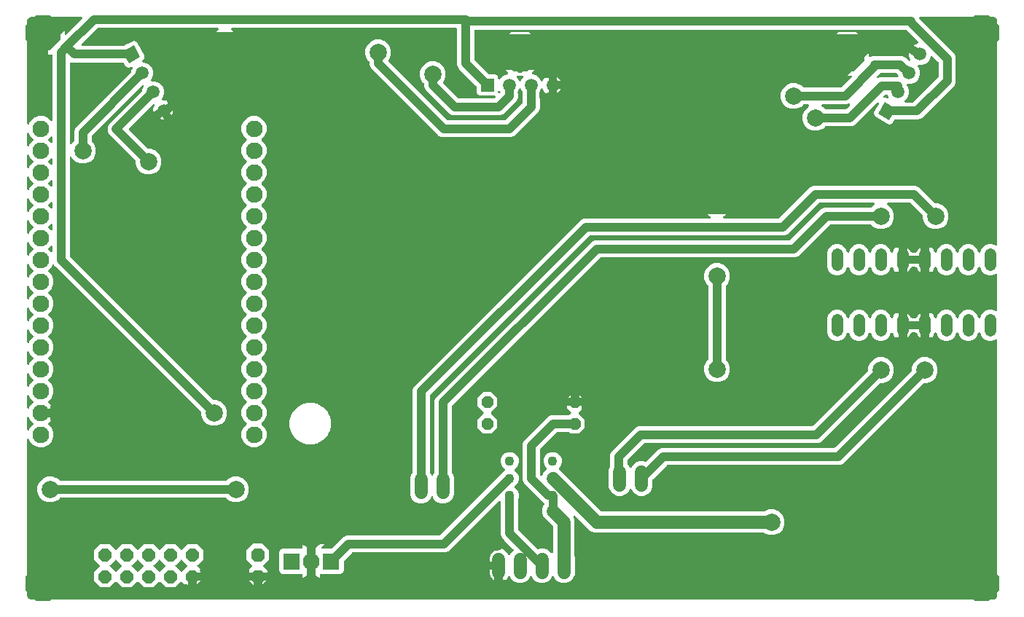
<source format=gbr>
G04 EAGLE Gerber RS-274X export*
G75*
%MOMM*%
%FSLAX34Y34*%
%LPD*%
%INTop Copper*%
%IPPOS*%
%AMOC8*
5,1,8,0,0,1.08239X$1,22.5*%
G01*
%ADD10C,1.320800*%
%ADD11R,1.508000X1.508000*%
%ADD12C,1.508000*%
%ADD13R,1.930400X1.930400*%
%ADD14C,1.930400*%
%ADD15C,1.524000*%
%ADD16P,1.429621X8X202.500000*%
%ADD17P,1.429621X8X22.500000*%
%ADD18P,1.732040X8X292.500000*%
%ADD19R,1.508000X1.508000*%
%ADD20P,1.649562X8X22.500000*%
%ADD21C,1.108000*%
%ADD22C,1.000000*%
%ADD23C,0.152400*%
%ADD24C,1.500000*%
%ADD25C,2.000000*%
%ADD26P,4.346878X8X22.500000*%

G36*
X1138563Y312610D02*
X1138563Y312610D01*
X1138565Y312660D01*
X1138543Y312767D01*
X1138529Y312876D01*
X1138511Y312922D01*
X1138501Y312971D01*
X1138453Y313070D01*
X1138412Y313172D01*
X1138383Y313212D01*
X1138361Y313257D01*
X1138290Y313341D01*
X1138226Y313429D01*
X1138187Y313461D01*
X1138155Y313499D01*
X1138065Y313562D01*
X1137981Y313632D01*
X1137936Y313653D01*
X1137895Y313682D01*
X1137792Y313721D01*
X1137693Y313768D01*
X1137644Y313777D01*
X1137598Y313795D01*
X1137488Y313807D01*
X1137381Y313827D01*
X1137331Y313824D01*
X1137282Y313830D01*
X1137173Y313815D01*
X1137063Y313808D01*
X1137016Y313792D01*
X1136967Y313785D01*
X1136814Y313733D01*
X1132608Y311991D01*
X1127992Y311991D01*
X1123726Y313758D01*
X1120462Y317022D01*
X1118773Y321101D01*
X1118704Y321222D01*
X1118639Y321345D01*
X1118625Y321360D01*
X1118615Y321377D01*
X1118518Y321477D01*
X1118425Y321580D01*
X1118408Y321591D01*
X1118394Y321606D01*
X1118275Y321679D01*
X1118159Y321755D01*
X1118140Y321761D01*
X1118123Y321772D01*
X1117990Y321813D01*
X1117858Y321858D01*
X1117838Y321859D01*
X1117819Y321865D01*
X1117680Y321872D01*
X1117541Y321883D01*
X1117521Y321880D01*
X1117501Y321881D01*
X1117365Y321852D01*
X1117228Y321829D01*
X1117209Y321820D01*
X1117190Y321816D01*
X1117064Y321755D01*
X1116938Y321698D01*
X1116922Y321686D01*
X1116904Y321677D01*
X1116798Y321586D01*
X1116690Y321500D01*
X1116677Y321483D01*
X1116662Y321470D01*
X1116582Y321356D01*
X1116498Y321245D01*
X1116486Y321220D01*
X1116479Y321210D01*
X1116472Y321191D01*
X1116427Y321101D01*
X1114738Y317022D01*
X1111474Y313758D01*
X1107208Y311991D01*
X1102592Y311991D01*
X1098326Y313758D01*
X1095062Y317022D01*
X1093373Y321101D01*
X1093304Y321221D01*
X1093239Y321345D01*
X1093225Y321360D01*
X1093215Y321377D01*
X1093118Y321477D01*
X1093025Y321580D01*
X1093008Y321591D01*
X1092994Y321606D01*
X1092876Y321678D01*
X1092759Y321755D01*
X1092740Y321761D01*
X1092723Y321772D01*
X1092590Y321813D01*
X1092458Y321858D01*
X1092438Y321860D01*
X1092419Y321865D01*
X1092280Y321872D01*
X1092141Y321883D01*
X1092121Y321880D01*
X1092101Y321881D01*
X1091965Y321852D01*
X1091828Y321829D01*
X1091809Y321820D01*
X1091790Y321816D01*
X1091665Y321755D01*
X1091538Y321698D01*
X1091522Y321686D01*
X1091504Y321677D01*
X1091398Y321586D01*
X1091290Y321500D01*
X1091277Y321483D01*
X1091262Y321470D01*
X1091182Y321357D01*
X1091098Y321245D01*
X1091086Y321220D01*
X1091079Y321210D01*
X1091072Y321191D01*
X1091027Y321101D01*
X1089338Y317022D01*
X1086074Y313758D01*
X1081808Y311991D01*
X1077192Y311991D01*
X1072926Y313758D01*
X1069662Y317022D01*
X1067973Y321101D01*
X1067904Y321221D01*
X1067839Y321345D01*
X1067825Y321360D01*
X1067815Y321377D01*
X1067718Y321477D01*
X1067625Y321580D01*
X1067608Y321591D01*
X1067594Y321606D01*
X1067476Y321678D01*
X1067359Y321755D01*
X1067340Y321761D01*
X1067323Y321772D01*
X1067190Y321813D01*
X1067058Y321858D01*
X1067038Y321860D01*
X1067019Y321865D01*
X1066880Y321872D01*
X1066741Y321883D01*
X1066721Y321880D01*
X1066701Y321881D01*
X1066565Y321852D01*
X1066428Y321829D01*
X1066409Y321820D01*
X1066390Y321816D01*
X1066265Y321755D01*
X1066138Y321698D01*
X1066122Y321686D01*
X1066104Y321677D01*
X1065998Y321586D01*
X1065890Y321500D01*
X1065877Y321483D01*
X1065862Y321470D01*
X1065782Y321357D01*
X1065698Y321245D01*
X1065686Y321220D01*
X1065679Y321210D01*
X1065672Y321191D01*
X1065627Y321101D01*
X1063938Y317022D01*
X1062936Y316021D01*
X1062849Y316051D01*
X1062581Y316146D01*
X1062549Y316153D01*
X1062519Y316164D01*
X1062240Y316221D01*
X1061963Y316282D01*
X1061931Y316285D01*
X1061900Y316291D01*
X1061616Y316313D01*
X1061334Y316338D01*
X1061302Y316337D01*
X1061270Y316340D01*
X1060986Y316325D01*
X1060702Y316315D01*
X1060670Y316310D01*
X1060638Y316308D01*
X1060359Y316258D01*
X1060079Y316212D01*
X1060048Y316203D01*
X1060016Y316197D01*
X1059745Y316113D01*
X1059473Y316031D01*
X1059443Y316018D01*
X1059413Y316009D01*
X1059099Y315869D01*
X1059099Y330200D01*
X1059099Y344531D01*
X1059253Y344466D01*
X1059513Y344354D01*
X1059544Y344345D01*
X1059574Y344333D01*
X1059847Y344257D01*
X1060120Y344178D01*
X1060152Y344173D01*
X1060183Y344165D01*
X1060465Y344125D01*
X1060745Y344081D01*
X1060777Y344080D01*
X1060809Y344075D01*
X1061094Y344071D01*
X1061377Y344063D01*
X1061409Y344066D01*
X1061441Y344066D01*
X1061723Y344097D01*
X1062006Y344125D01*
X1062037Y344132D01*
X1062069Y344136D01*
X1062346Y344203D01*
X1062622Y344266D01*
X1062652Y344277D01*
X1062684Y344284D01*
X1062935Y344380D01*
X1063938Y343378D01*
X1065627Y339299D01*
X1065696Y339178D01*
X1065761Y339055D01*
X1065775Y339040D01*
X1065785Y339023D01*
X1065882Y338923D01*
X1065975Y338820D01*
X1065992Y338809D01*
X1066006Y338794D01*
X1066125Y338721D01*
X1066241Y338645D01*
X1066260Y338639D01*
X1066277Y338628D01*
X1066410Y338587D01*
X1066542Y338542D01*
X1066562Y338541D01*
X1066581Y338535D01*
X1066720Y338528D01*
X1066859Y338517D01*
X1066879Y338520D01*
X1066899Y338519D01*
X1067035Y338548D01*
X1067172Y338571D01*
X1067191Y338580D01*
X1067210Y338584D01*
X1067336Y338645D01*
X1067462Y338702D01*
X1067478Y338714D01*
X1067496Y338723D01*
X1067602Y338814D01*
X1067710Y338900D01*
X1067723Y338917D01*
X1067738Y338930D01*
X1067818Y339044D01*
X1067902Y339155D01*
X1067914Y339180D01*
X1067921Y339190D01*
X1067928Y339209D01*
X1067973Y339299D01*
X1069662Y343378D01*
X1072926Y346642D01*
X1077192Y348409D01*
X1081808Y348409D01*
X1086074Y346642D01*
X1089338Y343378D01*
X1091027Y339299D01*
X1091096Y339178D01*
X1091161Y339055D01*
X1091175Y339040D01*
X1091185Y339023D01*
X1091282Y338923D01*
X1091375Y338820D01*
X1091392Y338809D01*
X1091406Y338794D01*
X1091525Y338721D01*
X1091641Y338645D01*
X1091660Y338639D01*
X1091677Y338628D01*
X1091810Y338587D01*
X1091942Y338542D01*
X1091962Y338541D01*
X1091981Y338535D01*
X1092120Y338528D01*
X1092259Y338517D01*
X1092279Y338520D01*
X1092299Y338519D01*
X1092435Y338548D01*
X1092572Y338571D01*
X1092591Y338580D01*
X1092610Y338584D01*
X1092736Y338645D01*
X1092862Y338702D01*
X1092878Y338714D01*
X1092896Y338723D01*
X1093002Y338814D01*
X1093110Y338900D01*
X1093123Y338917D01*
X1093138Y338930D01*
X1093218Y339044D01*
X1093302Y339155D01*
X1093314Y339180D01*
X1093321Y339190D01*
X1093328Y339209D01*
X1093373Y339299D01*
X1095062Y343378D01*
X1098326Y346642D01*
X1102592Y348409D01*
X1107208Y348409D01*
X1111474Y346642D01*
X1114738Y343378D01*
X1116427Y339299D01*
X1116496Y339179D01*
X1116561Y339055D01*
X1116575Y339040D01*
X1116585Y339023D01*
X1116682Y338923D01*
X1116775Y338820D01*
X1116792Y338809D01*
X1116806Y338794D01*
X1116924Y338722D01*
X1117041Y338645D01*
X1117060Y338639D01*
X1117077Y338628D01*
X1117210Y338587D01*
X1117342Y338542D01*
X1117362Y338540D01*
X1117381Y338535D01*
X1117520Y338528D01*
X1117659Y338517D01*
X1117679Y338520D01*
X1117699Y338519D01*
X1117835Y338548D01*
X1117972Y338571D01*
X1117991Y338580D01*
X1118010Y338584D01*
X1118135Y338645D01*
X1118262Y338702D01*
X1118278Y338714D01*
X1118296Y338723D01*
X1118402Y338814D01*
X1118510Y338900D01*
X1118523Y338917D01*
X1118538Y338930D01*
X1118618Y339043D01*
X1118702Y339155D01*
X1118714Y339180D01*
X1118721Y339190D01*
X1118728Y339209D01*
X1118773Y339299D01*
X1120462Y343378D01*
X1123726Y346642D01*
X1127992Y348409D01*
X1132608Y348409D01*
X1136814Y346667D01*
X1136862Y346653D01*
X1136907Y346632D01*
X1137015Y346612D01*
X1137121Y346583D01*
X1137171Y346582D01*
X1137220Y346573D01*
X1137329Y346579D01*
X1137439Y346578D01*
X1137487Y346589D01*
X1137537Y346592D01*
X1137641Y346626D01*
X1137748Y346652D01*
X1137792Y346675D01*
X1137839Y346690D01*
X1137932Y346749D01*
X1138029Y346800D01*
X1138066Y346834D01*
X1138108Y346860D01*
X1138183Y346941D01*
X1138265Y347014D01*
X1138292Y347056D01*
X1138326Y347092D01*
X1138379Y347188D01*
X1138439Y347280D01*
X1138456Y347327D01*
X1138480Y347371D01*
X1138507Y347477D01*
X1138543Y347581D01*
X1138547Y347630D01*
X1138559Y347679D01*
X1138569Y347839D01*
X1138569Y388761D01*
X1138563Y388810D01*
X1138565Y388860D01*
X1138543Y388967D01*
X1138529Y389076D01*
X1138511Y389122D01*
X1138501Y389171D01*
X1138453Y389270D01*
X1138412Y389372D01*
X1138383Y389412D01*
X1138361Y389457D01*
X1138290Y389541D01*
X1138226Y389629D01*
X1138187Y389661D01*
X1138155Y389699D01*
X1138065Y389762D01*
X1137981Y389832D01*
X1137936Y389853D01*
X1137895Y389882D01*
X1137792Y389921D01*
X1137693Y389968D01*
X1137644Y389977D01*
X1137598Y389995D01*
X1137488Y390007D01*
X1137381Y390027D01*
X1137331Y390024D01*
X1137282Y390030D01*
X1137173Y390015D01*
X1137063Y390008D01*
X1137016Y389992D01*
X1136967Y389985D01*
X1136814Y389933D01*
X1132608Y388191D01*
X1127992Y388191D01*
X1123726Y389958D01*
X1120462Y393222D01*
X1118773Y397301D01*
X1118704Y397421D01*
X1118639Y397545D01*
X1118625Y397560D01*
X1118615Y397577D01*
X1118518Y397677D01*
X1118425Y397780D01*
X1118408Y397791D01*
X1118394Y397806D01*
X1118276Y397878D01*
X1118159Y397955D01*
X1118140Y397961D01*
X1118123Y397972D01*
X1117990Y398013D01*
X1117858Y398058D01*
X1117838Y398060D01*
X1117819Y398065D01*
X1117680Y398072D01*
X1117541Y398083D01*
X1117521Y398080D01*
X1117501Y398081D01*
X1117365Y398052D01*
X1117228Y398029D01*
X1117209Y398020D01*
X1117190Y398016D01*
X1117065Y397955D01*
X1116938Y397898D01*
X1116922Y397886D01*
X1116904Y397877D01*
X1116798Y397786D01*
X1116690Y397700D01*
X1116677Y397683D01*
X1116662Y397670D01*
X1116582Y397557D01*
X1116498Y397445D01*
X1116486Y397420D01*
X1116479Y397410D01*
X1116472Y397391D01*
X1116427Y397301D01*
X1114738Y393222D01*
X1111474Y389958D01*
X1107208Y388191D01*
X1102592Y388191D01*
X1098326Y389958D01*
X1095062Y393222D01*
X1093373Y397301D01*
X1093304Y397421D01*
X1093239Y397545D01*
X1093225Y397560D01*
X1093215Y397577D01*
X1093118Y397677D01*
X1093025Y397780D01*
X1093008Y397791D01*
X1092994Y397806D01*
X1092876Y397878D01*
X1092759Y397955D01*
X1092740Y397961D01*
X1092723Y397972D01*
X1092590Y398013D01*
X1092458Y398058D01*
X1092438Y398060D01*
X1092419Y398065D01*
X1092280Y398072D01*
X1092141Y398083D01*
X1092121Y398080D01*
X1092101Y398081D01*
X1091965Y398052D01*
X1091828Y398029D01*
X1091809Y398020D01*
X1091790Y398016D01*
X1091665Y397955D01*
X1091538Y397898D01*
X1091522Y397886D01*
X1091504Y397877D01*
X1091398Y397786D01*
X1091290Y397700D01*
X1091277Y397683D01*
X1091262Y397670D01*
X1091182Y397557D01*
X1091098Y397445D01*
X1091086Y397420D01*
X1091079Y397410D01*
X1091072Y397391D01*
X1091027Y397301D01*
X1089338Y393222D01*
X1086074Y389958D01*
X1081808Y388191D01*
X1077192Y388191D01*
X1072926Y389958D01*
X1069662Y393222D01*
X1067973Y397301D01*
X1067904Y397421D01*
X1067839Y397545D01*
X1067825Y397560D01*
X1067815Y397577D01*
X1067718Y397677D01*
X1067625Y397780D01*
X1067608Y397791D01*
X1067594Y397806D01*
X1067476Y397878D01*
X1067359Y397955D01*
X1067340Y397961D01*
X1067323Y397972D01*
X1067190Y398013D01*
X1067058Y398058D01*
X1067038Y398060D01*
X1067019Y398065D01*
X1066880Y398072D01*
X1066741Y398083D01*
X1066721Y398080D01*
X1066701Y398081D01*
X1066565Y398052D01*
X1066428Y398029D01*
X1066409Y398020D01*
X1066390Y398016D01*
X1066265Y397955D01*
X1066138Y397898D01*
X1066122Y397886D01*
X1066104Y397877D01*
X1065998Y397786D01*
X1065890Y397700D01*
X1065877Y397683D01*
X1065862Y397670D01*
X1065782Y397557D01*
X1065698Y397445D01*
X1065686Y397420D01*
X1065679Y397410D01*
X1065672Y397391D01*
X1065627Y397301D01*
X1063938Y393222D01*
X1062936Y392221D01*
X1062849Y392251D01*
X1062581Y392346D01*
X1062549Y392353D01*
X1062519Y392364D01*
X1062240Y392421D01*
X1061963Y392482D01*
X1061931Y392485D01*
X1061900Y392491D01*
X1061616Y392513D01*
X1061334Y392538D01*
X1061302Y392537D01*
X1061270Y392540D01*
X1060986Y392525D01*
X1060702Y392515D01*
X1060670Y392510D01*
X1060638Y392508D01*
X1060359Y392458D01*
X1060079Y392412D01*
X1060048Y392403D01*
X1060016Y392397D01*
X1059745Y392313D01*
X1059473Y392231D01*
X1059443Y392218D01*
X1059413Y392209D01*
X1059099Y392069D01*
X1059099Y406400D01*
X1059099Y420731D01*
X1059253Y420666D01*
X1059513Y420554D01*
X1059544Y420545D01*
X1059574Y420533D01*
X1059847Y420457D01*
X1060120Y420378D01*
X1060152Y420373D01*
X1060183Y420365D01*
X1060465Y420325D01*
X1060745Y420281D01*
X1060777Y420280D01*
X1060809Y420275D01*
X1061094Y420271D01*
X1061377Y420263D01*
X1061409Y420266D01*
X1061441Y420266D01*
X1061723Y420297D01*
X1062006Y420325D01*
X1062037Y420332D01*
X1062069Y420336D01*
X1062346Y420403D01*
X1062622Y420466D01*
X1062652Y420477D01*
X1062684Y420484D01*
X1062935Y420580D01*
X1063938Y419578D01*
X1065627Y415499D01*
X1065696Y415378D01*
X1065761Y415255D01*
X1065775Y415240D01*
X1065785Y415223D01*
X1065882Y415123D01*
X1065975Y415020D01*
X1065992Y415009D01*
X1066006Y414994D01*
X1066125Y414921D01*
X1066241Y414845D01*
X1066260Y414839D01*
X1066277Y414828D01*
X1066410Y414787D01*
X1066542Y414742D01*
X1066562Y414741D01*
X1066581Y414735D01*
X1066720Y414728D01*
X1066859Y414717D01*
X1066879Y414720D01*
X1066899Y414719D01*
X1067035Y414748D01*
X1067172Y414771D01*
X1067191Y414780D01*
X1067210Y414784D01*
X1067336Y414845D01*
X1067462Y414902D01*
X1067478Y414914D01*
X1067496Y414923D01*
X1067602Y415014D01*
X1067710Y415100D01*
X1067723Y415117D01*
X1067738Y415130D01*
X1067818Y415244D01*
X1067902Y415355D01*
X1067914Y415380D01*
X1067921Y415390D01*
X1067928Y415409D01*
X1067973Y415499D01*
X1069662Y419578D01*
X1072926Y422842D01*
X1077192Y424609D01*
X1081808Y424609D01*
X1086074Y422842D01*
X1089338Y419578D01*
X1091027Y415499D01*
X1091096Y415378D01*
X1091161Y415255D01*
X1091175Y415240D01*
X1091185Y415223D01*
X1091282Y415123D01*
X1091375Y415020D01*
X1091392Y415009D01*
X1091406Y414994D01*
X1091525Y414921D01*
X1091641Y414845D01*
X1091660Y414839D01*
X1091677Y414828D01*
X1091810Y414787D01*
X1091942Y414742D01*
X1091962Y414741D01*
X1091981Y414735D01*
X1092120Y414728D01*
X1092259Y414717D01*
X1092279Y414720D01*
X1092299Y414719D01*
X1092435Y414748D01*
X1092572Y414771D01*
X1092591Y414780D01*
X1092610Y414784D01*
X1092736Y414845D01*
X1092862Y414902D01*
X1092878Y414914D01*
X1092896Y414923D01*
X1093002Y415014D01*
X1093110Y415100D01*
X1093123Y415117D01*
X1093138Y415130D01*
X1093218Y415244D01*
X1093302Y415355D01*
X1093314Y415380D01*
X1093321Y415390D01*
X1093328Y415409D01*
X1093373Y415499D01*
X1095062Y419578D01*
X1098326Y422842D01*
X1102592Y424609D01*
X1107208Y424609D01*
X1111474Y422842D01*
X1114738Y419578D01*
X1116427Y415499D01*
X1116496Y415378D01*
X1116561Y415255D01*
X1116575Y415240D01*
X1116585Y415223D01*
X1116682Y415123D01*
X1116775Y415020D01*
X1116792Y415009D01*
X1116806Y414994D01*
X1116925Y414921D01*
X1117041Y414845D01*
X1117060Y414839D01*
X1117077Y414828D01*
X1117210Y414787D01*
X1117342Y414742D01*
X1117362Y414741D01*
X1117381Y414735D01*
X1117520Y414728D01*
X1117659Y414717D01*
X1117679Y414720D01*
X1117699Y414719D01*
X1117835Y414748D01*
X1117972Y414771D01*
X1117991Y414780D01*
X1118010Y414784D01*
X1118136Y414845D01*
X1118262Y414902D01*
X1118278Y414914D01*
X1118296Y414923D01*
X1118402Y415014D01*
X1118510Y415100D01*
X1118523Y415117D01*
X1118538Y415130D01*
X1118618Y415244D01*
X1118702Y415355D01*
X1118714Y415380D01*
X1118721Y415390D01*
X1118728Y415409D01*
X1118773Y415499D01*
X1120462Y419578D01*
X1123726Y422842D01*
X1127992Y424609D01*
X1132608Y424609D01*
X1136814Y422867D01*
X1136862Y422853D01*
X1136907Y422832D01*
X1137015Y422812D01*
X1137121Y422783D01*
X1137171Y422782D01*
X1137220Y422773D01*
X1137329Y422779D01*
X1137439Y422778D01*
X1137487Y422789D01*
X1137537Y422792D01*
X1137641Y422826D01*
X1137748Y422852D01*
X1137792Y422875D01*
X1137839Y422890D01*
X1137932Y422949D01*
X1138029Y423000D01*
X1138066Y423034D01*
X1138108Y423060D01*
X1138183Y423141D01*
X1138265Y423214D01*
X1138292Y423256D01*
X1138326Y423292D01*
X1138379Y423388D01*
X1138439Y423480D01*
X1138456Y423527D01*
X1138480Y423571D01*
X1138507Y423677D01*
X1138543Y423781D01*
X1138547Y423830D01*
X1138559Y423879D01*
X1138569Y424039D01*
X1138569Y683570D01*
X1138558Y683755D01*
X1138556Y683940D01*
X1138538Y684070D01*
X1138529Y684201D01*
X1138494Y684382D01*
X1138469Y684566D01*
X1138435Y684692D01*
X1138410Y684822D01*
X1138352Y684998D01*
X1138304Y685176D01*
X1138254Y685297D01*
X1138213Y685422D01*
X1138134Y685590D01*
X1138064Y685760D01*
X1137999Y685875D01*
X1137943Y685993D01*
X1137843Y686149D01*
X1137752Y686310D01*
X1137673Y686415D01*
X1137602Y686526D01*
X1137483Y686668D01*
X1137372Y686816D01*
X1137281Y686910D01*
X1137197Y687011D01*
X1137061Y687137D01*
X1136932Y687270D01*
X1136830Y687352D01*
X1136733Y687441D01*
X1136583Y687549D01*
X1136439Y687664D01*
X1136326Y687733D01*
X1136220Y687809D01*
X1136057Y687897D01*
X1135899Y687994D01*
X1135779Y688047D01*
X1135664Y688110D01*
X1135491Y688176D01*
X1135322Y688252D01*
X1135197Y688290D01*
X1135074Y688338D01*
X1134894Y688382D01*
X1134717Y688436D01*
X1134588Y688458D01*
X1134460Y688489D01*
X1134277Y688511D01*
X1134094Y688542D01*
X1133941Y688550D01*
X1133833Y688562D01*
X1133724Y688561D01*
X1133570Y688569D01*
X1048938Y688569D01*
X1048801Y688552D01*
X1048662Y688539D01*
X1048643Y688532D01*
X1048623Y688529D01*
X1048494Y688478D01*
X1048363Y688431D01*
X1048346Y688420D01*
X1048327Y688412D01*
X1048215Y688331D01*
X1048099Y688253D01*
X1048086Y688237D01*
X1048070Y688226D01*
X1047981Y688118D01*
X1047889Y688014D01*
X1047880Y687996D01*
X1047867Y687981D01*
X1047808Y687855D01*
X1047744Y687731D01*
X1047740Y687711D01*
X1047731Y687693D01*
X1047705Y687557D01*
X1047675Y687421D01*
X1047675Y687400D01*
X1047671Y687381D01*
X1047680Y687242D01*
X1047684Y687103D01*
X1047690Y687083D01*
X1047691Y687063D01*
X1047734Y686931D01*
X1047773Y686797D01*
X1047783Y686780D01*
X1047789Y686761D01*
X1047864Y686643D01*
X1047934Y686523D01*
X1047953Y686502D01*
X1047959Y686492D01*
X1047974Y686478D01*
X1048041Y686403D01*
X1085786Y648657D01*
X1088778Y645665D01*
X1090301Y641989D01*
X1090301Y612511D01*
X1088778Y608835D01*
X1050769Y570826D01*
X1047094Y569304D01*
X1019890Y569304D01*
X1019785Y569290D01*
X1019679Y569286D01*
X1019628Y569271D01*
X1019574Y569264D01*
X1019476Y569225D01*
X1019375Y569194D01*
X1019328Y569167D01*
X1019278Y569147D01*
X1019193Y569085D01*
X1019102Y569030D01*
X1019065Y568992D01*
X1019021Y568960D01*
X1018954Y568879D01*
X1018880Y568803D01*
X1018832Y568732D01*
X1018818Y568715D01*
X1018812Y568701D01*
X1018790Y568669D01*
X1017043Y565643D01*
X1015465Y564432D01*
X1013543Y563917D01*
X1011571Y564177D01*
X996788Y572711D01*
X995577Y574289D01*
X995062Y576211D01*
X995322Y578184D01*
X1000604Y587332D01*
X1000663Y587472D01*
X1000724Y587612D01*
X1000725Y587619D01*
X1000727Y587625D01*
X1000749Y587776D01*
X1000773Y587926D01*
X1000773Y587933D01*
X1000774Y587940D01*
X1000758Y588090D01*
X1000744Y588243D01*
X1000741Y588249D01*
X1000741Y588256D01*
X1000688Y588398D01*
X1000636Y588542D01*
X1000632Y588548D01*
X1000630Y588554D01*
X1000544Y588678D01*
X1000457Y588805D01*
X1000452Y588810D01*
X1000448Y588815D01*
X1000334Y588914D01*
X1000219Y589016D01*
X1000213Y589019D01*
X1000208Y589023D01*
X1000071Y589091D01*
X999936Y589160D01*
X999929Y589162D01*
X999923Y589165D01*
X999773Y589197D01*
X999625Y589230D01*
X999619Y589230D01*
X999612Y589231D01*
X999459Y589225D01*
X999308Y589220D01*
X999301Y589219D01*
X999294Y589218D01*
X999148Y589174D01*
X999002Y589132D01*
X998996Y589129D01*
X998990Y589127D01*
X998859Y589048D01*
X998728Y588970D01*
X998721Y588964D01*
X998718Y588962D01*
X998710Y588955D01*
X998607Y588864D01*
X972765Y563022D01*
X969089Y561499D01*
X938839Y561499D01*
X938741Y561487D01*
X938642Y561484D01*
X938584Y561467D01*
X938524Y561459D01*
X938432Y561423D01*
X938337Y561395D01*
X938284Y561365D01*
X938228Y561342D01*
X938148Y561284D01*
X938063Y561234D01*
X937987Y561168D01*
X937971Y561156D01*
X937963Y561146D01*
X937942Y561128D01*
X935597Y558783D01*
X930084Y556499D01*
X924116Y556499D01*
X918603Y558783D01*
X914383Y563003D01*
X912099Y568516D01*
X912099Y574484D01*
X914383Y579997D01*
X918603Y584217D01*
X919183Y584457D01*
X919244Y584492D01*
X919309Y584518D01*
X919381Y584570D01*
X919459Y584615D01*
X919509Y584663D01*
X919566Y584704D01*
X919623Y584774D01*
X919688Y584836D01*
X919724Y584896D01*
X919769Y584949D01*
X919807Y585031D01*
X919854Y585107D01*
X919875Y585174D01*
X919904Y585237D01*
X919921Y585325D01*
X919948Y585411D01*
X919951Y585481D01*
X919964Y585550D01*
X919959Y585639D01*
X919963Y585729D01*
X919949Y585797D01*
X919944Y585867D01*
X919917Y585952D01*
X919899Y586040D01*
X919868Y586103D01*
X919846Y586169D01*
X919798Y586245D01*
X919759Y586326D01*
X919714Y586379D01*
X919676Y586438D01*
X919611Y586500D01*
X919552Y586568D01*
X919495Y586608D01*
X919445Y586656D01*
X919366Y586699D01*
X919292Y586751D01*
X919227Y586776D01*
X919166Y586810D01*
X919079Y586832D01*
X918995Y586864D01*
X918926Y586872D01*
X918858Y586889D01*
X918697Y586899D01*
X913439Y586899D01*
X913341Y586887D01*
X913242Y586884D01*
X913184Y586867D01*
X913124Y586859D01*
X913032Y586823D01*
X912937Y586795D01*
X912884Y586765D01*
X912828Y586742D01*
X912748Y586684D01*
X912663Y586634D01*
X912587Y586568D01*
X912571Y586556D01*
X912563Y586546D01*
X912542Y586528D01*
X910197Y584183D01*
X904684Y581899D01*
X898716Y581899D01*
X893203Y584183D01*
X888983Y588403D01*
X886699Y593916D01*
X886699Y599884D01*
X888983Y605397D01*
X893203Y609617D01*
X898716Y611901D01*
X904684Y611901D01*
X910197Y609617D01*
X912542Y607272D01*
X912620Y607212D01*
X912692Y607144D01*
X912745Y607115D01*
X912793Y607078D01*
X912884Y607038D01*
X912971Y606990D01*
X913029Y606975D01*
X913085Y606951D01*
X913183Y606936D01*
X913279Y606911D01*
X913379Y606905D01*
X913399Y606901D01*
X913411Y606903D01*
X913439Y606901D01*
X957032Y606901D01*
X957130Y606913D01*
X957229Y606916D01*
X957287Y606933D01*
X957347Y606941D01*
X957439Y606977D01*
X957535Y607005D01*
X957587Y607035D01*
X957643Y607058D01*
X957723Y607116D01*
X957808Y607166D01*
X957884Y607232D01*
X957900Y607244D01*
X957908Y607254D01*
X957929Y607272D01*
X969109Y618453D01*
X969194Y618562D01*
X969283Y618669D01*
X969292Y618688D01*
X969304Y618704D01*
X969360Y618832D01*
X969419Y618957D01*
X969423Y618977D01*
X969431Y618996D01*
X969453Y619134D01*
X969479Y619270D01*
X969477Y619290D01*
X969480Y619310D01*
X969467Y619449D01*
X969459Y619587D01*
X969453Y619606D01*
X969451Y619626D01*
X969403Y619758D01*
X969361Y619889D01*
X969350Y619907D01*
X969343Y619926D01*
X969265Y620041D01*
X969191Y620158D01*
X969176Y620172D01*
X969164Y620189D01*
X969060Y620281D01*
X968959Y620376D01*
X968941Y620386D01*
X968926Y620399D01*
X968802Y620463D01*
X968680Y620530D01*
X968661Y620535D01*
X968643Y620544D01*
X968507Y620574D01*
X968373Y620609D01*
X968344Y620611D01*
X968333Y620614D01*
X968312Y620613D01*
X968212Y620619D01*
X964205Y620619D01*
X980840Y637254D01*
X980897Y637319D01*
X980960Y637378D01*
X981106Y637556D01*
X981258Y637728D01*
X981306Y637800D01*
X981361Y637867D01*
X981483Y638062D01*
X981612Y638252D01*
X981651Y638329D01*
X981697Y638402D01*
X981841Y638702D01*
X981898Y638816D01*
X981908Y638843D01*
X981924Y638876D01*
X983133Y641796D01*
X987353Y646015D01*
X989181Y646773D01*
X989181Y643260D01*
X989187Y643211D01*
X989185Y643161D01*
X989207Y643054D01*
X989221Y642945D01*
X989239Y642898D01*
X989249Y642850D01*
X989297Y642751D01*
X989338Y642649D01*
X989367Y642609D01*
X989389Y642564D01*
X989460Y642481D01*
X989524Y642392D01*
X989563Y642360D01*
X989595Y642322D01*
X989685Y642259D01*
X989769Y642189D01*
X989814Y642168D01*
X989855Y642139D01*
X989958Y642100D01*
X990057Y642053D01*
X990106Y642044D01*
X990152Y642026D01*
X990262Y642014D01*
X990369Y641994D01*
X990419Y641997D01*
X990468Y641991D01*
X990577Y642007D01*
X990687Y642013D01*
X990734Y642029D01*
X990783Y642036D01*
X990936Y642088D01*
X993861Y643299D01*
X1027839Y643299D01*
X1031515Y641777D01*
X1035400Y637892D01*
X1035455Y637849D01*
X1035503Y637799D01*
X1035580Y637752D01*
X1035651Y637697D01*
X1035715Y637669D01*
X1035774Y637633D01*
X1035860Y637607D01*
X1035943Y637571D01*
X1036012Y637560D01*
X1036078Y637539D01*
X1036168Y637535D01*
X1036257Y637521D01*
X1036326Y637528D01*
X1036396Y637524D01*
X1036484Y637542D01*
X1036573Y637551D01*
X1036639Y637574D01*
X1036707Y637589D01*
X1036788Y637628D01*
X1036873Y637658D01*
X1036930Y637698D01*
X1036993Y637728D01*
X1037061Y637787D01*
X1037136Y637837D01*
X1037182Y637889D01*
X1037235Y637935D01*
X1037287Y638008D01*
X1037346Y638075D01*
X1037378Y638138D01*
X1037418Y638195D01*
X1037450Y638279D01*
X1037491Y638359D01*
X1037506Y638427D01*
X1037531Y638492D01*
X1037541Y638581D01*
X1037561Y638669D01*
X1037558Y638739D01*
X1037566Y638808D01*
X1037554Y638897D01*
X1037551Y638987D01*
X1037531Y639054D01*
X1037522Y639123D01*
X1037470Y639275D01*
X1036009Y642801D01*
X1036009Y646478D01*
X1036158Y646524D01*
X1036331Y646577D01*
X1041722Y643465D01*
X1041740Y643456D01*
X1041757Y643445D01*
X1042023Y643316D01*
X1042288Y643184D01*
X1042307Y643178D01*
X1042326Y643169D01*
X1042606Y643074D01*
X1042885Y642977D01*
X1042905Y642973D01*
X1042925Y642966D01*
X1043215Y642908D01*
X1043504Y642847D01*
X1043524Y642845D01*
X1043544Y642841D01*
X1043840Y642820D01*
X1044134Y642796D01*
X1044154Y642797D01*
X1044175Y642796D01*
X1044472Y642812D01*
X1044765Y642825D01*
X1044785Y642829D01*
X1044806Y642830D01*
X1045098Y642883D01*
X1045388Y642933D01*
X1045407Y642939D01*
X1045428Y642943D01*
X1045709Y643032D01*
X1045992Y643119D01*
X1046011Y643128D01*
X1046030Y643134D01*
X1046298Y643258D01*
X1046568Y643380D01*
X1046585Y643391D01*
X1046604Y643400D01*
X1046854Y643557D01*
X1047106Y643712D01*
X1047122Y643724D01*
X1047139Y643735D01*
X1047368Y643923D01*
X1047598Y644108D01*
X1047612Y644123D01*
X1047628Y644136D01*
X1047832Y644351D01*
X1048036Y644564D01*
X1048048Y644580D01*
X1048063Y644595D01*
X1048237Y644834D01*
X1048413Y645071D01*
X1048424Y645089D01*
X1048436Y645106D01*
X1048579Y645364D01*
X1048724Y645622D01*
X1048731Y645641D01*
X1048741Y645659D01*
X1048851Y645935D01*
X1048962Y646207D01*
X1048967Y646227D01*
X1048975Y646246D01*
X1049048Y646533D01*
X1049124Y646818D01*
X1049127Y646838D01*
X1049132Y646858D01*
X1049169Y647152D01*
X1049208Y647445D01*
X1049208Y647465D01*
X1049211Y647486D01*
X1049210Y647781D01*
X1049212Y648077D01*
X1049210Y648097D01*
X1049210Y648118D01*
X1049172Y648411D01*
X1049137Y648704D01*
X1049132Y648724D01*
X1049129Y648745D01*
X1049055Y649029D01*
X1048983Y649317D01*
X1048975Y649336D01*
X1048970Y649356D01*
X1048860Y649632D01*
X1048753Y649906D01*
X1048743Y649924D01*
X1048735Y649943D01*
X1048591Y650202D01*
X1048450Y650461D01*
X1048438Y650478D01*
X1048428Y650496D01*
X1048253Y650734D01*
X1048080Y650973D01*
X1048066Y650988D01*
X1048054Y651005D01*
X1047696Y651389D01*
X1047695Y651390D01*
X1047670Y651411D01*
X1047648Y651435D01*
X1047647Y651435D01*
X1047647Y651436D01*
X1047429Y651616D01*
X1047213Y651800D01*
X1047186Y651818D01*
X1047160Y651839D01*
X1046720Y652125D01*
X1041972Y654866D01*
X1041983Y655053D01*
X1041976Y655162D01*
X1041978Y655270D01*
X1041954Y655477D01*
X1041940Y655684D01*
X1041920Y655790D01*
X1041908Y655899D01*
X1041859Y656098D01*
X1045902Y657773D01*
X1045945Y657797D01*
X1045992Y657814D01*
X1046083Y657876D01*
X1046178Y657930D01*
X1046214Y657965D01*
X1046255Y657993D01*
X1046328Y658075D01*
X1046407Y658152D01*
X1046433Y658194D01*
X1046466Y658231D01*
X1046516Y658329D01*
X1046573Y658423D01*
X1046588Y658470D01*
X1046610Y658514D01*
X1046634Y658622D01*
X1046667Y658727D01*
X1046669Y658776D01*
X1046680Y658825D01*
X1046677Y658935D01*
X1046682Y659044D01*
X1046672Y659093D01*
X1046670Y659143D01*
X1046640Y659248D01*
X1046618Y659356D01*
X1046596Y659401D01*
X1046582Y659448D01*
X1046526Y659543D01*
X1046478Y659641D01*
X1046446Y659679D01*
X1046420Y659722D01*
X1046314Y659843D01*
X1032959Y673198D01*
X1032881Y673258D01*
X1032809Y673326D01*
X1032756Y673355D01*
X1032708Y673392D01*
X1032617Y673432D01*
X1032530Y673480D01*
X1032472Y673495D01*
X1032416Y673519D01*
X1032318Y673534D01*
X1032222Y673559D01*
X1032122Y673565D01*
X1032102Y673569D01*
X1032090Y673567D01*
X1032062Y673569D01*
X531970Y673569D01*
X531852Y673554D01*
X531733Y673547D01*
X531695Y673534D01*
X531654Y673529D01*
X531544Y673486D01*
X531431Y673449D01*
X531396Y673427D01*
X531359Y673412D01*
X531263Y673343D01*
X531162Y673279D01*
X531134Y673249D01*
X531101Y673226D01*
X531025Y673134D01*
X530944Y673047D01*
X530924Y673012D01*
X530899Y672981D01*
X530848Y672873D01*
X530790Y672769D01*
X530780Y672729D01*
X530763Y672693D01*
X530741Y672576D01*
X530711Y672461D01*
X530707Y672401D01*
X530703Y672381D01*
X530705Y672360D01*
X530701Y672300D01*
X530701Y639655D01*
X530713Y639558D01*
X530716Y639460D01*
X530733Y639401D01*
X530741Y639340D01*
X530777Y639249D01*
X530804Y639155D01*
X530835Y639101D01*
X530858Y639044D01*
X530915Y638965D01*
X530965Y638880D01*
X531033Y638803D01*
X531044Y638787D01*
X531053Y638779D01*
X531071Y638759D01*
X547252Y622514D01*
X547331Y622453D01*
X547404Y622384D01*
X547456Y622355D01*
X547503Y622319D01*
X547595Y622279D01*
X547683Y622230D01*
X547740Y622216D01*
X547794Y622192D01*
X547893Y622176D01*
X547990Y622151D01*
X548088Y622145D01*
X548108Y622141D01*
X548121Y622143D01*
X548151Y622141D01*
X554535Y622141D01*
X556373Y621379D01*
X557779Y619973D01*
X558541Y618135D01*
X558541Y617540D01*
X558558Y617402D01*
X558571Y617264D01*
X558578Y617245D01*
X558581Y617225D01*
X558632Y617096D01*
X558679Y616965D01*
X558690Y616948D01*
X558698Y616929D01*
X558779Y616817D01*
X558857Y616701D01*
X558873Y616688D01*
X558884Y616672D01*
X558992Y616583D01*
X559096Y616491D01*
X559114Y616482D01*
X559129Y616469D01*
X559255Y616410D01*
X559379Y616346D01*
X559399Y616342D01*
X559417Y616333D01*
X559553Y616307D01*
X559689Y616277D01*
X559710Y616277D01*
X559729Y616274D01*
X559868Y616282D01*
X560007Y616286D01*
X560027Y616292D01*
X560047Y616293D01*
X560179Y616336D01*
X560313Y616375D01*
X560330Y616385D01*
X560349Y616391D01*
X560467Y616466D01*
X560587Y616536D01*
X560608Y616555D01*
X560618Y616561D01*
X560632Y616576D01*
X560707Y616643D01*
X564296Y620232D01*
X568905Y622141D01*
X569126Y622141D01*
X569263Y622158D01*
X569402Y622171D01*
X569421Y622178D01*
X569441Y622181D01*
X569570Y622232D01*
X569701Y622279D01*
X569718Y622290D01*
X569737Y622298D01*
X569849Y622379D01*
X569964Y622457D01*
X569978Y622473D01*
X569994Y622484D01*
X570083Y622592D01*
X570175Y622696D01*
X570184Y622714D01*
X570197Y622729D01*
X570256Y622855D01*
X570319Y622979D01*
X570324Y622999D01*
X570332Y623017D01*
X570359Y623153D01*
X570389Y623289D01*
X570388Y623310D01*
X570392Y623329D01*
X570384Y623468D01*
X570379Y623607D01*
X570374Y623627D01*
X570372Y623647D01*
X570330Y623779D01*
X570291Y623913D01*
X570281Y623930D01*
X570274Y623949D01*
X570200Y624067D01*
X570129Y624187D01*
X570111Y624208D01*
X570104Y624218D01*
X570089Y624232D01*
X570023Y624307D01*
X567401Y626930D01*
X567911Y627141D01*
X574889Y627141D01*
X582187Y624118D01*
X582300Y624079D01*
X582409Y624032D01*
X582599Y623977D01*
X582785Y623913D01*
X582902Y623889D01*
X583017Y623856D01*
X583211Y623826D01*
X583404Y623786D01*
X583523Y623777D01*
X583641Y623758D01*
X583838Y623753D01*
X584034Y623738D01*
X584154Y623744D01*
X584273Y623740D01*
X584469Y623760D01*
X584666Y623769D01*
X584783Y623790D01*
X584902Y623802D01*
X585094Y623846D01*
X585288Y623881D01*
X585402Y623916D01*
X585518Y623943D01*
X585758Y624027D01*
X585891Y624069D01*
X585944Y624093D01*
X586013Y624118D01*
X593311Y627141D01*
X600289Y627141D01*
X600799Y626930D01*
X598177Y624307D01*
X598092Y624198D01*
X598003Y624091D01*
X597994Y624072D01*
X597982Y624056D01*
X597927Y623928D01*
X597868Y623803D01*
X597864Y623783D01*
X597856Y623764D01*
X597834Y623626D01*
X597808Y623490D01*
X597809Y623470D01*
X597806Y623450D01*
X597819Y623311D01*
X597828Y623173D01*
X597834Y623154D01*
X597836Y623134D01*
X597883Y623002D01*
X597926Y622871D01*
X597936Y622853D01*
X597943Y622834D01*
X598021Y622719D01*
X598096Y622602D01*
X598110Y622588D01*
X598122Y622571D01*
X598226Y622479D01*
X598327Y622384D01*
X598345Y622374D01*
X598360Y622361D01*
X598484Y622297D01*
X598606Y622230D01*
X598625Y622225D01*
X598643Y622216D01*
X598779Y622186D01*
X598914Y622151D01*
X598942Y622149D01*
X598954Y622146D01*
X598974Y622147D01*
X599074Y622141D01*
X599295Y622141D01*
X603904Y620232D01*
X607432Y616704D01*
X608327Y614541D01*
X608396Y614420D01*
X608461Y614297D01*
X608475Y614282D01*
X608485Y614265D01*
X608582Y614165D01*
X608675Y614062D01*
X608692Y614051D01*
X608706Y614036D01*
X608824Y613964D01*
X608941Y613887D01*
X608960Y613881D01*
X608977Y613870D01*
X609110Y613829D01*
X609242Y613784D01*
X609262Y613782D01*
X609281Y613776D01*
X609420Y613770D01*
X609559Y613759D01*
X609579Y613762D01*
X609599Y613761D01*
X609735Y613789D01*
X609872Y613813D01*
X609891Y613821D01*
X609910Y613826D01*
X610035Y613887D01*
X610162Y613944D01*
X610178Y613956D01*
X610196Y613965D01*
X610302Y614055D01*
X610410Y614142D01*
X610423Y614159D01*
X610438Y614172D01*
X610518Y614285D01*
X610602Y614396D01*
X610614Y614422D01*
X610621Y614432D01*
X610628Y614451D01*
X610673Y614541D01*
X611568Y616704D01*
X613281Y618417D01*
X613305Y618405D01*
X613335Y618394D01*
X613364Y618380D01*
X613632Y618288D01*
X613900Y618192D01*
X613932Y618186D01*
X613962Y618175D01*
X614241Y618118D01*
X614518Y618057D01*
X614550Y618054D01*
X614581Y618048D01*
X614865Y618026D01*
X615147Y618000D01*
X615179Y618002D01*
X615212Y617999D01*
X615495Y618013D01*
X615779Y618024D01*
X615811Y618029D01*
X615843Y618031D01*
X616122Y618080D01*
X616402Y618127D01*
X616433Y618136D01*
X616465Y618142D01*
X616736Y618226D01*
X617008Y618307D01*
X617038Y618320D01*
X617068Y618330D01*
X617201Y618389D01*
X617201Y609600D01*
X617201Y600465D01*
X617161Y600470D01*
X617130Y600470D01*
X617099Y600474D01*
X616813Y600470D01*
X616529Y600469D01*
X616498Y600465D01*
X616467Y600465D01*
X616184Y600424D01*
X615902Y600388D01*
X615872Y600380D01*
X615841Y600376D01*
X615567Y600300D01*
X615291Y600228D01*
X615261Y600217D01*
X615231Y600208D01*
X614968Y600099D01*
X614704Y599993D01*
X614677Y599978D01*
X614648Y599966D01*
X614400Y599823D01*
X614298Y599767D01*
X611568Y602496D01*
X610673Y604659D01*
X610659Y604684D01*
X610650Y604710D01*
X610593Y604800D01*
X610539Y604903D01*
X610525Y604918D01*
X610515Y604935D01*
X610493Y604958D01*
X610480Y604979D01*
X610410Y605045D01*
X610325Y605138D01*
X610308Y605149D01*
X610294Y605164D01*
X610263Y605182D01*
X610248Y605197D01*
X610172Y605239D01*
X610059Y605313D01*
X610040Y605319D01*
X610023Y605330D01*
X609985Y605341D01*
X609970Y605350D01*
X609894Y605370D01*
X609890Y605371D01*
X609758Y605416D01*
X609738Y605418D01*
X609719Y605424D01*
X609677Y605426D01*
X609662Y605430D01*
X609501Y605440D01*
X609499Y605440D01*
X609484Y605438D01*
X609441Y605441D01*
X609421Y605438D01*
X609401Y605439D01*
X609265Y605411D01*
X609256Y605409D01*
X609183Y605400D01*
X609168Y605394D01*
X609128Y605387D01*
X609109Y605379D01*
X609090Y605374D01*
X608965Y605314D01*
X608888Y605283D01*
X608872Y605272D01*
X608838Y605256D01*
X608822Y605244D01*
X608804Y605235D01*
X608705Y605150D01*
X608630Y605096D01*
X608616Y605079D01*
X608590Y605058D01*
X608577Y605042D01*
X608562Y605028D01*
X608492Y604929D01*
X608427Y604851D01*
X608416Y604828D01*
X608398Y604804D01*
X608386Y604778D01*
X608379Y604768D01*
X608372Y604749D01*
X608327Y604659D01*
X607432Y602496D01*
X607205Y602270D01*
X607143Y602190D01*
X607073Y602115D01*
X607046Y602064D01*
X607010Y602018D01*
X606970Y601925D01*
X606921Y601836D01*
X606907Y601780D01*
X606884Y601727D01*
X606868Y601626D01*
X606843Y601528D01*
X606837Y601434D01*
X606834Y601413D01*
X606835Y601399D01*
X606833Y601367D01*
X606892Y586458D01*
X606893Y586451D01*
X606892Y586444D01*
X606901Y586383D01*
X606901Y584225D01*
X606901Y584224D01*
X606901Y584220D01*
X606909Y582230D01*
X606148Y580393D01*
X606147Y580392D01*
X606146Y580389D01*
X605393Y578550D01*
X603985Y577142D01*
X603984Y577141D01*
X603982Y577138D01*
X602501Y575646D01*
X602403Y575560D01*
X577165Y550322D01*
X573489Y548799D01*
X493311Y548799D01*
X489635Y550322D01*
X410622Y629335D01*
X409099Y633011D01*
X409099Y635961D01*
X409087Y636059D01*
X409084Y636158D01*
X409067Y636216D01*
X409059Y636276D01*
X409023Y636368D01*
X408995Y636463D01*
X408965Y636516D01*
X408942Y636572D01*
X408884Y636652D01*
X408834Y636737D01*
X408768Y636813D01*
X408756Y636829D01*
X408746Y636837D01*
X408728Y636858D01*
X406383Y639203D01*
X404099Y644716D01*
X404099Y650684D01*
X406383Y656197D01*
X410603Y660417D01*
X416116Y662701D01*
X422084Y662701D01*
X427597Y660417D01*
X431817Y656197D01*
X434101Y650684D01*
X434101Y644716D01*
X431817Y639203D01*
X431326Y638712D01*
X431253Y638618D01*
X431174Y638529D01*
X431156Y638493D01*
X431131Y638461D01*
X431084Y638351D01*
X431030Y638245D01*
X431021Y638206D01*
X431005Y638169D01*
X430986Y638051D01*
X430960Y637935D01*
X430961Y637895D01*
X430955Y637855D01*
X430966Y637736D01*
X430970Y637617D01*
X430981Y637578D01*
X430985Y637538D01*
X431025Y637426D01*
X431058Y637312D01*
X431079Y637277D01*
X431092Y637239D01*
X431159Y637141D01*
X431220Y637038D01*
X431260Y636993D01*
X431271Y636976D01*
X431286Y636962D01*
X431326Y636917D01*
X499071Y569172D01*
X499149Y569112D01*
X499221Y569044D01*
X499274Y569015D01*
X499322Y568978D01*
X499413Y568938D01*
X499500Y568890D01*
X499558Y568875D01*
X499614Y568851D01*
X499712Y568836D01*
X499808Y568811D01*
X499908Y568805D01*
X499928Y568801D01*
X499940Y568803D01*
X499968Y568801D01*
X566832Y568801D01*
X566930Y568813D01*
X567029Y568816D01*
X567087Y568833D01*
X567147Y568841D01*
X567239Y568877D01*
X567335Y568905D01*
X567387Y568935D01*
X567443Y568958D01*
X567523Y569016D01*
X567608Y569066D01*
X567684Y569132D01*
X567700Y569144D01*
X567708Y569154D01*
X567729Y569172D01*
X586509Y587952D01*
X586571Y588032D01*
X586641Y588107D01*
X586668Y588158D01*
X586704Y588204D01*
X586744Y588297D01*
X586793Y588386D01*
X586807Y588442D01*
X586830Y588495D01*
X586846Y588596D01*
X586871Y588694D01*
X586877Y588789D01*
X586880Y588810D01*
X586879Y588823D01*
X586881Y588855D01*
X586832Y601312D01*
X586819Y601408D01*
X586816Y601504D01*
X586799Y601565D01*
X586791Y601628D01*
X586755Y601717D01*
X586728Y601810D01*
X586696Y601864D01*
X586673Y601923D01*
X586616Y602001D01*
X586566Y602084D01*
X586496Y602164D01*
X586485Y602179D01*
X586476Y602186D01*
X586460Y602205D01*
X586168Y602496D01*
X585273Y604659D01*
X585259Y604684D01*
X585250Y604710D01*
X585193Y604800D01*
X585139Y604903D01*
X585125Y604918D01*
X585115Y604935D01*
X585093Y604958D01*
X585080Y604979D01*
X585010Y605045D01*
X584925Y605138D01*
X584908Y605149D01*
X584894Y605164D01*
X584863Y605182D01*
X584848Y605197D01*
X584772Y605239D01*
X584659Y605313D01*
X584640Y605319D01*
X584623Y605330D01*
X584585Y605341D01*
X584570Y605350D01*
X584494Y605370D01*
X584490Y605371D01*
X584358Y605416D01*
X584338Y605418D01*
X584319Y605424D01*
X584277Y605426D01*
X584262Y605430D01*
X584101Y605440D01*
X584099Y605440D01*
X584084Y605438D01*
X584041Y605441D01*
X584021Y605438D01*
X584001Y605439D01*
X583865Y605411D01*
X583856Y605409D01*
X583783Y605400D01*
X583768Y605394D01*
X583728Y605387D01*
X583709Y605379D01*
X583690Y605374D01*
X583565Y605314D01*
X583488Y605283D01*
X583472Y605272D01*
X583438Y605256D01*
X583422Y605244D01*
X583404Y605235D01*
X583305Y605150D01*
X583230Y605096D01*
X583216Y605079D01*
X583190Y605058D01*
X583177Y605042D01*
X583162Y605028D01*
X583092Y604929D01*
X583027Y604851D01*
X583016Y604828D01*
X582998Y604804D01*
X582986Y604778D01*
X582979Y604768D01*
X582972Y604749D01*
X582927Y604659D01*
X582032Y602496D01*
X581837Y602302D01*
X581774Y602220D01*
X581703Y602144D01*
X581677Y602095D01*
X581642Y602051D01*
X581601Y601955D01*
X581552Y601864D01*
X581538Y601810D01*
X581516Y601759D01*
X581500Y601656D01*
X581475Y601555D01*
X581470Y601466D01*
X581466Y601445D01*
X581468Y601430D01*
X581466Y601395D01*
X581483Y599174D01*
X581484Y599170D01*
X581483Y599165D01*
X581501Y599041D01*
X581501Y596946D01*
X581501Y596942D01*
X581501Y596936D01*
X581516Y594949D01*
X580756Y593114D01*
X580756Y593111D01*
X580753Y593105D01*
X580007Y591264D01*
X578603Y589859D01*
X578600Y589857D01*
X578596Y589852D01*
X577163Y588397D01*
X577147Y588388D01*
X577144Y588384D01*
X577140Y588382D01*
X577019Y588276D01*
X567457Y578714D01*
X564465Y575722D01*
X560789Y574199D01*
X506011Y574199D01*
X502335Y575722D01*
X474122Y603935D01*
X472599Y607611D01*
X472599Y610561D01*
X472587Y610659D01*
X472584Y610758D01*
X472567Y610816D01*
X472559Y610876D01*
X472523Y610968D01*
X472495Y611064D01*
X472465Y611116D01*
X472442Y611172D01*
X472384Y611252D01*
X472334Y611337D01*
X472268Y611413D01*
X472256Y611429D01*
X472246Y611437D01*
X472228Y611458D01*
X469883Y613803D01*
X467599Y619316D01*
X467599Y625284D01*
X469883Y630797D01*
X474103Y635017D01*
X479616Y637301D01*
X485584Y637301D01*
X491097Y635017D01*
X495317Y630797D01*
X497601Y625284D01*
X497601Y619316D01*
X495317Y613803D01*
X494826Y613312D01*
X494753Y613218D01*
X494674Y613129D01*
X494656Y613093D01*
X494631Y613061D01*
X494584Y612951D01*
X494530Y612845D01*
X494521Y612806D01*
X494505Y612769D01*
X494486Y612651D01*
X494460Y612535D01*
X494461Y612495D01*
X494455Y612455D01*
X494466Y612336D01*
X494470Y612217D01*
X494481Y612178D01*
X494485Y612138D01*
X494525Y612026D01*
X494558Y611912D01*
X494579Y611877D01*
X494592Y611839D01*
X494659Y611740D01*
X494720Y611638D01*
X494760Y611593D01*
X494771Y611576D01*
X494786Y611562D01*
X494826Y611517D01*
X511771Y594572D01*
X511849Y594512D01*
X511921Y594444D01*
X511974Y594415D01*
X512022Y594378D01*
X512113Y594338D01*
X512200Y594290D01*
X512258Y594275D01*
X512314Y594251D01*
X512412Y594236D01*
X512508Y594211D01*
X512608Y594205D01*
X512628Y594201D01*
X512640Y594203D01*
X512668Y594201D01*
X554132Y594201D01*
X554230Y594213D01*
X554329Y594216D01*
X554387Y594233D01*
X554447Y594241D01*
X554539Y594277D01*
X554634Y594305D01*
X554687Y594335D01*
X554743Y594358D01*
X554823Y594416D01*
X554908Y594466D01*
X554984Y594532D01*
X555000Y594544D01*
X555008Y594554D01*
X555029Y594572D01*
X555349Y594892D01*
X555434Y595002D01*
X555523Y595109D01*
X555532Y595128D01*
X555544Y595144D01*
X555600Y595272D01*
X555659Y595397D01*
X555663Y595417D01*
X555671Y595436D01*
X555692Y595573D01*
X555719Y595710D01*
X555717Y595730D01*
X555720Y595750D01*
X555707Y595888D01*
X555699Y596027D01*
X555693Y596046D01*
X555691Y596066D01*
X555644Y596197D01*
X555601Y596329D01*
X555590Y596347D01*
X555583Y596366D01*
X555505Y596481D01*
X555431Y596598D01*
X555416Y596612D01*
X555405Y596629D01*
X555300Y596721D01*
X555199Y596816D01*
X555181Y596826D01*
X555166Y596839D01*
X555042Y596902D01*
X554920Y596970D01*
X554901Y596975D01*
X554883Y596984D01*
X554747Y597014D01*
X554613Y597049D01*
X554585Y597051D01*
X554573Y597054D01*
X554552Y597053D01*
X554452Y597059D01*
X537465Y597059D01*
X535627Y597821D01*
X534221Y599227D01*
X533459Y601065D01*
X533459Y607495D01*
X533447Y607592D01*
X533444Y607690D01*
X533427Y607749D01*
X533419Y607810D01*
X533383Y607901D01*
X533356Y607995D01*
X533325Y608049D01*
X533302Y608106D01*
X533245Y608185D01*
X533195Y608270D01*
X533127Y608347D01*
X533116Y608363D01*
X533107Y608371D01*
X533089Y608391D01*
X513629Y627927D01*
X513629Y627928D01*
X513628Y627929D01*
X512215Y629342D01*
X511459Y631177D01*
X511458Y631178D01*
X511458Y631179D01*
X510695Y633020D01*
X510699Y635012D01*
X510699Y635013D01*
X510699Y635014D01*
X510699Y674530D01*
X510684Y674648D01*
X510677Y674767D01*
X510664Y674805D01*
X510659Y674846D01*
X510616Y674956D01*
X510579Y675069D01*
X510557Y675104D01*
X510542Y675141D01*
X510473Y675237D01*
X510409Y675338D01*
X510379Y675366D01*
X510356Y675399D01*
X510264Y675475D01*
X510177Y675556D01*
X510142Y675576D01*
X510111Y675601D01*
X510003Y675652D01*
X509899Y675710D01*
X509859Y675720D01*
X509823Y675737D01*
X509706Y675759D01*
X509591Y675789D01*
X509531Y675793D01*
X509511Y675797D01*
X509490Y675795D01*
X509430Y675799D01*
X249703Y675799D01*
X249633Y675791D01*
X249563Y675792D01*
X249476Y675771D01*
X249387Y675759D01*
X249322Y675734D01*
X249254Y675717D01*
X249175Y675675D01*
X249091Y675642D01*
X249035Y675601D01*
X248973Y675569D01*
X248907Y675508D01*
X248834Y675456D01*
X248789Y675402D01*
X248738Y675355D01*
X248689Y675280D01*
X248631Y675211D01*
X248601Y675147D01*
X248563Y675089D01*
X248534Y675004D01*
X248496Y674923D01*
X248483Y674854D01*
X248460Y674788D01*
X248453Y674699D01*
X248436Y674611D01*
X248440Y674541D01*
X248435Y674471D01*
X248450Y674383D01*
X248456Y674293D01*
X248477Y674227D01*
X248489Y674158D01*
X248526Y674076D01*
X248554Y673991D01*
X248591Y673932D01*
X248620Y673868D01*
X248676Y673798D01*
X248724Y673722D01*
X248775Y673674D01*
X248818Y673620D01*
X248890Y673566D01*
X248955Y673504D01*
X249017Y673470D01*
X249072Y673428D01*
X249217Y673357D01*
X249797Y673117D01*
X252115Y670799D01*
X230485Y670799D01*
X232803Y673117D01*
X233383Y673357D01*
X233444Y673392D01*
X233509Y673418D01*
X233581Y673470D01*
X233659Y673515D01*
X233709Y673563D01*
X233766Y673604D01*
X233823Y673674D01*
X233888Y673736D01*
X233924Y673796D01*
X233969Y673849D01*
X234007Y673931D01*
X234054Y674007D01*
X234075Y674074D01*
X234104Y674137D01*
X234121Y674225D01*
X234148Y674311D01*
X234151Y674381D01*
X234164Y674450D01*
X234159Y674539D01*
X234163Y674629D01*
X234149Y674697D01*
X234144Y674767D01*
X234117Y674852D01*
X234099Y674940D01*
X234068Y675003D01*
X234046Y675069D01*
X233998Y675145D01*
X233959Y675226D01*
X233914Y675279D01*
X233876Y675338D01*
X233811Y675400D01*
X233752Y675468D01*
X233695Y675508D01*
X233645Y675556D01*
X233566Y675599D01*
X233492Y675651D01*
X233427Y675676D01*
X233366Y675710D01*
X233279Y675732D01*
X233195Y675764D01*
X233126Y675772D01*
X233058Y675789D01*
X232897Y675799D01*
X93568Y675799D01*
X93470Y675787D01*
X93371Y675784D01*
X93313Y675767D01*
X93253Y675759D01*
X93161Y675723D01*
X93065Y675695D01*
X93013Y675665D01*
X92957Y675642D01*
X92877Y675584D01*
X92792Y675534D01*
X92716Y675468D01*
X92700Y675456D01*
X92692Y675446D01*
X92671Y675428D01*
X74706Y657463D01*
X74621Y657353D01*
X74532Y657246D01*
X74524Y657228D01*
X74511Y657212D01*
X74456Y657084D01*
X74397Y656958D01*
X74393Y656939D01*
X74385Y656920D01*
X74363Y656782D01*
X74337Y656646D01*
X74338Y656626D01*
X74335Y656606D01*
X74348Y656467D01*
X74357Y656329D01*
X74363Y656309D01*
X74365Y656289D01*
X74412Y656158D01*
X74455Y656026D01*
X74466Y656009D01*
X74472Y655990D01*
X74551Y655875D01*
X74625Y655757D01*
X74640Y655744D01*
X74651Y655727D01*
X74755Y655635D01*
X74857Y655539D01*
X74874Y655530D01*
X74890Y655516D01*
X75013Y655453D01*
X75135Y655386D01*
X75155Y655381D01*
X75173Y655372D01*
X75309Y655341D01*
X75443Y655307D01*
X75471Y655305D01*
X75483Y655302D01*
X75504Y655303D01*
X75604Y655296D01*
X124450Y655296D01*
X124542Y655308D01*
X124634Y655310D01*
X124699Y655328D01*
X124766Y655336D01*
X124852Y655370D01*
X124941Y655395D01*
X125046Y655447D01*
X125061Y655453D01*
X125068Y655458D01*
X125085Y655466D01*
X133671Y660423D01*
X135643Y660683D01*
X137565Y660168D01*
X139143Y658957D01*
X147678Y644175D01*
X147938Y642202D01*
X147423Y640281D01*
X146212Y638702D01*
X145355Y638208D01*
X145239Y638119D01*
X145121Y638034D01*
X145112Y638024D01*
X145102Y638015D01*
X145011Y637901D01*
X144918Y637789D01*
X144912Y637777D01*
X144904Y637766D01*
X144844Y637632D01*
X144783Y637501D01*
X144780Y637488D01*
X144774Y637476D01*
X144750Y637331D01*
X144723Y637189D01*
X144724Y637176D01*
X144721Y637162D01*
X144734Y637016D01*
X144743Y636872D01*
X144747Y636859D01*
X144748Y636845D01*
X144796Y636707D01*
X144841Y636569D01*
X144848Y636558D01*
X144852Y636545D01*
X144933Y636424D01*
X145011Y636300D01*
X145021Y636291D01*
X145028Y636280D01*
X145136Y636182D01*
X145242Y636082D01*
X145254Y636076D01*
X145264Y636067D01*
X145394Y635999D01*
X145521Y635929D01*
X145534Y635926D01*
X145546Y635919D01*
X145688Y635886D01*
X145829Y635849D01*
X145847Y635848D01*
X145855Y635846D01*
X145873Y635847D01*
X145989Y635839D01*
X147745Y635839D01*
X152354Y633930D01*
X155882Y630402D01*
X157791Y625793D01*
X157791Y620804D01*
X155882Y616195D01*
X155696Y616009D01*
X155611Y615899D01*
X155522Y615792D01*
X155513Y615774D01*
X155501Y615758D01*
X155446Y615630D01*
X155386Y615504D01*
X155382Y615484D01*
X155374Y615466D01*
X155353Y615329D01*
X155327Y615192D01*
X155328Y615172D01*
X155325Y615152D01*
X155338Y615013D01*
X155346Y614875D01*
X155352Y614855D01*
X155354Y614835D01*
X155402Y614704D01*
X155444Y614572D01*
X155455Y614555D01*
X155462Y614536D01*
X155540Y614421D01*
X155614Y614303D01*
X155629Y614289D01*
X155641Y614273D01*
X155745Y614181D01*
X155846Y614085D01*
X155864Y614076D01*
X155879Y614062D01*
X156003Y613999D01*
X156125Y613932D01*
X156144Y613927D01*
X156162Y613918D01*
X156298Y613887D01*
X156433Y613852D01*
X156461Y613851D01*
X156472Y613848D01*
X156493Y613849D01*
X156593Y613842D01*
X160445Y613842D01*
X165054Y611933D01*
X168582Y608405D01*
X170491Y603796D01*
X170491Y598807D01*
X168582Y594198D01*
X168396Y594012D01*
X168311Y593902D01*
X168222Y593795D01*
X168213Y593777D01*
X168201Y593761D01*
X168146Y593633D01*
X168086Y593507D01*
X168082Y593487D01*
X168074Y593469D01*
X168053Y593332D01*
X168026Y593195D01*
X168028Y593175D01*
X168025Y593155D01*
X168038Y593016D01*
X168046Y592877D01*
X168052Y592858D01*
X168054Y592838D01*
X168102Y592707D01*
X168144Y592575D01*
X168155Y592558D01*
X168162Y592539D01*
X168240Y592423D01*
X168314Y592306D01*
X168329Y592292D01*
X168341Y592276D01*
X168445Y592184D01*
X168546Y592088D01*
X168564Y592079D01*
X168579Y592065D01*
X168703Y592002D01*
X168825Y591935D01*
X168844Y591930D01*
X168862Y591921D01*
X168998Y591890D01*
X169132Y591855D01*
X169160Y591854D01*
X169172Y591851D01*
X169193Y591852D01*
X169293Y591845D01*
X173145Y591845D01*
X173604Y591655D01*
X173605Y591623D01*
X173645Y591398D01*
X173678Y591172D01*
X173701Y591087D01*
X173716Y591001D01*
X173784Y590782D01*
X173845Y590562D01*
X173879Y590481D01*
X173905Y590397D01*
X174000Y590189D01*
X174088Y589979D01*
X174132Y589902D01*
X174168Y589823D01*
X174289Y589629D01*
X174403Y589430D01*
X174456Y589360D01*
X174502Y589286D01*
X174646Y589108D01*
X174784Y588926D01*
X174845Y588864D01*
X174901Y588795D01*
X175066Y588638D01*
X175226Y588474D01*
X175303Y588412D01*
X175358Y588359D01*
X175466Y588280D01*
X175634Y588144D01*
X175779Y588038D01*
X168151Y583634D01*
X168150Y583634D01*
X158109Y577837D01*
X158109Y581799D01*
X159570Y585325D01*
X159588Y585392D01*
X159616Y585456D01*
X159630Y585545D01*
X159654Y585631D01*
X159655Y585701D01*
X159666Y585770D01*
X159657Y585860D01*
X159659Y585949D01*
X159642Y586017D01*
X159636Y586087D01*
X159606Y586171D01*
X159585Y586259D01*
X159552Y586320D01*
X159528Y586386D01*
X159478Y586460D01*
X159436Y586540D01*
X159389Y586591D01*
X159350Y586649D01*
X159282Y586709D01*
X159222Y586775D01*
X159164Y586813D01*
X159111Y586860D01*
X159031Y586900D01*
X158956Y586950D01*
X158890Y586972D01*
X158828Y587004D01*
X158740Y587024D01*
X158655Y587053D01*
X158586Y587059D01*
X158518Y587074D01*
X158428Y587071D01*
X158338Y587078D01*
X158270Y587066D01*
X158200Y587064D01*
X158114Y587039D01*
X158025Y587024D01*
X157961Y586995D01*
X157894Y586976D01*
X157817Y586930D01*
X157735Y586893D01*
X157681Y586850D01*
X157620Y586814D01*
X157500Y586708D01*
X129915Y559123D01*
X129842Y559029D01*
X129763Y558940D01*
X129745Y558904D01*
X129720Y558872D01*
X129673Y558763D01*
X129619Y558657D01*
X129610Y558617D01*
X129594Y558580D01*
X129575Y558462D01*
X129549Y558346D01*
X129550Y558306D01*
X129544Y558266D01*
X129555Y558147D01*
X129559Y558029D01*
X129570Y557990D01*
X129574Y557949D01*
X129614Y557837D01*
X129647Y557723D01*
X129668Y557688D01*
X129681Y557650D01*
X129748Y557552D01*
X129809Y557449D01*
X129848Y557404D01*
X129860Y557387D01*
X129875Y557374D01*
X129915Y557328D01*
X151171Y536072D01*
X151249Y536012D01*
X151321Y535944D01*
X151374Y535915D01*
X151422Y535878D01*
X151513Y535838D01*
X151600Y535790D01*
X151658Y535775D01*
X151714Y535751D01*
X151812Y535736D01*
X151907Y535711D01*
X152008Y535705D01*
X152028Y535701D01*
X152040Y535703D01*
X152068Y535701D01*
X155384Y535701D01*
X160897Y533417D01*
X165117Y529197D01*
X167401Y523684D01*
X167401Y517716D01*
X165117Y512203D01*
X160897Y507983D01*
X155384Y505699D01*
X149416Y505699D01*
X143903Y507983D01*
X139683Y512203D01*
X137399Y517716D01*
X137399Y521032D01*
X137387Y521130D01*
X137384Y521229D01*
X137367Y521287D01*
X137359Y521347D01*
X137323Y521439D01*
X137295Y521535D01*
X137265Y521587D01*
X137242Y521643D01*
X137184Y521723D01*
X137134Y521808D01*
X137068Y521884D01*
X137056Y521900D01*
X137046Y521908D01*
X137028Y521929D01*
X109388Y549569D01*
X106396Y552561D01*
X104874Y556236D01*
X104874Y560215D01*
X106396Y563891D01*
X145038Y602532D01*
X145098Y602610D01*
X145166Y602683D01*
X145195Y602736D01*
X145232Y602783D01*
X145272Y602874D01*
X145320Y602961D01*
X145335Y603020D01*
X145359Y603075D01*
X145374Y603173D01*
X145399Y603269D01*
X145405Y603369D01*
X145409Y603389D01*
X145407Y603402D01*
X145409Y603430D01*
X145409Y603796D01*
X146870Y607322D01*
X146888Y607389D01*
X146916Y607453D01*
X146930Y607542D01*
X146954Y607628D01*
X146955Y607698D01*
X146966Y607767D01*
X146957Y607857D01*
X146959Y607946D01*
X146942Y608014D01*
X146936Y608084D01*
X146905Y608168D01*
X146884Y608256D01*
X146852Y608317D01*
X146828Y608383D01*
X146778Y608457D01*
X146736Y608537D01*
X146689Y608588D01*
X146650Y608646D01*
X146582Y608706D01*
X146522Y608772D01*
X146463Y608810D01*
X146411Y608857D01*
X146331Y608897D01*
X146256Y608947D01*
X146190Y608969D01*
X146128Y609001D01*
X146040Y609021D01*
X145955Y609050D01*
X145886Y609056D01*
X145818Y609071D01*
X145728Y609068D01*
X145638Y609075D01*
X145569Y609063D01*
X145500Y609061D01*
X145413Y609036D01*
X145325Y609021D01*
X145261Y608992D01*
X145194Y608973D01*
X145117Y608927D01*
X145035Y608890D01*
X144981Y608847D01*
X144920Y608811D01*
X144799Y608705D01*
X86572Y550478D01*
X86512Y550400D01*
X86444Y550327D01*
X86420Y550284D01*
X86411Y550273D01*
X86407Y550264D01*
X86378Y550227D01*
X86338Y550136D01*
X86290Y550049D01*
X86275Y549990D01*
X86251Y549935D01*
X86236Y549837D01*
X86211Y549741D01*
X86205Y549641D01*
X86201Y549621D01*
X86203Y549608D01*
X86201Y549580D01*
X86201Y545139D01*
X86213Y545041D01*
X86216Y544942D01*
X86233Y544884D01*
X86241Y544824D01*
X86277Y544732D01*
X86305Y544637D01*
X86335Y544584D01*
X86358Y544528D01*
X86416Y544448D01*
X86466Y544363D01*
X86532Y544287D01*
X86544Y544271D01*
X86554Y544263D01*
X86572Y544242D01*
X88917Y541897D01*
X91201Y536384D01*
X91201Y530416D01*
X88917Y524903D01*
X84697Y520683D01*
X79184Y518399D01*
X73216Y518399D01*
X67703Y520683D01*
X63483Y524903D01*
X63243Y525483D01*
X63208Y525544D01*
X63182Y525609D01*
X63130Y525681D01*
X63085Y525759D01*
X63037Y525810D01*
X62996Y525866D01*
X62926Y525923D01*
X62864Y525988D01*
X62804Y526024D01*
X62751Y526069D01*
X62669Y526107D01*
X62593Y526154D01*
X62526Y526175D01*
X62463Y526204D01*
X62375Y526221D01*
X62289Y526248D01*
X62219Y526251D01*
X62150Y526264D01*
X62061Y526259D01*
X61971Y526263D01*
X61903Y526249D01*
X61833Y526244D01*
X61748Y526217D01*
X61660Y526199D01*
X61597Y526168D01*
X61531Y526146D01*
X61455Y526098D01*
X61374Y526059D01*
X61321Y526014D01*
X61262Y525976D01*
X61200Y525911D01*
X61132Y525852D01*
X61092Y525795D01*
X61044Y525745D01*
X61001Y525666D01*
X60949Y525592D01*
X60924Y525527D01*
X60890Y525466D01*
X60868Y525379D01*
X60836Y525295D01*
X60828Y525226D01*
X60811Y525158D01*
X60801Y524997D01*
X60801Y411068D01*
X60813Y410970D01*
X60816Y410871D01*
X60833Y410813D01*
X60841Y410753D01*
X60877Y410661D01*
X60905Y410565D01*
X60935Y410513D01*
X60958Y410457D01*
X61016Y410377D01*
X61066Y410292D01*
X61132Y410216D01*
X61144Y410200D01*
X61154Y410192D01*
X61172Y410171D01*
X227371Y243972D01*
X227449Y243912D01*
X227521Y243844D01*
X227574Y243815D01*
X227622Y243778D01*
X227713Y243738D01*
X227800Y243690D01*
X227858Y243675D01*
X227914Y243651D01*
X228012Y243636D01*
X228108Y243611D01*
X228208Y243605D01*
X228228Y243601D01*
X228240Y243603D01*
X228268Y243601D01*
X231584Y243601D01*
X237097Y241317D01*
X241317Y237097D01*
X243601Y231584D01*
X243601Y225616D01*
X241317Y220103D01*
X237097Y215883D01*
X231584Y213599D01*
X225616Y213599D01*
X220103Y215883D01*
X215883Y220103D01*
X213599Y225616D01*
X213599Y228932D01*
X213587Y229030D01*
X213584Y229129D01*
X213567Y229187D01*
X213559Y229247D01*
X213523Y229339D01*
X213495Y229435D01*
X213465Y229487D01*
X213442Y229543D01*
X213384Y229623D01*
X213334Y229708D01*
X213268Y229784D01*
X213256Y229800D01*
X213246Y229808D01*
X213228Y229829D01*
X42698Y400358D01*
X42659Y400389D01*
X42626Y400426D01*
X42534Y400486D01*
X42447Y400553D01*
X42401Y400573D01*
X42360Y400600D01*
X42256Y400636D01*
X42155Y400680D01*
X42106Y400687D01*
X42059Y400704D01*
X41950Y400712D01*
X41841Y400729D01*
X41792Y400725D01*
X41742Y400729D01*
X41634Y400710D01*
X41525Y400700D01*
X41478Y400683D01*
X41429Y400674D01*
X41329Y400629D01*
X41225Y400592D01*
X41184Y400564D01*
X41139Y400544D01*
X41053Y400475D01*
X40962Y400413D01*
X40929Y400376D01*
X40890Y400345D01*
X40824Y400257D01*
X40752Y400175D01*
X40729Y400131D01*
X40699Y400091D01*
X40628Y399947D01*
X39822Y398000D01*
X36320Y394497D01*
X36247Y394403D01*
X36168Y394314D01*
X36149Y394278D01*
X36125Y394246D01*
X36077Y394137D01*
X36023Y394031D01*
X36014Y393992D01*
X35998Y393954D01*
X35980Y393837D01*
X35954Y393721D01*
X35955Y393680D01*
X35948Y393640D01*
X35960Y393522D01*
X35963Y393403D01*
X35974Y393364D01*
X35978Y393324D01*
X36019Y393211D01*
X36052Y393097D01*
X36072Y393062D01*
X36086Y393024D01*
X36153Y392926D01*
X36213Y392823D01*
X36253Y392778D01*
X36264Y392761D01*
X36280Y392748D01*
X36320Y392702D01*
X39822Y389200D01*
X42053Y383815D01*
X42053Y377985D01*
X39822Y372600D01*
X36320Y369097D01*
X36247Y369003D01*
X36168Y368914D01*
X36149Y368878D01*
X36125Y368846D01*
X36077Y368737D01*
X36023Y368631D01*
X36014Y368592D01*
X35998Y368554D01*
X35980Y368437D01*
X35954Y368321D01*
X35955Y368280D01*
X35948Y368240D01*
X35960Y368122D01*
X35963Y368003D01*
X35974Y367964D01*
X35978Y367924D01*
X36019Y367811D01*
X36052Y367697D01*
X36072Y367662D01*
X36086Y367624D01*
X36153Y367526D01*
X36213Y367423D01*
X36253Y367378D01*
X36264Y367361D01*
X36280Y367348D01*
X36320Y367302D01*
X39822Y363800D01*
X42053Y358415D01*
X42053Y352585D01*
X39822Y347200D01*
X36320Y343697D01*
X36247Y343603D01*
X36168Y343514D01*
X36149Y343478D01*
X36125Y343446D01*
X36077Y343337D01*
X36023Y343231D01*
X36014Y343192D01*
X35998Y343154D01*
X35980Y343037D01*
X35954Y342921D01*
X35955Y342880D01*
X35948Y342840D01*
X35960Y342722D01*
X35963Y342603D01*
X35974Y342564D01*
X35978Y342524D01*
X36019Y342411D01*
X36052Y342297D01*
X36072Y342262D01*
X36086Y342224D01*
X36153Y342126D01*
X36213Y342023D01*
X36253Y341978D01*
X36264Y341961D01*
X36280Y341948D01*
X36320Y341902D01*
X39822Y338400D01*
X42053Y333015D01*
X42053Y327185D01*
X39822Y321800D01*
X36320Y318297D01*
X36247Y318203D01*
X36168Y318114D01*
X36149Y318078D01*
X36125Y318046D01*
X36077Y317937D01*
X36023Y317831D01*
X36014Y317792D01*
X35998Y317754D01*
X35980Y317637D01*
X35954Y317521D01*
X35955Y317480D01*
X35948Y317440D01*
X35960Y317322D01*
X35963Y317203D01*
X35974Y317164D01*
X35978Y317124D01*
X36019Y317011D01*
X36052Y316897D01*
X36072Y316862D01*
X36086Y316824D01*
X36153Y316726D01*
X36213Y316623D01*
X36253Y316578D01*
X36264Y316561D01*
X36280Y316548D01*
X36320Y316502D01*
X39822Y313000D01*
X42053Y307615D01*
X42053Y301785D01*
X39822Y296400D01*
X36320Y292897D01*
X36247Y292803D01*
X36168Y292714D01*
X36149Y292678D01*
X36125Y292646D01*
X36077Y292537D01*
X36023Y292431D01*
X36014Y292392D01*
X35998Y292354D01*
X35980Y292237D01*
X35954Y292121D01*
X35955Y292080D01*
X35948Y292040D01*
X35960Y291922D01*
X35963Y291803D01*
X35974Y291764D01*
X35978Y291724D01*
X36019Y291611D01*
X36052Y291497D01*
X36072Y291462D01*
X36086Y291424D01*
X36153Y291326D01*
X36213Y291223D01*
X36253Y291178D01*
X36264Y291161D01*
X36280Y291148D01*
X36320Y291102D01*
X39822Y287600D01*
X42053Y282215D01*
X42053Y276385D01*
X39822Y271000D01*
X36320Y267497D01*
X36247Y267403D01*
X36168Y267314D01*
X36149Y267278D01*
X36125Y267246D01*
X36077Y267137D01*
X36023Y267031D01*
X36014Y266992D01*
X35998Y266954D01*
X35980Y266837D01*
X35954Y266721D01*
X35955Y266680D01*
X35948Y266640D01*
X35960Y266522D01*
X35963Y266403D01*
X35974Y266364D01*
X35978Y266324D01*
X36019Y266211D01*
X36052Y266097D01*
X36072Y266062D01*
X36086Y266024D01*
X36153Y265926D01*
X36213Y265823D01*
X36253Y265778D01*
X36264Y265761D01*
X36280Y265748D01*
X36320Y265702D01*
X39822Y262200D01*
X42053Y256815D01*
X42053Y250985D01*
X39822Y245600D01*
X36320Y242097D01*
X36247Y242003D01*
X36168Y241914D01*
X36149Y241878D01*
X36125Y241846D01*
X36077Y241737D01*
X36023Y241631D01*
X36014Y241592D01*
X35998Y241554D01*
X35980Y241437D01*
X35954Y241321D01*
X35955Y241280D01*
X35948Y241240D01*
X35960Y241122D01*
X35963Y241003D01*
X35974Y240964D01*
X35978Y240924D01*
X36019Y240811D01*
X36052Y240697D01*
X36072Y240662D01*
X36086Y240624D01*
X36153Y240526D01*
X36213Y240423D01*
X36253Y240378D01*
X36264Y240361D01*
X36280Y240348D01*
X36320Y240302D01*
X39061Y237561D01*
X39022Y237504D01*
X38954Y237368D01*
X38876Y237237D01*
X38811Y237087D01*
X38737Y236940D01*
X38686Y236797D01*
X38625Y236657D01*
X38579Y236499D01*
X38524Y236345D01*
X38492Y236196D01*
X38449Y236050D01*
X38424Y235888D01*
X38389Y235728D01*
X38375Y235576D01*
X38352Y235426D01*
X38347Y235261D01*
X38332Y235098D01*
X38338Y234946D01*
X38334Y234794D01*
X38350Y234631D01*
X38356Y234466D01*
X38380Y234316D01*
X38395Y234165D01*
X38432Y234005D01*
X38459Y233843D01*
X38502Y233697D01*
X38536Y233548D01*
X38553Y233499D01*
X27400Y233499D01*
X27216Y233488D01*
X27031Y233486D01*
X26901Y233468D01*
X26770Y233459D01*
X26588Y233425D01*
X26405Y233399D01*
X26278Y233365D01*
X26149Y233340D01*
X25973Y233283D01*
X25794Y233234D01*
X25673Y233185D01*
X25548Y233144D01*
X25381Y233064D01*
X25210Y232994D01*
X25096Y232929D01*
X24977Y232873D01*
X24821Y232773D01*
X24660Y232682D01*
X24555Y232603D01*
X24445Y232532D01*
X24302Y232413D01*
X24155Y232302D01*
X24060Y232211D01*
X23959Y232127D01*
X23834Y231991D01*
X23701Y231863D01*
X23619Y231760D01*
X23529Y231664D01*
X23422Y231513D01*
X23306Y231369D01*
X23237Y231256D01*
X23161Y231150D01*
X23073Y230987D01*
X22977Y230829D01*
X22923Y230709D01*
X22861Y230594D01*
X22794Y230421D01*
X22718Y230252D01*
X22680Y230127D01*
X22633Y230004D01*
X22588Y229825D01*
X22535Y229648D01*
X22513Y229518D01*
X22481Y229391D01*
X22460Y229207D01*
X22429Y229024D01*
X22421Y228871D01*
X22408Y228763D01*
X22409Y228654D01*
X22401Y228500D01*
X22413Y228315D01*
X22415Y228130D01*
X22433Y228000D01*
X22441Y227869D01*
X22476Y227687D01*
X22501Y227504D01*
X22535Y227377D01*
X22560Y227248D01*
X22618Y227072D01*
X22666Y226894D01*
X22716Y226773D01*
X22757Y226648D01*
X22836Y226480D01*
X22907Y226309D01*
X22971Y226195D01*
X23028Y226076D01*
X23128Y225920D01*
X23219Y225760D01*
X23298Y225655D01*
X23368Y225544D01*
X23487Y225402D01*
X23598Y225254D01*
X23689Y225160D01*
X23774Y225059D01*
X23909Y224933D01*
X24038Y224800D01*
X24141Y224718D01*
X24237Y224629D01*
X24387Y224521D01*
X24532Y224406D01*
X24644Y224337D01*
X24751Y224261D01*
X24913Y224173D01*
X25071Y224076D01*
X25191Y224022D01*
X25307Y223960D01*
X25479Y223893D01*
X25648Y223818D01*
X25774Y223780D01*
X25896Y223732D01*
X26076Y223688D01*
X26253Y223634D01*
X26383Y223612D01*
X26510Y223581D01*
X26693Y223559D01*
X26876Y223528D01*
X27030Y223520D01*
X27138Y223507D01*
X27247Y223509D01*
X27400Y223501D01*
X38559Y223501D01*
X38507Y223348D01*
X38476Y223199D01*
X38436Y223053D01*
X38412Y222890D01*
X38379Y222729D01*
X38368Y222578D01*
X38346Y222427D01*
X38344Y222263D01*
X38331Y222099D01*
X38339Y221947D01*
X38336Y221795D01*
X38354Y221632D01*
X38363Y221468D01*
X38389Y221318D01*
X38406Y221167D01*
X38445Y221007D01*
X38474Y220846D01*
X38519Y220700D01*
X38555Y220552D01*
X38613Y220399D01*
X38662Y220242D01*
X38726Y220104D01*
X38780Y219962D01*
X38857Y219817D01*
X38926Y219668D01*
X39006Y219538D01*
X39060Y219438D01*
X36320Y216697D01*
X36247Y216603D01*
X36168Y216514D01*
X36149Y216478D01*
X36125Y216446D01*
X36077Y216337D01*
X36023Y216231D01*
X36014Y216192D01*
X35998Y216154D01*
X35980Y216037D01*
X35954Y215921D01*
X35955Y215880D01*
X35948Y215840D01*
X35960Y215722D01*
X35963Y215603D01*
X35974Y215564D01*
X35978Y215524D01*
X36019Y215411D01*
X36052Y215297D01*
X36072Y215262D01*
X36086Y215224D01*
X36153Y215126D01*
X36213Y215023D01*
X36253Y214978D01*
X36264Y214961D01*
X36280Y214948D01*
X36320Y214902D01*
X39822Y211400D01*
X42053Y206015D01*
X42053Y200185D01*
X39822Y194800D01*
X35700Y190678D01*
X30315Y188447D01*
X24485Y188447D01*
X19100Y190678D01*
X14978Y194800D01*
X13873Y197469D01*
X13838Y197529D01*
X13812Y197594D01*
X13760Y197667D01*
X13715Y197745D01*
X13667Y197795D01*
X13626Y197851D01*
X13556Y197909D01*
X13494Y197973D01*
X13434Y198010D01*
X13381Y198054D01*
X13299Y198093D01*
X13223Y198140D01*
X13156Y198160D01*
X13093Y198190D01*
X13005Y198207D01*
X12919Y198233D01*
X12849Y198236D01*
X12780Y198250D01*
X12691Y198244D01*
X12601Y198248D01*
X12533Y198234D01*
X12463Y198230D01*
X12378Y198202D01*
X12290Y198184D01*
X12227Y198153D01*
X12161Y198132D01*
X12085Y198084D01*
X12004Y198044D01*
X11951Y197999D01*
X11892Y197962D01*
X11830Y197896D01*
X11762Y197838D01*
X11722Y197781D01*
X11674Y197730D01*
X11631Y197651D01*
X11579Y197578D01*
X11554Y197513D01*
X11520Y197452D01*
X11498Y197365D01*
X11466Y197281D01*
X11458Y197211D01*
X11441Y197144D01*
X11431Y196983D01*
X11431Y16430D01*
X11442Y16245D01*
X11444Y16060D01*
X11462Y15930D01*
X11471Y15799D01*
X11506Y15618D01*
X11531Y15434D01*
X11565Y15308D01*
X11590Y15178D01*
X11648Y15002D01*
X11696Y14824D01*
X11746Y14703D01*
X11787Y14578D01*
X11866Y14410D01*
X11936Y14240D01*
X12001Y14125D01*
X12057Y14007D01*
X12157Y13851D01*
X12248Y13690D01*
X12327Y13585D01*
X12398Y13474D01*
X12517Y13332D01*
X12628Y13184D01*
X12719Y13090D01*
X12803Y12989D01*
X12939Y12863D01*
X13068Y12730D01*
X13170Y12648D01*
X13267Y12559D01*
X13417Y12451D01*
X13561Y12336D01*
X13674Y12267D01*
X13780Y12191D01*
X13943Y12103D01*
X14101Y12006D01*
X14221Y11953D01*
X14336Y11890D01*
X14509Y11824D01*
X14678Y11748D01*
X14803Y11710D01*
X14926Y11662D01*
X15106Y11618D01*
X15283Y11564D01*
X15412Y11542D01*
X15540Y11511D01*
X15723Y11489D01*
X15906Y11458D01*
X16059Y11450D01*
X16167Y11438D01*
X16276Y11439D01*
X16430Y11431D01*
X1133570Y11431D01*
X1133755Y11442D01*
X1133940Y11444D01*
X1134070Y11462D01*
X1134201Y11471D01*
X1134382Y11506D01*
X1134566Y11531D01*
X1134692Y11565D01*
X1134822Y11590D01*
X1134998Y11648D01*
X1135176Y11696D01*
X1135297Y11746D01*
X1135422Y11787D01*
X1135590Y11866D01*
X1135760Y11936D01*
X1135875Y12001D01*
X1135993Y12057D01*
X1136149Y12157D01*
X1136310Y12248D01*
X1136415Y12327D01*
X1136526Y12398D01*
X1136668Y12517D01*
X1136816Y12628D01*
X1136910Y12719D01*
X1137011Y12803D01*
X1137137Y12939D01*
X1137270Y13068D01*
X1137352Y13170D01*
X1137441Y13267D01*
X1137549Y13417D01*
X1137664Y13561D01*
X1137733Y13674D01*
X1137809Y13780D01*
X1137897Y13943D01*
X1137994Y14101D01*
X1138047Y14221D01*
X1138110Y14336D01*
X1138176Y14509D01*
X1138252Y14678D01*
X1138290Y14803D01*
X1138338Y14926D01*
X1138382Y15106D01*
X1138436Y15283D01*
X1138458Y15412D01*
X1138489Y15540D01*
X1138511Y15723D01*
X1138542Y15906D01*
X1138550Y16059D01*
X1138562Y16167D01*
X1138561Y16276D01*
X1138569Y16430D01*
X1138569Y312561D01*
X1138563Y312610D01*
G37*
%LPC*%
G36*
X466730Y123159D02*
X466730Y123159D01*
X462091Y125081D01*
X458541Y128631D01*
X456619Y133270D01*
X456619Y153530D01*
X458541Y158169D01*
X458868Y158496D01*
X458928Y158574D01*
X458996Y158646D01*
X459025Y158699D01*
X459062Y158747D01*
X459102Y158838D01*
X459150Y158925D01*
X459165Y158983D01*
X459189Y159039D01*
X459204Y159137D01*
X459229Y159233D01*
X459235Y159333D01*
X459239Y159353D01*
X459237Y159365D01*
X459239Y159393D01*
X459239Y255329D01*
X460762Y259005D01*
X654735Y452978D01*
X658411Y454501D01*
X804397Y454501D01*
X804467Y454509D01*
X804537Y454508D01*
X804624Y454529D01*
X804713Y454541D01*
X804778Y454566D01*
X804846Y454583D01*
X804925Y454625D01*
X805009Y454658D01*
X805065Y454699D01*
X805127Y454731D01*
X805193Y454792D01*
X805266Y454844D01*
X805311Y454898D01*
X805362Y454945D01*
X805411Y455020D01*
X805469Y455089D01*
X805499Y455153D01*
X805537Y455211D01*
X805566Y455296D01*
X805604Y455377D01*
X805617Y455446D01*
X805640Y455512D01*
X805647Y455601D01*
X805664Y455689D01*
X805660Y455759D01*
X805665Y455829D01*
X805650Y455917D01*
X805644Y456007D01*
X805623Y456073D01*
X805611Y456142D01*
X805574Y456224D01*
X805546Y456309D01*
X805509Y456368D01*
X805480Y456432D01*
X805424Y456502D01*
X805376Y456578D01*
X805325Y456626D01*
X805282Y456680D01*
X805210Y456734D01*
X805145Y456796D01*
X805083Y456830D01*
X805028Y456872D01*
X804883Y456943D01*
X804303Y457183D01*
X801985Y459501D01*
X823615Y459501D01*
X821297Y457183D01*
X820717Y456943D01*
X820656Y456908D01*
X820591Y456882D01*
X820519Y456830D01*
X820441Y456785D01*
X820391Y456737D01*
X820334Y456696D01*
X820277Y456626D01*
X820212Y456564D01*
X820176Y456504D01*
X820131Y456451D01*
X820093Y456369D01*
X820046Y456293D01*
X820025Y456226D01*
X819996Y456163D01*
X819979Y456075D01*
X819952Y455989D01*
X819949Y455919D01*
X819936Y455850D01*
X819941Y455761D01*
X819937Y455671D01*
X819951Y455603D01*
X819956Y455533D01*
X819983Y455448D01*
X820001Y455360D01*
X820032Y455297D01*
X820054Y455231D01*
X820102Y455155D01*
X820141Y455074D01*
X820186Y455021D01*
X820224Y454962D01*
X820289Y454900D01*
X820348Y454832D01*
X820405Y454792D01*
X820455Y454744D01*
X820534Y454701D01*
X820608Y454649D01*
X820673Y454624D01*
X820734Y454590D01*
X820821Y454568D01*
X820905Y454536D01*
X820974Y454528D01*
X821042Y454511D01*
X821203Y454501D01*
X884332Y454501D01*
X884430Y454513D01*
X884529Y454516D01*
X884587Y454533D01*
X884647Y454541D01*
X884739Y454577D01*
X884835Y454605D01*
X884887Y454635D01*
X884943Y454658D01*
X885023Y454716D01*
X885108Y454766D01*
X885184Y454832D01*
X885200Y454844D01*
X885208Y454854D01*
X885229Y454872D01*
X921435Y491078D01*
X925111Y492601D01*
X1043389Y492601D01*
X1047065Y491078D01*
X1065571Y472572D01*
X1065649Y472512D01*
X1065721Y472444D01*
X1065774Y472415D01*
X1065822Y472378D01*
X1065913Y472338D01*
X1066000Y472290D01*
X1066058Y472275D01*
X1066114Y472251D01*
X1066212Y472236D01*
X1066308Y472211D01*
X1066408Y472205D01*
X1066428Y472201D01*
X1066440Y472203D01*
X1066468Y472201D01*
X1069784Y472201D01*
X1075297Y469917D01*
X1079517Y465697D01*
X1081801Y460184D01*
X1081801Y454216D01*
X1079517Y448703D01*
X1075297Y444483D01*
X1069784Y442199D01*
X1063816Y442199D01*
X1058303Y444483D01*
X1054083Y448703D01*
X1051799Y454216D01*
X1051799Y457532D01*
X1051787Y457630D01*
X1051784Y457729D01*
X1051767Y457787D01*
X1051759Y457847D01*
X1051723Y457939D01*
X1051695Y458035D01*
X1051665Y458087D01*
X1051642Y458143D01*
X1051584Y458223D01*
X1051534Y458308D01*
X1051468Y458384D01*
X1051456Y458400D01*
X1051446Y458408D01*
X1051428Y458429D01*
X1037629Y472228D01*
X1037551Y472288D01*
X1037479Y472356D01*
X1037426Y472385D01*
X1037378Y472422D01*
X1037287Y472462D01*
X1037200Y472510D01*
X1037142Y472525D01*
X1037086Y472549D01*
X1036988Y472564D01*
X1036892Y472589D01*
X1036792Y472595D01*
X1036772Y472599D01*
X1036760Y472597D01*
X1036732Y472599D01*
X1011703Y472599D01*
X1011633Y472591D01*
X1011563Y472592D01*
X1011476Y472571D01*
X1011387Y472559D01*
X1011322Y472534D01*
X1011254Y472517D01*
X1011175Y472475D01*
X1011091Y472442D01*
X1011035Y472401D01*
X1010973Y472369D01*
X1010907Y472308D01*
X1010834Y472256D01*
X1010789Y472202D01*
X1010738Y472155D01*
X1010689Y472080D01*
X1010631Y472011D01*
X1010601Y471947D01*
X1010563Y471889D01*
X1010534Y471804D01*
X1010496Y471723D01*
X1010483Y471654D01*
X1010460Y471588D01*
X1010453Y471499D01*
X1010436Y471411D01*
X1010440Y471341D01*
X1010435Y471271D01*
X1010450Y471183D01*
X1010456Y471093D01*
X1010477Y471027D01*
X1010489Y470958D01*
X1010526Y470876D01*
X1010554Y470791D01*
X1010591Y470732D01*
X1010620Y470668D01*
X1010676Y470598D01*
X1010724Y470522D01*
X1010775Y470474D01*
X1010818Y470420D01*
X1010890Y470366D01*
X1010955Y470304D01*
X1011017Y470270D01*
X1011072Y470228D01*
X1011217Y470157D01*
X1011797Y469917D01*
X1016017Y465697D01*
X1018301Y460184D01*
X1018301Y454216D01*
X1016017Y448703D01*
X1011797Y444483D01*
X1006284Y442199D01*
X1000316Y442199D01*
X994803Y444483D01*
X992458Y446828D01*
X992380Y446888D01*
X992308Y446956D01*
X992255Y446985D01*
X992207Y447022D01*
X992116Y447062D01*
X992029Y447110D01*
X991971Y447125D01*
X991915Y447149D01*
X991817Y447164D01*
X991721Y447189D01*
X991621Y447195D01*
X991601Y447199D01*
X991589Y447197D01*
X991561Y447199D01*
X944468Y447199D01*
X944370Y447187D01*
X944271Y447184D01*
X944213Y447167D01*
X944153Y447159D01*
X944061Y447123D01*
X943965Y447095D01*
X943913Y447065D01*
X943857Y447042D01*
X943777Y446984D01*
X943692Y446934D01*
X943616Y446868D01*
X943600Y446856D01*
X943592Y446846D01*
X943571Y446828D01*
X907365Y410622D01*
X903689Y409099D01*
X677768Y409099D01*
X677670Y409087D01*
X677571Y409084D01*
X677513Y409067D01*
X677453Y409059D01*
X677361Y409023D01*
X677265Y408995D01*
X677213Y408965D01*
X677157Y408942D01*
X677077Y408884D01*
X676992Y408834D01*
X676916Y408768D01*
X676900Y408756D01*
X676892Y408746D01*
X676871Y408728D01*
X505012Y236869D01*
X504952Y236791D01*
X504884Y236719D01*
X504855Y236666D01*
X504818Y236618D01*
X504778Y236527D01*
X504730Y236440D01*
X504715Y236382D01*
X504691Y236326D01*
X504676Y236228D01*
X504651Y236132D01*
X504645Y236032D01*
X504641Y236012D01*
X504643Y236000D01*
X504641Y235972D01*
X504641Y159393D01*
X504653Y159295D01*
X504656Y159196D01*
X504673Y159138D01*
X504681Y159078D01*
X504717Y158986D01*
X504745Y158891D01*
X504775Y158839D01*
X504798Y158782D01*
X504856Y158702D01*
X504906Y158617D01*
X504972Y158541D01*
X504984Y158525D01*
X504994Y158517D01*
X505012Y158496D01*
X505339Y158169D01*
X507261Y153530D01*
X507261Y133270D01*
X505339Y128631D01*
X501789Y125081D01*
X497150Y123159D01*
X492130Y123159D01*
X487491Y125081D01*
X483941Y128631D01*
X483113Y130630D01*
X483044Y130751D01*
X482979Y130874D01*
X482965Y130889D01*
X482955Y130906D01*
X482858Y131006D01*
X482765Y131109D01*
X482748Y131120D01*
X482734Y131135D01*
X482615Y131208D01*
X482499Y131284D01*
X482480Y131290D01*
X482463Y131301D01*
X482330Y131342D01*
X482198Y131387D01*
X482178Y131389D01*
X482159Y131395D01*
X482020Y131401D01*
X481881Y131412D01*
X481861Y131409D01*
X481841Y131410D01*
X481705Y131382D01*
X481568Y131358D01*
X481549Y131349D01*
X481530Y131345D01*
X481404Y131284D01*
X481278Y131227D01*
X481262Y131215D01*
X481244Y131206D01*
X481138Y131116D01*
X481030Y131029D01*
X481017Y131012D01*
X481002Y130999D01*
X480922Y130886D01*
X480838Y130775D01*
X480826Y130749D01*
X480819Y130739D01*
X480812Y130720D01*
X480767Y130630D01*
X479939Y128631D01*
X476389Y125081D01*
X471750Y123159D01*
X466730Y123159D01*
G37*
%LPD*%
%LPC*%
G36*
X581690Y30559D02*
X581690Y30559D01*
X577051Y32481D01*
X573501Y36031D01*
X572673Y38030D01*
X572604Y38151D01*
X572539Y38274D01*
X572525Y38289D01*
X572515Y38306D01*
X572418Y38406D01*
X572325Y38509D01*
X572308Y38520D01*
X572294Y38535D01*
X572176Y38607D01*
X572059Y38684D01*
X572040Y38690D01*
X572023Y38701D01*
X571890Y38742D01*
X571758Y38787D01*
X571738Y38789D01*
X571719Y38795D01*
X571580Y38801D01*
X571441Y38812D01*
X571421Y38809D01*
X571401Y38810D01*
X571265Y38782D01*
X571128Y38758D01*
X571109Y38749D01*
X571090Y38745D01*
X570965Y38684D01*
X570838Y38627D01*
X570822Y38615D01*
X570804Y38606D01*
X570698Y38516D01*
X570590Y38429D01*
X570577Y38412D01*
X570562Y38399D01*
X570482Y38286D01*
X570398Y38175D01*
X570386Y38149D01*
X570379Y38139D01*
X570372Y38120D01*
X570327Y38030D01*
X569499Y36031D01*
X567724Y34255D01*
X567680Y34278D01*
X567649Y34288D01*
X567620Y34303D01*
X567352Y34394D01*
X567084Y34490D01*
X567053Y34497D01*
X567022Y34507D01*
X566744Y34565D01*
X566467Y34625D01*
X566435Y34628D01*
X566403Y34635D01*
X566120Y34657D01*
X565837Y34682D01*
X565805Y34681D01*
X565773Y34683D01*
X565490Y34669D01*
X565206Y34659D01*
X565174Y34653D01*
X565142Y34652D01*
X564862Y34602D01*
X564582Y34556D01*
X564551Y34546D01*
X564519Y34541D01*
X564248Y34456D01*
X563976Y34375D01*
X563947Y34362D01*
X563916Y34352D01*
X563799Y34300D01*
X563799Y50800D01*
X563788Y50984D01*
X563786Y51169D01*
X563768Y51299D01*
X563759Y51430D01*
X563725Y51612D01*
X563699Y51795D01*
X563665Y51922D01*
X563640Y52051D01*
X563583Y52227D01*
X563534Y52406D01*
X563485Y52527D01*
X563444Y52652D01*
X563364Y52819D01*
X563294Y52990D01*
X563229Y53104D01*
X563173Y53223D01*
X563073Y53379D01*
X562982Y53540D01*
X562903Y53645D01*
X562832Y53755D01*
X562713Y53898D01*
X562602Y54045D01*
X562511Y54140D01*
X562427Y54241D01*
X562426Y54241D01*
X562291Y54367D01*
X562191Y54470D01*
X562162Y54500D01*
X562059Y54582D01*
X561963Y54671D01*
X561813Y54779D01*
X561668Y54894D01*
X561556Y54963D01*
X561449Y55039D01*
X561287Y55127D01*
X561129Y55224D01*
X561009Y55278D01*
X560893Y55340D01*
X560721Y55407D01*
X560552Y55482D01*
X560426Y55520D01*
X560304Y55568D01*
X560124Y55612D01*
X559947Y55666D01*
X559817Y55688D01*
X559690Y55719D01*
X559507Y55741D01*
X559324Y55772D01*
X559170Y55780D01*
X559062Y55792D01*
X558953Y55791D01*
X558800Y55799D01*
X548639Y55799D01*
X548639Y59220D01*
X548889Y60799D01*
X549384Y62320D01*
X550110Y63745D01*
X551050Y65039D01*
X552181Y66170D01*
X553475Y67110D01*
X554900Y67836D01*
X556421Y68331D01*
X558000Y68581D01*
X558536Y68581D01*
X558785Y68597D01*
X559036Y68606D01*
X559101Y68617D01*
X559167Y68621D01*
X559412Y68668D01*
X559660Y68709D01*
X559723Y68728D01*
X559787Y68740D01*
X560026Y68818D01*
X560266Y68890D01*
X560325Y68916D01*
X560388Y68937D01*
X560615Y69044D01*
X560844Y69145D01*
X560900Y69179D01*
X560959Y69207D01*
X561171Y69343D01*
X561385Y69472D01*
X561436Y69513D01*
X561492Y69548D01*
X561684Y69709D01*
X561880Y69864D01*
X561926Y69911D01*
X561977Y69953D01*
X562147Y70137D01*
X562322Y70316D01*
X562362Y70369D01*
X562407Y70417D01*
X562501Y70548D01*
X565949Y69119D01*
X569499Y65569D01*
X570327Y63570D01*
X570396Y63449D01*
X570461Y63326D01*
X570475Y63311D01*
X570485Y63294D01*
X570582Y63194D01*
X570675Y63091D01*
X570692Y63080D01*
X570706Y63065D01*
X570825Y62993D01*
X570941Y62916D01*
X570960Y62910D01*
X570977Y62899D01*
X571110Y62858D01*
X571242Y62813D01*
X571262Y62811D01*
X571281Y62805D01*
X571420Y62799D01*
X571559Y62788D01*
X571579Y62791D01*
X571599Y62790D01*
X571735Y62818D01*
X571872Y62842D01*
X571891Y62851D01*
X571910Y62855D01*
X572036Y62916D01*
X572162Y62973D01*
X572178Y62985D01*
X572196Y62994D01*
X572302Y63085D01*
X572410Y63171D01*
X572423Y63188D01*
X572438Y63201D01*
X572518Y63315D01*
X572602Y63425D01*
X572614Y63451D01*
X572621Y63461D01*
X572628Y63480D01*
X572673Y63570D01*
X573501Y65569D01*
X576197Y68265D01*
X576270Y68359D01*
X576348Y68448D01*
X576367Y68484D01*
X576392Y68516D01*
X576439Y68626D01*
X576493Y68732D01*
X576502Y68771D01*
X576518Y68808D01*
X576537Y68926D01*
X576563Y69042D01*
X576562Y69082D01*
X576568Y69122D01*
X576557Y69241D01*
X576553Y69360D01*
X576542Y69399D01*
X576538Y69439D01*
X576498Y69551D01*
X576465Y69665D01*
X576444Y69700D01*
X576430Y69738D01*
X576363Y69837D01*
X576303Y69939D01*
X576263Y69984D01*
X576252Y70001D01*
X576237Y70015D01*
X576197Y70060D01*
X566014Y80243D01*
X563022Y83235D01*
X561499Y86911D01*
X561499Y125192D01*
X561482Y125329D01*
X561469Y125468D01*
X561462Y125487D01*
X561459Y125507D01*
X561408Y125636D01*
X561361Y125767D01*
X561350Y125784D01*
X561342Y125803D01*
X561261Y125915D01*
X561183Y126031D01*
X561167Y126044D01*
X561156Y126060D01*
X561048Y126149D01*
X560944Y126241D01*
X560926Y126250D01*
X560911Y126263D01*
X560785Y126322D01*
X560661Y126386D01*
X560641Y126390D01*
X560623Y126399D01*
X560487Y126425D01*
X560351Y126455D01*
X560330Y126455D01*
X560311Y126459D01*
X560172Y126450D01*
X560033Y126446D01*
X560013Y126440D01*
X559993Y126439D01*
X559861Y126396D01*
X559727Y126357D01*
X559710Y126347D01*
X559691Y126341D01*
X559573Y126266D01*
X559453Y126196D01*
X559432Y126177D01*
X559422Y126171D01*
X559408Y126156D01*
X559333Y126089D01*
X500965Y67722D01*
X497289Y66199D01*
X389478Y66199D01*
X389380Y66187D01*
X389281Y66184D01*
X389223Y66167D01*
X389163Y66159D01*
X389071Y66123D01*
X388975Y66095D01*
X388923Y66065D01*
X388867Y66042D01*
X388787Y65984D01*
X388702Y65934D01*
X388626Y65868D01*
X388610Y65856D01*
X388602Y65846D01*
X388581Y65828D01*
X379514Y56761D01*
X379454Y56683D01*
X379386Y56611D01*
X379357Y56558D01*
X379320Y56510D01*
X379280Y56419D01*
X379232Y56332D01*
X379217Y56274D01*
X379214Y56267D01*
X379205Y56247D01*
X379204Y56244D01*
X379193Y56218D01*
X379178Y56120D01*
X379153Y56024D01*
X379148Y55950D01*
X379145Y55935D01*
X379146Y55922D01*
X379143Y55904D01*
X379145Y55892D01*
X379143Y55864D01*
X379143Y45233D01*
X378381Y43395D01*
X376975Y41989D01*
X375137Y41227D01*
X353843Y41227D01*
X353386Y41417D01*
X353338Y41430D01*
X353293Y41451D01*
X353185Y41472D01*
X353079Y41501D01*
X353029Y41502D01*
X352980Y41511D01*
X352871Y41504D01*
X352761Y41506D01*
X352713Y41494D01*
X352663Y41491D01*
X352559Y41457D01*
X352452Y41432D01*
X352408Y41408D01*
X352361Y41393D01*
X352268Y41334D01*
X352171Y41283D01*
X352134Y41250D01*
X352092Y41223D01*
X352017Y41143D01*
X351935Y41069D01*
X351908Y41028D01*
X351874Y40991D01*
X351821Y40895D01*
X351761Y40803D01*
X351744Y40756D01*
X351720Y40713D01*
X351693Y40607D01*
X351657Y40502D01*
X351653Y40453D01*
X351641Y40405D01*
X351631Y40244D01*
X351631Y36732D01*
X349173Y37750D01*
X346360Y40563D01*
X346344Y40601D01*
X346299Y40693D01*
X346275Y40766D01*
X346274Y40768D01*
X346274Y40770D01*
X346200Y40925D01*
X346135Y41085D01*
X346066Y41209D01*
X346005Y41337D01*
X346003Y41340D01*
X346003Y41341D01*
X345911Y41485D01*
X345826Y41636D01*
X345741Y41750D01*
X345665Y41870D01*
X345663Y41872D01*
X345662Y41874D01*
X345562Y41993D01*
X345553Y42004D01*
X345449Y42144D01*
X345351Y42246D01*
X345260Y42356D01*
X345257Y42358D01*
X345257Y42359D01*
X345189Y42422D01*
X345132Y42474D01*
X345012Y42600D01*
X344901Y42689D01*
X344797Y42786D01*
X344794Y42788D01*
X344794Y42789D01*
X344741Y42827D01*
X344656Y42888D01*
X344520Y42997D01*
X344399Y43072D01*
X344284Y43155D01*
X344130Y43238D01*
X343982Y43329D01*
X343853Y43388D01*
X343728Y43456D01*
X343566Y43519D01*
X343407Y43591D01*
X343271Y43633D01*
X343139Y43684D01*
X342970Y43726D01*
X342803Y43778D01*
X342663Y43802D01*
X342525Y43837D01*
X342352Y43857D01*
X342181Y43887D01*
X342038Y43894D01*
X341897Y43910D01*
X341723Y43908D01*
X341549Y43917D01*
X341407Y43905D01*
X341265Y43904D01*
X341093Y43880D01*
X340919Y43867D01*
X340780Y43837D01*
X340639Y43818D01*
X340471Y43773D01*
X340300Y43737D01*
X340166Y43691D01*
X340029Y43654D01*
X339867Y43588D01*
X339703Y43531D01*
X339575Y43468D01*
X339444Y43414D01*
X339292Y43328D01*
X339136Y43251D01*
X339018Y43172D01*
X338894Y43102D01*
X338890Y43099D01*
X338853Y43071D01*
X338755Y42998D01*
X338609Y42902D01*
X338502Y42809D01*
X338388Y42723D01*
X338385Y42720D01*
X338384Y42720D01*
X338314Y42652D01*
X338263Y42602D01*
X338131Y42489D01*
X338036Y42383D01*
X337934Y42284D01*
X337931Y42281D01*
X337930Y42280D01*
X337825Y42148D01*
X337708Y42019D01*
X337627Y41901D01*
X337538Y41791D01*
X337537Y41788D01*
X337536Y41786D01*
X337447Y41641D01*
X337348Y41499D01*
X337283Y41373D01*
X337209Y41251D01*
X337207Y41248D01*
X337206Y41247D01*
X337199Y41230D01*
X337119Y41057D01*
X337057Y40938D01*
X337030Y40866D01*
X336988Y40775D01*
X336988Y40774D01*
X336971Y40721D01*
X336948Y40670D01*
X336946Y40664D01*
X336916Y40601D01*
X336900Y40563D01*
X334087Y37750D01*
X331629Y36732D01*
X331629Y40244D01*
X331623Y40294D01*
X331625Y40343D01*
X331603Y40451D01*
X331589Y40560D01*
X331571Y40606D01*
X331561Y40655D01*
X331513Y40753D01*
X331472Y40855D01*
X331443Y40896D01*
X331421Y40940D01*
X331350Y41024D01*
X331286Y41113D01*
X331247Y41144D01*
X331215Y41182D01*
X331125Y41245D01*
X331041Y41316D01*
X330996Y41337D01*
X330955Y41365D01*
X330852Y41404D01*
X330753Y41451D01*
X330704Y41460D01*
X330658Y41478D01*
X330548Y41490D01*
X330441Y41511D01*
X330391Y41508D01*
X330342Y41513D01*
X330233Y41498D01*
X330123Y41491D01*
X330076Y41476D01*
X330027Y41469D01*
X329874Y41417D01*
X329417Y41227D01*
X308123Y41227D01*
X306285Y41989D01*
X304879Y43395D01*
X304117Y45233D01*
X304117Y66527D01*
X304879Y68365D01*
X306285Y69771D01*
X308123Y70533D01*
X329417Y70533D01*
X329874Y70343D01*
X329922Y70330D01*
X329967Y70309D01*
X330075Y70288D01*
X330181Y70259D01*
X330231Y70258D01*
X330280Y70249D01*
X330389Y70256D01*
X330499Y70254D01*
X330547Y70266D01*
X330597Y70269D01*
X330701Y70303D01*
X330808Y70328D01*
X330852Y70352D01*
X330899Y70367D01*
X330992Y70426D01*
X331089Y70477D01*
X331126Y70510D01*
X331168Y70537D01*
X331243Y70617D01*
X331325Y70691D01*
X331352Y70732D01*
X331386Y70769D01*
X331439Y70865D01*
X331499Y70957D01*
X331516Y71004D01*
X331540Y71047D01*
X331567Y71153D01*
X331603Y71258D01*
X331607Y71307D01*
X331619Y71355D01*
X331629Y71516D01*
X331629Y75028D01*
X334087Y74010D01*
X336900Y71197D01*
X336916Y71159D01*
X336959Y71071D01*
X336980Y71010D01*
X336986Y70990D01*
X336987Y70988D01*
X336988Y70986D01*
X336988Y70985D01*
X337049Y70857D01*
X337101Y70724D01*
X337184Y70573D01*
X337257Y70419D01*
X337258Y70417D01*
X337260Y70414D01*
X337336Y70295D01*
X337405Y70170D01*
X337506Y70030D01*
X337598Y69887D01*
X337599Y69885D01*
X337601Y69882D01*
X337692Y69773D01*
X337776Y69658D01*
X337895Y69531D01*
X337902Y69522D01*
X338003Y69401D01*
X338004Y69401D01*
X338007Y69398D01*
X338111Y69301D01*
X338208Y69197D01*
X338343Y69086D01*
X338410Y69024D01*
X338466Y68971D01*
X338467Y68971D01*
X338470Y68968D01*
X338586Y68885D01*
X338696Y68795D01*
X338843Y68701D01*
X338984Y68600D01*
X339110Y68533D01*
X339230Y68457D01*
X339388Y68383D01*
X339541Y68300D01*
X339673Y68249D01*
X339802Y68189D01*
X339968Y68135D01*
X340131Y68073D01*
X340268Y68039D01*
X340404Y67995D01*
X340575Y67963D01*
X340744Y67922D01*
X340885Y67905D01*
X341025Y67879D01*
X341199Y67869D01*
X341372Y67849D01*
X341514Y67851D01*
X341656Y67843D01*
X341830Y67855D01*
X342004Y67857D01*
X342145Y67876D01*
X342287Y67886D01*
X342458Y67920D01*
X342630Y67944D01*
X342768Y67981D01*
X342907Y68009D01*
X343072Y68064D01*
X343240Y68109D01*
X343372Y68163D01*
X343507Y68208D01*
X343664Y68284D01*
X343825Y68350D01*
X343948Y68421D01*
X344076Y68482D01*
X344223Y68577D01*
X344332Y68639D01*
X344370Y68661D01*
X344374Y68663D01*
X344487Y68748D01*
X344607Y68826D01*
X344740Y68938D01*
X344800Y68983D01*
X344876Y69040D01*
X344879Y69043D01*
X344981Y69142D01*
X345090Y69234D01*
X345208Y69362D01*
X345231Y69384D01*
X345330Y69480D01*
X345330Y69481D01*
X345333Y69483D01*
X345422Y69594D01*
X345518Y69699D01*
X345618Y69841D01*
X345724Y69974D01*
X345725Y69975D01*
X345727Y69977D01*
X345801Y70099D01*
X345883Y70215D01*
X345965Y70367D01*
X346054Y70513D01*
X346054Y70515D01*
X346056Y70517D01*
X346114Y70647D01*
X346181Y70772D01*
X346253Y70956D01*
X346265Y70978D01*
X346283Y71025D01*
X346312Y71090D01*
X346313Y71092D01*
X346314Y71094D01*
X346315Y71098D01*
X346344Y71159D01*
X346360Y71197D01*
X349173Y74010D01*
X352849Y75533D01*
X356376Y75533D01*
X353543Y72699D01*
X353457Y72590D01*
X353369Y72483D01*
X353360Y72464D01*
X353348Y72448D01*
X353292Y72320D01*
X353233Y72195D01*
X353229Y72175D01*
X353221Y72156D01*
X353199Y72018D01*
X353173Y71882D01*
X353175Y71862D01*
X353172Y71842D01*
X353185Y71703D01*
X353193Y71565D01*
X353199Y71546D01*
X353201Y71526D01*
X353249Y71394D01*
X353291Y71263D01*
X353302Y71245D01*
X353309Y71226D01*
X353387Y71111D01*
X353461Y70994D01*
X353476Y70980D01*
X353488Y70963D01*
X353592Y70871D01*
X353693Y70776D01*
X353711Y70766D01*
X353726Y70753D01*
X353850Y70689D01*
X353972Y70622D01*
X353991Y70617D01*
X354009Y70608D01*
X354145Y70578D01*
X354279Y70543D01*
X354308Y70541D01*
X354319Y70538D01*
X354340Y70539D01*
X354440Y70533D01*
X364474Y70533D01*
X364572Y70545D01*
X364671Y70548D01*
X364729Y70565D01*
X364789Y70573D01*
X364881Y70609D01*
X364977Y70637D01*
X365029Y70667D01*
X365085Y70690D01*
X365165Y70748D01*
X365250Y70798D01*
X365326Y70864D01*
X365342Y70876D01*
X365350Y70886D01*
X365371Y70904D01*
X379145Y84678D01*
X382821Y86201D01*
X490632Y86201D01*
X490730Y86213D01*
X490829Y86216D01*
X490887Y86233D01*
X490947Y86241D01*
X491039Y86277D01*
X491135Y86305D01*
X491187Y86335D01*
X491243Y86358D01*
X491323Y86416D01*
X491408Y86466D01*
X491484Y86532D01*
X491500Y86544D01*
X491508Y86554D01*
X491529Y86572D01*
X562528Y157572D01*
X562534Y157579D01*
X562541Y157585D01*
X562631Y157703D01*
X562723Y157823D01*
X562727Y157831D01*
X562733Y157839D01*
X562804Y157983D01*
X562964Y158371D01*
X566096Y161502D01*
X566169Y161597D01*
X566247Y161686D01*
X566266Y161722D01*
X566291Y161754D01*
X566338Y161863D01*
X566392Y161969D01*
X566401Y162008D01*
X566417Y162046D01*
X566436Y162163D01*
X566462Y162279D01*
X566460Y162320D01*
X566467Y162360D01*
X566456Y162478D01*
X566452Y162597D01*
X566441Y162636D01*
X566437Y162676D01*
X566397Y162789D01*
X566364Y162903D01*
X566343Y162937D01*
X566329Y162976D01*
X566263Y163074D01*
X566202Y163177D01*
X566162Y163222D01*
X566151Y163239D01*
X566136Y163252D01*
X566096Y163297D01*
X562964Y166429D01*
X561359Y170303D01*
X561359Y174497D01*
X562964Y178371D01*
X565929Y181336D01*
X569803Y182941D01*
X573997Y182941D01*
X577871Y181336D01*
X580836Y178371D01*
X582441Y174497D01*
X582441Y170303D01*
X580836Y166429D01*
X577704Y163297D01*
X577631Y163203D01*
X577553Y163114D01*
X577534Y163078D01*
X577509Y163046D01*
X577462Y162937D01*
X577408Y162831D01*
X577399Y162792D01*
X577383Y162754D01*
X577364Y162637D01*
X577338Y162521D01*
X577340Y162480D01*
X577333Y162440D01*
X577344Y162322D01*
X577348Y162203D01*
X577359Y162164D01*
X577363Y162124D01*
X577403Y162011D01*
X577436Y161897D01*
X577457Y161862D01*
X577471Y161824D01*
X577538Y161726D01*
X577598Y161623D01*
X577638Y161578D01*
X577649Y161561D01*
X577664Y161548D01*
X577704Y161502D01*
X580836Y158371D01*
X582441Y154497D01*
X582441Y150303D01*
X580836Y146429D01*
X577704Y143297D01*
X577631Y143203D01*
X577553Y143114D01*
X577534Y143078D01*
X577509Y143046D01*
X577462Y142937D01*
X577408Y142831D01*
X577399Y142792D01*
X577383Y142754D01*
X577364Y142637D01*
X577338Y142521D01*
X577340Y142480D01*
X577333Y142440D01*
X577344Y142322D01*
X577348Y142203D01*
X577359Y142164D01*
X577363Y142124D01*
X577403Y142011D01*
X577436Y141897D01*
X577457Y141862D01*
X577471Y141824D01*
X577538Y141726D01*
X577598Y141623D01*
X577638Y141578D01*
X577649Y141561D01*
X577664Y141548D01*
X577704Y141502D01*
X580836Y138371D01*
X582441Y134497D01*
X582441Y130303D01*
X581597Y128267D01*
X581595Y128258D01*
X581590Y128250D01*
X581553Y128105D01*
X581513Y127960D01*
X581513Y127951D01*
X581511Y127942D01*
X581501Y127781D01*
X581501Y93568D01*
X581513Y93470D01*
X581516Y93371D01*
X581533Y93313D01*
X581541Y93253D01*
X581577Y93161D01*
X581605Y93065D01*
X581635Y93013D01*
X581658Y92957D01*
X581716Y92877D01*
X581766Y92792D01*
X581832Y92716D01*
X581844Y92700D01*
X581854Y92692D01*
X581872Y92671D01*
X603953Y70590D01*
X603977Y70572D01*
X603996Y70549D01*
X604102Y70475D01*
X604205Y70395D01*
X604232Y70383D01*
X604256Y70366D01*
X604377Y70320D01*
X604497Y70268D01*
X604526Y70264D01*
X604553Y70253D01*
X604682Y70239D01*
X604811Y70219D01*
X604840Y70221D01*
X604869Y70218D01*
X604998Y70236D01*
X605127Y70248D01*
X605155Y70258D01*
X605184Y70263D01*
X605337Y70315D01*
X607090Y71041D01*
X612110Y71041D01*
X616749Y69119D01*
X620333Y65536D01*
X620442Y65451D01*
X620549Y65362D01*
X620568Y65353D01*
X620584Y65341D01*
X620712Y65285D01*
X620837Y65226D01*
X620857Y65223D01*
X620876Y65215D01*
X621014Y65193D01*
X621150Y65167D01*
X621170Y65168D01*
X621190Y65165D01*
X621329Y65178D01*
X621467Y65186D01*
X621486Y65193D01*
X621506Y65195D01*
X621638Y65242D01*
X621769Y65284D01*
X621787Y65295D01*
X621806Y65302D01*
X621921Y65380D01*
X622038Y65455D01*
X622052Y65469D01*
X622069Y65481D01*
X622161Y65585D01*
X622256Y65686D01*
X622266Y65704D01*
X622279Y65719D01*
X622343Y65843D01*
X622410Y65965D01*
X622415Y65984D01*
X622424Y66002D01*
X622454Y66138D01*
X622489Y66273D01*
X622491Y66301D01*
X622494Y66313D01*
X622493Y66333D01*
X622499Y66433D01*
X622499Y95896D01*
X622487Y95994D01*
X622484Y96093D01*
X622467Y96152D01*
X622459Y96212D01*
X622423Y96304D01*
X622395Y96399D01*
X622365Y96451D01*
X622342Y96507D01*
X622284Y96588D01*
X622234Y96673D01*
X622168Y96748D01*
X622156Y96765D01*
X622146Y96773D01*
X622128Y96794D01*
X611702Y107219D01*
X609799Y111813D01*
X609799Y116787D01*
X611702Y121381D01*
X611928Y121606D01*
X611988Y121685D01*
X612056Y121757D01*
X612085Y121810D01*
X612122Y121858D01*
X612162Y121948D01*
X612210Y122035D01*
X612225Y122094D01*
X612249Y122149D01*
X612264Y122247D01*
X612289Y122343D01*
X612295Y122443D01*
X612299Y122463D01*
X612297Y122476D01*
X612299Y122504D01*
X612299Y122633D01*
X612296Y122662D01*
X612298Y122692D01*
X612276Y122819D01*
X612259Y122948D01*
X612249Y122976D01*
X612243Y123005D01*
X612190Y123123D01*
X612142Y123244D01*
X612125Y123268D01*
X612113Y123295D01*
X612032Y123396D01*
X611956Y123501D01*
X611933Y123520D01*
X611914Y123543D01*
X611811Y123621D01*
X611711Y123704D01*
X611684Y123717D01*
X611660Y123735D01*
X611516Y123806D01*
X611235Y123922D01*
X588422Y146735D01*
X586899Y150411D01*
X586899Y192489D01*
X588422Y196165D01*
X616635Y224378D01*
X620311Y225901D01*
X640763Y225901D01*
X640862Y225913D01*
X640961Y225916D01*
X641019Y225933D01*
X641079Y225941D01*
X641171Y225977D01*
X641266Y226005D01*
X641318Y226035D01*
X641375Y226058D01*
X641455Y226116D01*
X641540Y226166D01*
X641616Y226232D01*
X641632Y226244D01*
X641640Y226254D01*
X641661Y226272D01*
X643091Y227702D01*
X643164Y227797D01*
X643243Y227886D01*
X643261Y227922D01*
X643286Y227954D01*
X643333Y228063D01*
X643387Y228169D01*
X643396Y228208D01*
X643412Y228246D01*
X643431Y228363D01*
X643457Y228479D01*
X643456Y228520D01*
X643462Y228560D01*
X643451Y228678D01*
X643447Y228797D01*
X643436Y228836D01*
X643432Y228876D01*
X643392Y228989D01*
X643359Y229103D01*
X643338Y229137D01*
X643325Y229176D01*
X643258Y229274D01*
X643197Y229377D01*
X643157Y229422D01*
X643146Y229439D01*
X643131Y229452D01*
X643091Y229497D01*
X638287Y234301D01*
X638324Y234396D01*
X638368Y234576D01*
X638422Y234753D01*
X638444Y234882D01*
X638475Y235010D01*
X638497Y235193D01*
X638528Y235376D01*
X638536Y235529D01*
X638548Y235637D01*
X638547Y235746D01*
X638555Y235900D01*
X638555Y236301D01*
X647700Y236301D01*
X655913Y236301D01*
X655887Y236248D01*
X655794Y236087D01*
X655744Y235966D01*
X655684Y235849D01*
X655622Y235675D01*
X655551Y235504D01*
X655516Y235377D01*
X655472Y235253D01*
X655432Y235073D01*
X655383Y234894D01*
X655365Y234764D01*
X655337Y234636D01*
X655320Y234452D01*
X655294Y234269D01*
X655292Y234137D01*
X655280Y234006D01*
X655287Y233822D01*
X655284Y233637D01*
X655299Y233506D01*
X655303Y233375D01*
X655334Y233192D01*
X655354Y233008D01*
X655385Y232881D01*
X655406Y232751D01*
X655442Y232631D01*
X652309Y229497D01*
X652236Y229403D01*
X652157Y229314D01*
X652139Y229278D01*
X652114Y229246D01*
X652067Y229137D01*
X652013Y229031D01*
X652004Y228992D01*
X651988Y228954D01*
X651969Y228837D01*
X651943Y228721D01*
X651944Y228680D01*
X651938Y228640D01*
X651949Y228522D01*
X651953Y228403D01*
X651964Y228364D01*
X651968Y228324D01*
X652008Y228211D01*
X652041Y228097D01*
X652062Y228062D01*
X652075Y228024D01*
X652142Y227926D01*
X652203Y227823D01*
X652242Y227778D01*
X652254Y227761D01*
X652269Y227748D01*
X652309Y227702D01*
X659305Y220707D01*
X659305Y211093D01*
X652507Y204295D01*
X642893Y204295D01*
X641661Y205528D01*
X641583Y205588D01*
X641511Y205656D01*
X641458Y205685D01*
X641410Y205722D01*
X641319Y205762D01*
X641232Y205810D01*
X641174Y205825D01*
X641118Y205849D01*
X641020Y205864D01*
X640924Y205889D01*
X640824Y205895D01*
X640804Y205899D01*
X640791Y205897D01*
X640763Y205899D01*
X626968Y205899D01*
X626870Y205887D01*
X626771Y205884D01*
X626713Y205867D01*
X626653Y205859D01*
X626561Y205823D01*
X626465Y205795D01*
X626413Y205765D01*
X626357Y205742D01*
X626277Y205684D01*
X626192Y205634D01*
X626116Y205568D01*
X626100Y205556D01*
X626092Y205546D01*
X626071Y205528D01*
X607272Y186729D01*
X607212Y186651D01*
X607144Y186579D01*
X607115Y186526D01*
X607078Y186478D01*
X607038Y186387D01*
X606990Y186300D01*
X606975Y186242D01*
X606951Y186186D01*
X606936Y186088D01*
X606911Y185992D01*
X606905Y185892D01*
X606901Y185872D01*
X606903Y185860D01*
X606901Y185832D01*
X606901Y157068D01*
X606913Y156970D01*
X606916Y156871D01*
X606933Y156813D01*
X606941Y156753D01*
X606977Y156661D01*
X607005Y156565D01*
X607035Y156513D01*
X607058Y156457D01*
X607116Y156377D01*
X607166Y156292D01*
X607232Y156216D01*
X607244Y156200D01*
X607254Y156192D01*
X607272Y156171D01*
X608092Y155351D01*
X608131Y155321D01*
X608165Y155284D01*
X608257Y155224D01*
X608343Y155156D01*
X608389Y155136D01*
X608430Y155109D01*
X608534Y155073D01*
X608635Y155030D01*
X608684Y155022D01*
X608731Y155006D01*
X608841Y154997D01*
X608949Y154980D01*
X608999Y154985D01*
X609048Y154981D01*
X609157Y154999D01*
X609266Y155010D01*
X609313Y155027D01*
X609362Y155035D01*
X609462Y155080D01*
X609565Y155117D01*
X609606Y155145D01*
X609652Y155166D01*
X609737Y155234D01*
X609828Y155296D01*
X609861Y155333D01*
X609900Y155364D01*
X609966Y155452D01*
X610039Y155534D01*
X610061Y155579D01*
X610091Y155618D01*
X610162Y155763D01*
X611702Y159481D01*
X614910Y162688D01*
X614983Y162783D01*
X615061Y162872D01*
X615080Y162908D01*
X615105Y162940D01*
X615152Y163049D01*
X615206Y163155D01*
X615215Y163194D01*
X615231Y163232D01*
X615250Y163349D01*
X615276Y163465D01*
X615275Y163506D01*
X615281Y163546D01*
X615270Y163664D01*
X615266Y163783D01*
X615255Y163822D01*
X615251Y163862D01*
X615211Y163974D01*
X615178Y164089D01*
X615157Y164123D01*
X615143Y164162D01*
X615076Y164260D01*
X615016Y164363D01*
X614976Y164408D01*
X614965Y164425D01*
X614950Y164438D01*
X614910Y164483D01*
X612964Y166429D01*
X611359Y170303D01*
X611359Y174497D01*
X612964Y178371D01*
X615929Y181336D01*
X619803Y182941D01*
X623997Y182941D01*
X627871Y181336D01*
X630836Y178371D01*
X632441Y174497D01*
X632441Y170303D01*
X630836Y166429D01*
X629290Y164883D01*
X629217Y164789D01*
X629139Y164700D01*
X629120Y164664D01*
X629095Y164632D01*
X629048Y164523D01*
X628994Y164417D01*
X628985Y164377D01*
X628969Y164340D01*
X628950Y164223D01*
X628924Y164107D01*
X628925Y164066D01*
X628919Y164026D01*
X628930Y163908D01*
X628934Y163789D01*
X628945Y163750D01*
X628949Y163710D01*
X628989Y163597D01*
X629022Y163483D01*
X629043Y163448D01*
X629057Y163410D01*
X629123Y163312D01*
X629184Y163209D01*
X629224Y163164D01*
X629235Y163147D01*
X629250Y163134D01*
X629290Y163088D01*
X677906Y114472D01*
X677985Y114412D01*
X678057Y114344D01*
X678110Y114315D01*
X678158Y114278D01*
X678248Y114238D01*
X678335Y114190D01*
X678394Y114175D01*
X678449Y114151D01*
X678547Y114136D01*
X678643Y114111D01*
X678743Y114105D01*
X678763Y114101D01*
X678776Y114103D01*
X678804Y114101D01*
X867061Y114101D01*
X867159Y114113D01*
X867258Y114116D01*
X867316Y114133D01*
X867376Y114141D01*
X867468Y114177D01*
X867563Y114205D01*
X867616Y114235D01*
X867672Y114258D01*
X867689Y114270D01*
X873316Y116601D01*
X879284Y116601D01*
X884797Y114317D01*
X889017Y110097D01*
X891301Y104584D01*
X891301Y98616D01*
X889017Y93103D01*
X884797Y88883D01*
X879284Y86599D01*
X873316Y86599D01*
X867696Y88927D01*
X867616Y88962D01*
X867529Y89010D01*
X867471Y89025D01*
X867415Y89049D01*
X867317Y89064D01*
X867221Y89089D01*
X867121Y89095D01*
X867101Y89099D01*
X867089Y89097D01*
X867061Y89099D01*
X670613Y89099D01*
X666019Y91002D01*
X648170Y108851D01*
X648115Y108894D01*
X648067Y108944D01*
X647990Y108991D01*
X647919Y109046D01*
X647855Y109074D01*
X647796Y109110D01*
X647710Y109136D01*
X647627Y109172D01*
X647558Y109183D01*
X647492Y109204D01*
X647402Y109208D01*
X647313Y109222D01*
X647243Y109216D01*
X647174Y109219D01*
X647086Y109201D01*
X646996Y109192D01*
X646931Y109169D01*
X646862Y109155D01*
X646782Y109115D01*
X646697Y109085D01*
X646639Y109045D01*
X646577Y109015D01*
X646508Y108957D01*
X646434Y108906D01*
X646388Y108854D01*
X646335Y108808D01*
X646283Y108735D01*
X646224Y108668D01*
X646192Y108605D01*
X646152Y108548D01*
X646120Y108464D01*
X646079Y108384D01*
X646064Y108316D01*
X646039Y108251D01*
X646029Y108162D01*
X646009Y108074D01*
X646011Y108004D01*
X646004Y107935D01*
X646016Y107846D01*
X646019Y107756D01*
X646038Y107689D01*
X646048Y107620D01*
X646100Y107468D01*
X647501Y104087D01*
X647501Y61473D01*
X647502Y61463D01*
X647501Y61454D01*
X647522Y61305D01*
X647541Y61157D01*
X647544Y61148D01*
X647545Y61139D01*
X647597Y60987D01*
X647621Y60930D01*
X647621Y40670D01*
X645699Y36031D01*
X642149Y32481D01*
X637510Y30559D01*
X632490Y30559D01*
X627851Y32481D01*
X624301Y36031D01*
X623473Y38030D01*
X623404Y38151D01*
X623339Y38274D01*
X623325Y38289D01*
X623315Y38306D01*
X623218Y38406D01*
X623125Y38509D01*
X623108Y38520D01*
X623094Y38535D01*
X622975Y38607D01*
X622859Y38684D01*
X622840Y38690D01*
X622823Y38701D01*
X622690Y38742D01*
X622558Y38787D01*
X622538Y38789D01*
X622519Y38795D01*
X622380Y38801D01*
X622241Y38812D01*
X622221Y38809D01*
X622201Y38810D01*
X622065Y38782D01*
X621928Y38758D01*
X621909Y38749D01*
X621890Y38745D01*
X621764Y38684D01*
X621638Y38627D01*
X621622Y38615D01*
X621604Y38606D01*
X621498Y38515D01*
X621390Y38429D01*
X621377Y38412D01*
X621362Y38399D01*
X621282Y38285D01*
X621198Y38175D01*
X621186Y38149D01*
X621179Y38139D01*
X621172Y38120D01*
X621127Y38030D01*
X620299Y36031D01*
X616749Y32481D01*
X612110Y30559D01*
X607090Y30559D01*
X602451Y32481D01*
X598901Y36031D01*
X598073Y38030D01*
X598004Y38151D01*
X597939Y38274D01*
X597925Y38289D01*
X597915Y38306D01*
X597818Y38406D01*
X597725Y38509D01*
X597708Y38520D01*
X597694Y38535D01*
X597575Y38607D01*
X597459Y38684D01*
X597440Y38690D01*
X597423Y38701D01*
X597290Y38742D01*
X597158Y38787D01*
X597138Y38789D01*
X597119Y38795D01*
X596980Y38801D01*
X596841Y38812D01*
X596821Y38809D01*
X596801Y38810D01*
X596665Y38782D01*
X596528Y38758D01*
X596509Y38749D01*
X596490Y38745D01*
X596364Y38684D01*
X596238Y38627D01*
X596222Y38615D01*
X596204Y38606D01*
X596098Y38515D01*
X595990Y38429D01*
X595977Y38412D01*
X595962Y38399D01*
X595882Y38285D01*
X595798Y38175D01*
X595786Y38149D01*
X595779Y38139D01*
X595772Y38120D01*
X595727Y38030D01*
X594899Y36031D01*
X591349Y32481D01*
X586710Y30559D01*
X581690Y30559D01*
G37*
%LPD*%
%LPC*%
G36*
X697270Y131979D02*
X697270Y131979D01*
X692631Y133901D01*
X689081Y137451D01*
X687159Y142090D01*
X687159Y162350D01*
X688403Y165352D01*
X688405Y165361D01*
X688410Y165369D01*
X688447Y165513D01*
X688487Y165659D01*
X688487Y165668D01*
X688489Y165677D01*
X688499Y165838D01*
X688499Y179789D01*
X690022Y183465D01*
X718235Y211678D01*
X721911Y213201D01*
X923535Y213201D01*
X923633Y213213D01*
X923732Y213216D01*
X923790Y213233D01*
X923850Y213241D01*
X923942Y213277D01*
X924037Y213305D01*
X924090Y213335D01*
X924146Y213358D01*
X924226Y213416D01*
X924311Y213466D01*
X924387Y213532D01*
X924403Y213544D01*
X924411Y213554D01*
X924432Y213572D01*
X987928Y277068D01*
X987988Y277146D01*
X988056Y277218D01*
X988085Y277271D01*
X988122Y277319D01*
X988162Y277410D01*
X988210Y277497D01*
X988224Y277553D01*
X988237Y277580D01*
X988238Y277586D01*
X988249Y277611D01*
X988264Y277709D01*
X988289Y277805D01*
X988294Y277877D01*
X988297Y277893D01*
X988296Y277907D01*
X988299Y277925D01*
X988297Y277937D01*
X988299Y277965D01*
X988299Y281281D01*
X990583Y286794D01*
X994803Y291014D01*
X1000316Y293298D01*
X1006284Y293298D01*
X1011797Y291014D01*
X1016017Y286794D01*
X1018301Y281281D01*
X1018301Y275313D01*
X1016017Y269800D01*
X1011797Y265580D01*
X1006284Y263296D01*
X1002968Y263296D01*
X1002870Y263284D01*
X1002771Y263281D01*
X1002713Y263264D01*
X1002653Y263257D01*
X1002561Y263220D01*
X1002465Y263193D01*
X1002413Y263162D01*
X1002357Y263140D01*
X1002277Y263081D01*
X1002192Y263031D01*
X1002116Y262965D01*
X1002100Y262953D01*
X1002092Y262943D01*
X1002071Y262925D01*
X933868Y194722D01*
X930192Y193199D01*
X728568Y193199D01*
X728470Y193187D01*
X728371Y193184D01*
X728313Y193167D01*
X728253Y193159D01*
X728161Y193123D01*
X728065Y193095D01*
X728013Y193065D01*
X727957Y193042D01*
X727877Y192984D01*
X727792Y192934D01*
X727716Y192868D01*
X727700Y192856D01*
X727692Y192846D01*
X727671Y192828D01*
X708872Y174029D01*
X708812Y173951D01*
X708744Y173879D01*
X708715Y173826D01*
X708678Y173778D01*
X708638Y173687D01*
X708590Y173600D01*
X708575Y173542D01*
X708551Y173486D01*
X708536Y173388D01*
X708511Y173292D01*
X708505Y173192D01*
X708501Y173172D01*
X708503Y173160D01*
X708501Y173132D01*
X708501Y169493D01*
X708513Y169395D01*
X708516Y169296D01*
X708533Y169238D01*
X708541Y169178D01*
X708577Y169086D01*
X708605Y168991D01*
X708635Y168939D01*
X708658Y168882D01*
X708716Y168802D01*
X708766Y168717D01*
X708832Y168641D01*
X708844Y168625D01*
X708854Y168617D01*
X708872Y168596D01*
X710479Y166989D01*
X711307Y164990D01*
X711376Y164869D01*
X711441Y164746D01*
X711455Y164731D01*
X711465Y164714D01*
X711562Y164614D01*
X711655Y164511D01*
X711672Y164500D01*
X711686Y164485D01*
X711804Y164413D01*
X711921Y164336D01*
X711940Y164330D01*
X711957Y164319D01*
X712090Y164278D01*
X712222Y164233D01*
X712242Y164231D01*
X712261Y164225D01*
X712400Y164219D01*
X712539Y164208D01*
X712559Y164211D01*
X712579Y164210D01*
X712715Y164238D01*
X712852Y164262D01*
X712871Y164271D01*
X712890Y164275D01*
X713015Y164336D01*
X713142Y164393D01*
X713158Y164405D01*
X713176Y164414D01*
X713282Y164505D01*
X713390Y164591D01*
X713403Y164608D01*
X713418Y164621D01*
X713498Y164735D01*
X713582Y164845D01*
X713594Y164871D01*
X713601Y164881D01*
X713608Y164900D01*
X713653Y164990D01*
X714481Y166989D01*
X718031Y170539D01*
X722670Y172461D01*
X727690Y172461D01*
X729443Y171735D01*
X729472Y171727D01*
X729498Y171713D01*
X729625Y171685D01*
X729750Y171651D01*
X729780Y171650D01*
X729808Y171644D01*
X729938Y171648D01*
X730068Y171646D01*
X730097Y171653D01*
X730126Y171653D01*
X730251Y171689D01*
X730377Y171720D01*
X730403Y171734D01*
X730432Y171742D01*
X730544Y171808D01*
X730658Y171869D01*
X730680Y171888D01*
X730706Y171903D01*
X730827Y172010D01*
X745095Y186278D01*
X748771Y187801D01*
X948935Y187801D01*
X949033Y187813D01*
X949132Y187816D01*
X949190Y187833D01*
X949250Y187841D01*
X949342Y187877D01*
X949437Y187905D01*
X949490Y187935D01*
X949546Y187958D01*
X949626Y188016D01*
X949711Y188066D01*
X949787Y188132D01*
X949803Y188144D01*
X949811Y188154D01*
X949832Y188172D01*
X1038728Y277068D01*
X1038788Y277146D01*
X1038856Y277218D01*
X1038885Y277271D01*
X1038922Y277319D01*
X1038962Y277410D01*
X1039010Y277497D01*
X1039024Y277553D01*
X1039037Y277580D01*
X1039038Y277586D01*
X1039049Y277611D01*
X1039064Y277709D01*
X1039089Y277805D01*
X1039094Y277877D01*
X1039097Y277893D01*
X1039096Y277907D01*
X1039099Y277925D01*
X1039097Y277937D01*
X1039099Y277965D01*
X1039099Y281281D01*
X1041383Y286794D01*
X1045603Y291014D01*
X1051116Y293298D01*
X1057084Y293298D01*
X1062597Y291014D01*
X1066817Y286794D01*
X1069101Y281281D01*
X1069101Y275313D01*
X1066817Y269800D01*
X1062597Y265580D01*
X1057084Y263296D01*
X1053768Y263296D01*
X1053670Y263284D01*
X1053571Y263281D01*
X1053513Y263264D01*
X1053453Y263257D01*
X1053361Y263220D01*
X1053265Y263193D01*
X1053213Y263162D01*
X1053157Y263140D01*
X1053077Y263081D01*
X1052992Y263031D01*
X1052916Y262965D01*
X1052900Y262953D01*
X1052892Y262943D01*
X1052871Y262925D01*
X959268Y169322D01*
X955592Y167799D01*
X755428Y167799D01*
X755330Y167787D01*
X755231Y167784D01*
X755173Y167767D01*
X755113Y167759D01*
X755021Y167723D01*
X754925Y167695D01*
X754873Y167665D01*
X754817Y167642D01*
X754737Y167584D01*
X754652Y167534D01*
X754576Y167468D01*
X754560Y167456D01*
X754552Y167446D01*
X754531Y167428D01*
X738172Y151069D01*
X738112Y150991D01*
X738044Y150919D01*
X738015Y150866D01*
X737978Y150818D01*
X737938Y150727D01*
X737890Y150640D01*
X737875Y150582D01*
X737851Y150526D01*
X737836Y150428D01*
X737811Y150332D01*
X737805Y150232D01*
X737801Y150212D01*
X737803Y150200D01*
X737801Y150172D01*
X737801Y142090D01*
X735879Y137451D01*
X732329Y133901D01*
X727690Y131979D01*
X722670Y131979D01*
X718031Y133901D01*
X714481Y137451D01*
X713653Y139450D01*
X713584Y139571D01*
X713519Y139694D01*
X713505Y139709D01*
X713495Y139726D01*
X713398Y139826D01*
X713305Y139929D01*
X713288Y139940D01*
X713274Y139955D01*
X713155Y140028D01*
X713039Y140104D01*
X713020Y140110D01*
X713003Y140121D01*
X712870Y140162D01*
X712738Y140207D01*
X712718Y140209D01*
X712699Y140215D01*
X712560Y140221D01*
X712421Y140232D01*
X712401Y140229D01*
X712381Y140230D01*
X712245Y140202D01*
X712108Y140178D01*
X712089Y140169D01*
X712070Y140165D01*
X711944Y140104D01*
X711818Y140047D01*
X711802Y140035D01*
X711784Y140026D01*
X711678Y139936D01*
X711570Y139849D01*
X711557Y139832D01*
X711542Y139819D01*
X711462Y139705D01*
X711378Y139595D01*
X711366Y139569D01*
X711359Y139559D01*
X711352Y139540D01*
X711307Y139450D01*
X710479Y137451D01*
X706929Y133901D01*
X702290Y131979D01*
X697270Y131979D01*
G37*
%LPD*%
%LPC*%
G36*
X272185Y188447D02*
X272185Y188447D01*
X266800Y190678D01*
X262678Y194800D01*
X260447Y200185D01*
X260447Y206015D01*
X262678Y211400D01*
X266180Y214902D01*
X266253Y214997D01*
X266332Y215086D01*
X266351Y215122D01*
X266375Y215154D01*
X266423Y215263D01*
X266477Y215369D01*
X266486Y215408D01*
X266502Y215446D01*
X266520Y215563D01*
X266546Y215679D01*
X266545Y215720D01*
X266552Y215760D01*
X266540Y215878D01*
X266537Y215997D01*
X266526Y216036D01*
X266522Y216076D01*
X266481Y216189D01*
X266448Y216303D01*
X266428Y216337D01*
X266414Y216376D01*
X266347Y216474D01*
X266287Y216577D01*
X266247Y216622D01*
X266236Y216639D01*
X266220Y216652D01*
X266180Y216697D01*
X262678Y220200D01*
X260447Y225585D01*
X260447Y231415D01*
X262678Y236800D01*
X266180Y240302D01*
X266253Y240397D01*
X266332Y240486D01*
X266351Y240522D01*
X266375Y240554D01*
X266423Y240663D01*
X266477Y240769D01*
X266486Y240808D01*
X266502Y240846D01*
X266520Y240963D01*
X266546Y241079D01*
X266545Y241120D01*
X266552Y241160D01*
X266540Y241278D01*
X266537Y241397D01*
X266526Y241436D01*
X266522Y241476D01*
X266481Y241589D01*
X266448Y241703D01*
X266428Y241737D01*
X266414Y241776D01*
X266347Y241874D01*
X266287Y241977D01*
X266247Y242022D01*
X266236Y242039D01*
X266220Y242052D01*
X266180Y242097D01*
X262678Y245600D01*
X260447Y250985D01*
X260447Y256815D01*
X262678Y262200D01*
X266180Y265702D01*
X266253Y265797D01*
X266332Y265886D01*
X266351Y265922D01*
X266375Y265954D01*
X266423Y266063D01*
X266477Y266169D01*
X266486Y266208D01*
X266502Y266246D01*
X266520Y266363D01*
X266546Y266479D01*
X266545Y266520D01*
X266552Y266560D01*
X266540Y266678D01*
X266537Y266797D01*
X266526Y266836D01*
X266522Y266876D01*
X266481Y266989D01*
X266448Y267103D01*
X266428Y267137D01*
X266414Y267176D01*
X266347Y267274D01*
X266287Y267377D01*
X266247Y267422D01*
X266236Y267439D01*
X266220Y267452D01*
X266180Y267497D01*
X262678Y271000D01*
X260447Y276385D01*
X260447Y282215D01*
X262678Y287600D01*
X266180Y291102D01*
X266253Y291197D01*
X266332Y291286D01*
X266351Y291322D01*
X266375Y291354D01*
X266423Y291463D01*
X266477Y291569D01*
X266486Y291608D01*
X266502Y291646D01*
X266520Y291763D01*
X266546Y291879D01*
X266545Y291920D01*
X266552Y291960D01*
X266540Y292078D01*
X266537Y292197D01*
X266526Y292236D01*
X266522Y292276D01*
X266481Y292389D01*
X266448Y292503D01*
X266428Y292537D01*
X266414Y292576D01*
X266347Y292674D01*
X266287Y292777D01*
X266247Y292822D01*
X266236Y292839D01*
X266220Y292852D01*
X266180Y292897D01*
X262678Y296400D01*
X260447Y301785D01*
X260447Y307615D01*
X262678Y313000D01*
X266180Y316502D01*
X266253Y316597D01*
X266332Y316686D01*
X266351Y316722D01*
X266375Y316754D01*
X266423Y316863D01*
X266477Y316969D01*
X266486Y317008D01*
X266502Y317046D01*
X266520Y317163D01*
X266546Y317279D01*
X266545Y317320D01*
X266552Y317360D01*
X266540Y317478D01*
X266537Y317597D01*
X266526Y317636D01*
X266522Y317676D01*
X266481Y317789D01*
X266448Y317903D01*
X266428Y317937D01*
X266414Y317976D01*
X266347Y318074D01*
X266287Y318177D01*
X266247Y318222D01*
X266236Y318239D01*
X266220Y318252D01*
X266180Y318297D01*
X262678Y321800D01*
X260447Y327185D01*
X260447Y333015D01*
X262678Y338400D01*
X266180Y341902D01*
X266253Y341997D01*
X266332Y342086D01*
X266351Y342122D01*
X266375Y342154D01*
X266423Y342263D01*
X266477Y342369D01*
X266486Y342408D01*
X266502Y342446D01*
X266520Y342563D01*
X266546Y342679D01*
X266545Y342720D01*
X266552Y342760D01*
X266540Y342878D01*
X266537Y342997D01*
X266526Y343036D01*
X266522Y343076D01*
X266481Y343189D01*
X266448Y343303D01*
X266428Y343337D01*
X266414Y343376D01*
X266347Y343474D01*
X266287Y343577D01*
X266247Y343622D01*
X266236Y343639D01*
X266220Y343652D01*
X266180Y343697D01*
X262678Y347200D01*
X260447Y352585D01*
X260447Y358415D01*
X262678Y363800D01*
X266180Y367302D01*
X266253Y367397D01*
X266332Y367486D01*
X266351Y367522D01*
X266375Y367554D01*
X266423Y367663D01*
X266477Y367769D01*
X266486Y367808D01*
X266502Y367846D01*
X266520Y367963D01*
X266546Y368079D01*
X266545Y368120D01*
X266552Y368160D01*
X266540Y368278D01*
X266537Y368397D01*
X266526Y368436D01*
X266522Y368476D01*
X266481Y368589D01*
X266448Y368703D01*
X266428Y368737D01*
X266414Y368776D01*
X266347Y368874D01*
X266287Y368977D01*
X266247Y369022D01*
X266236Y369039D01*
X266220Y369052D01*
X266180Y369097D01*
X262678Y372600D01*
X260447Y377985D01*
X260447Y383815D01*
X262678Y389200D01*
X266180Y392702D01*
X266253Y392797D01*
X266332Y392886D01*
X266351Y392922D01*
X266375Y392954D01*
X266423Y393063D01*
X266477Y393169D01*
X266486Y393208D01*
X266502Y393246D01*
X266520Y393363D01*
X266546Y393479D01*
X266545Y393520D01*
X266552Y393560D01*
X266540Y393678D01*
X266537Y393797D01*
X266526Y393836D01*
X266522Y393876D01*
X266481Y393989D01*
X266448Y394103D01*
X266428Y394137D01*
X266414Y394176D01*
X266347Y394274D01*
X266287Y394377D01*
X266247Y394422D01*
X266236Y394439D01*
X266220Y394452D01*
X266180Y394497D01*
X262678Y398000D01*
X260447Y403385D01*
X260447Y409215D01*
X262678Y414600D01*
X266180Y418102D01*
X266253Y418197D01*
X266332Y418286D01*
X266351Y418322D01*
X266375Y418354D01*
X266423Y418463D01*
X266477Y418569D01*
X266486Y418608D01*
X266502Y418646D01*
X266520Y418763D01*
X266546Y418879D01*
X266545Y418920D01*
X266552Y418960D01*
X266540Y419078D01*
X266537Y419197D01*
X266526Y419236D01*
X266522Y419276D01*
X266481Y419389D01*
X266448Y419503D01*
X266428Y419537D01*
X266414Y419576D01*
X266347Y419674D01*
X266287Y419777D01*
X266247Y419822D01*
X266236Y419839D01*
X266220Y419852D01*
X266180Y419897D01*
X262678Y423400D01*
X260447Y428785D01*
X260447Y434615D01*
X262678Y440000D01*
X266180Y443502D01*
X266253Y443597D01*
X266332Y443686D01*
X266351Y443722D01*
X266375Y443754D01*
X266423Y443863D01*
X266477Y443969D01*
X266486Y444008D01*
X266502Y444046D01*
X266520Y444163D01*
X266546Y444279D01*
X266545Y444320D01*
X266552Y444360D01*
X266540Y444478D01*
X266537Y444597D01*
X266526Y444636D01*
X266522Y444676D01*
X266481Y444789D01*
X266448Y444903D01*
X266428Y444937D01*
X266414Y444976D01*
X266347Y445074D01*
X266287Y445177D01*
X266247Y445222D01*
X266236Y445239D01*
X266220Y445252D01*
X266180Y445297D01*
X262678Y448800D01*
X260447Y454185D01*
X260447Y460015D01*
X262678Y465400D01*
X266180Y468902D01*
X266253Y468997D01*
X266332Y469086D01*
X266351Y469122D01*
X266375Y469154D01*
X266423Y469263D01*
X266477Y469369D01*
X266486Y469408D01*
X266502Y469446D01*
X266520Y469563D01*
X266546Y469679D01*
X266545Y469720D01*
X266552Y469760D01*
X266540Y469878D01*
X266537Y469997D01*
X266526Y470036D01*
X266522Y470076D01*
X266481Y470189D01*
X266448Y470303D01*
X266428Y470337D01*
X266414Y470376D01*
X266347Y470474D01*
X266287Y470577D01*
X266247Y470622D01*
X266236Y470639D01*
X266220Y470652D01*
X266180Y470697D01*
X262678Y474200D01*
X260447Y479585D01*
X260447Y485415D01*
X262678Y490800D01*
X266180Y494302D01*
X266253Y494397D01*
X266332Y494486D01*
X266351Y494522D01*
X266375Y494554D01*
X266423Y494663D01*
X266477Y494769D01*
X266486Y494808D01*
X266502Y494846D01*
X266520Y494963D01*
X266546Y495079D01*
X266545Y495120D01*
X266552Y495160D01*
X266540Y495278D01*
X266537Y495397D01*
X266526Y495436D01*
X266522Y495476D01*
X266481Y495589D01*
X266448Y495703D01*
X266428Y495737D01*
X266414Y495776D01*
X266347Y495874D01*
X266287Y495977D01*
X266247Y496022D01*
X266236Y496039D01*
X266220Y496052D01*
X266180Y496097D01*
X262678Y499600D01*
X260447Y504985D01*
X260447Y510815D01*
X262678Y516200D01*
X266180Y519702D01*
X266253Y519797D01*
X266332Y519886D01*
X266351Y519922D01*
X266375Y519954D01*
X266423Y520063D01*
X266477Y520169D01*
X266486Y520208D01*
X266502Y520246D01*
X266520Y520363D01*
X266546Y520479D01*
X266545Y520520D01*
X266552Y520560D01*
X266540Y520678D01*
X266537Y520797D01*
X266526Y520836D01*
X266522Y520876D01*
X266481Y520989D01*
X266448Y521103D01*
X266428Y521137D01*
X266414Y521176D01*
X266347Y521274D01*
X266287Y521377D01*
X266247Y521422D01*
X266236Y521439D01*
X266220Y521452D01*
X266180Y521497D01*
X262678Y525000D01*
X260447Y530385D01*
X260447Y536215D01*
X262678Y541600D01*
X266180Y545102D01*
X266253Y545197D01*
X266332Y545286D01*
X266351Y545322D01*
X266375Y545354D01*
X266423Y545463D01*
X266477Y545569D01*
X266486Y545608D01*
X266502Y545646D01*
X266520Y545763D01*
X266546Y545879D01*
X266545Y545920D01*
X266552Y545960D01*
X266540Y546078D01*
X266537Y546197D01*
X266526Y546236D01*
X266522Y546276D01*
X266481Y546389D01*
X266448Y546503D01*
X266428Y546537D01*
X266414Y546576D01*
X266347Y546674D01*
X266287Y546777D01*
X266247Y546822D01*
X266236Y546839D01*
X266220Y546852D01*
X266180Y546897D01*
X262678Y550400D01*
X260447Y555785D01*
X260447Y561615D01*
X262678Y567000D01*
X266800Y571122D01*
X272185Y573353D01*
X278015Y573353D01*
X283400Y571122D01*
X287522Y567000D01*
X289753Y561615D01*
X289753Y555785D01*
X287522Y550400D01*
X284020Y546897D01*
X283947Y546803D01*
X283868Y546714D01*
X283849Y546678D01*
X283825Y546646D01*
X283777Y546537D01*
X283723Y546431D01*
X283714Y546392D01*
X283698Y546354D01*
X283680Y546237D01*
X283654Y546121D01*
X283655Y546080D01*
X283648Y546040D01*
X283660Y545922D01*
X283663Y545803D01*
X283674Y545764D01*
X283678Y545724D01*
X283719Y545611D01*
X283752Y545497D01*
X283772Y545462D01*
X283786Y545424D01*
X283853Y545326D01*
X283913Y545223D01*
X283953Y545178D01*
X283964Y545161D01*
X283980Y545148D01*
X284020Y545102D01*
X287522Y541600D01*
X289753Y536215D01*
X289753Y530385D01*
X287522Y525000D01*
X284020Y521497D01*
X283947Y521403D01*
X283868Y521314D01*
X283849Y521278D01*
X283825Y521246D01*
X283777Y521137D01*
X283723Y521031D01*
X283714Y520992D01*
X283698Y520954D01*
X283680Y520837D01*
X283654Y520721D01*
X283655Y520680D01*
X283648Y520640D01*
X283660Y520522D01*
X283663Y520403D01*
X283674Y520364D01*
X283678Y520324D01*
X283719Y520211D01*
X283752Y520097D01*
X283772Y520062D01*
X283786Y520024D01*
X283853Y519926D01*
X283913Y519823D01*
X283953Y519778D01*
X283964Y519761D01*
X283980Y519748D01*
X284020Y519702D01*
X287522Y516200D01*
X289753Y510815D01*
X289753Y504985D01*
X287522Y499600D01*
X284020Y496097D01*
X283947Y496003D01*
X283868Y495914D01*
X283849Y495878D01*
X283825Y495846D01*
X283777Y495737D01*
X283723Y495631D01*
X283714Y495592D01*
X283698Y495554D01*
X283680Y495437D01*
X283654Y495321D01*
X283655Y495280D01*
X283648Y495240D01*
X283660Y495122D01*
X283663Y495003D01*
X283674Y494964D01*
X283678Y494924D01*
X283719Y494811D01*
X283752Y494697D01*
X283772Y494662D01*
X283786Y494624D01*
X283853Y494526D01*
X283913Y494423D01*
X283953Y494378D01*
X283964Y494361D01*
X283980Y494348D01*
X284020Y494302D01*
X287522Y490800D01*
X289753Y485415D01*
X289753Y479585D01*
X287522Y474200D01*
X284020Y470697D01*
X283947Y470603D01*
X283868Y470514D01*
X283849Y470478D01*
X283825Y470446D01*
X283777Y470337D01*
X283723Y470231D01*
X283714Y470192D01*
X283698Y470154D01*
X283680Y470037D01*
X283654Y469921D01*
X283655Y469880D01*
X283648Y469840D01*
X283660Y469722D01*
X283663Y469603D01*
X283674Y469564D01*
X283678Y469524D01*
X283719Y469411D01*
X283752Y469297D01*
X283772Y469262D01*
X283786Y469224D01*
X283853Y469126D01*
X283913Y469023D01*
X283953Y468978D01*
X283964Y468961D01*
X283980Y468948D01*
X284020Y468902D01*
X287522Y465400D01*
X289753Y460015D01*
X289753Y454185D01*
X287522Y448800D01*
X284020Y445297D01*
X283947Y445203D01*
X283868Y445114D01*
X283849Y445078D01*
X283825Y445046D01*
X283777Y444937D01*
X283723Y444831D01*
X283714Y444792D01*
X283698Y444754D01*
X283680Y444637D01*
X283654Y444521D01*
X283655Y444480D01*
X283648Y444440D01*
X283660Y444322D01*
X283663Y444203D01*
X283674Y444164D01*
X283678Y444124D01*
X283719Y444011D01*
X283752Y443897D01*
X283772Y443862D01*
X283786Y443824D01*
X283853Y443726D01*
X283913Y443623D01*
X283953Y443578D01*
X283964Y443561D01*
X283980Y443548D01*
X284020Y443502D01*
X287522Y440000D01*
X289753Y434615D01*
X289753Y428785D01*
X287522Y423400D01*
X284020Y419897D01*
X283947Y419803D01*
X283868Y419714D01*
X283849Y419678D01*
X283825Y419646D01*
X283777Y419537D01*
X283723Y419431D01*
X283714Y419392D01*
X283698Y419354D01*
X283680Y419237D01*
X283654Y419121D01*
X283655Y419080D01*
X283648Y419040D01*
X283660Y418922D01*
X283663Y418803D01*
X283674Y418764D01*
X283678Y418724D01*
X283719Y418611D01*
X283752Y418497D01*
X283772Y418462D01*
X283786Y418424D01*
X283853Y418326D01*
X283913Y418223D01*
X283953Y418178D01*
X283964Y418161D01*
X283980Y418148D01*
X284020Y418102D01*
X287522Y414600D01*
X289753Y409215D01*
X289753Y403385D01*
X287522Y398000D01*
X284020Y394497D01*
X283947Y394403D01*
X283868Y394314D01*
X283849Y394278D01*
X283825Y394246D01*
X283777Y394137D01*
X283723Y394031D01*
X283714Y393992D01*
X283698Y393954D01*
X283680Y393837D01*
X283654Y393721D01*
X283655Y393680D01*
X283648Y393640D01*
X283660Y393522D01*
X283663Y393403D01*
X283674Y393364D01*
X283678Y393324D01*
X283719Y393211D01*
X283752Y393097D01*
X283772Y393062D01*
X283786Y393024D01*
X283853Y392926D01*
X283913Y392823D01*
X283953Y392778D01*
X283964Y392761D01*
X283980Y392748D01*
X284020Y392702D01*
X287522Y389200D01*
X289753Y383815D01*
X289753Y377985D01*
X287522Y372600D01*
X284020Y369097D01*
X283947Y369003D01*
X283868Y368914D01*
X283849Y368878D01*
X283825Y368846D01*
X283777Y368737D01*
X283723Y368631D01*
X283714Y368592D01*
X283698Y368554D01*
X283680Y368437D01*
X283654Y368321D01*
X283655Y368280D01*
X283648Y368240D01*
X283660Y368122D01*
X283663Y368003D01*
X283674Y367964D01*
X283678Y367924D01*
X283719Y367811D01*
X283752Y367697D01*
X283772Y367662D01*
X283786Y367624D01*
X283853Y367526D01*
X283913Y367423D01*
X283953Y367378D01*
X283964Y367361D01*
X283980Y367348D01*
X284020Y367302D01*
X287522Y363800D01*
X289753Y358415D01*
X289753Y352585D01*
X287522Y347200D01*
X284020Y343697D01*
X283947Y343603D01*
X283868Y343514D01*
X283849Y343478D01*
X283825Y343446D01*
X283777Y343337D01*
X283723Y343231D01*
X283714Y343192D01*
X283698Y343154D01*
X283680Y343037D01*
X283654Y342921D01*
X283655Y342880D01*
X283648Y342840D01*
X283660Y342722D01*
X283663Y342603D01*
X283674Y342564D01*
X283678Y342524D01*
X283719Y342411D01*
X283752Y342297D01*
X283772Y342262D01*
X283786Y342224D01*
X283853Y342126D01*
X283913Y342023D01*
X283953Y341978D01*
X283964Y341961D01*
X283980Y341948D01*
X284020Y341902D01*
X287522Y338400D01*
X289753Y333015D01*
X289753Y327185D01*
X287522Y321800D01*
X284020Y318297D01*
X283947Y318203D01*
X283868Y318114D01*
X283849Y318078D01*
X283825Y318046D01*
X283777Y317937D01*
X283723Y317831D01*
X283714Y317792D01*
X283698Y317754D01*
X283680Y317637D01*
X283654Y317521D01*
X283655Y317480D01*
X283648Y317440D01*
X283660Y317322D01*
X283663Y317203D01*
X283674Y317164D01*
X283678Y317124D01*
X283719Y317011D01*
X283752Y316897D01*
X283772Y316862D01*
X283786Y316824D01*
X283853Y316726D01*
X283913Y316623D01*
X283953Y316578D01*
X283964Y316561D01*
X283980Y316548D01*
X284020Y316502D01*
X287522Y313000D01*
X289753Y307615D01*
X289753Y301785D01*
X287522Y296400D01*
X284020Y292897D01*
X283947Y292803D01*
X283868Y292714D01*
X283849Y292678D01*
X283825Y292646D01*
X283777Y292537D01*
X283723Y292431D01*
X283714Y292392D01*
X283698Y292354D01*
X283680Y292237D01*
X283654Y292121D01*
X283655Y292080D01*
X283648Y292040D01*
X283660Y291922D01*
X283663Y291803D01*
X283674Y291764D01*
X283678Y291724D01*
X283719Y291611D01*
X283752Y291497D01*
X283772Y291462D01*
X283786Y291424D01*
X283853Y291326D01*
X283913Y291223D01*
X283953Y291178D01*
X283964Y291161D01*
X283980Y291148D01*
X284020Y291102D01*
X287522Y287600D01*
X289753Y282215D01*
X289753Y276385D01*
X287522Y271000D01*
X284020Y267497D01*
X283947Y267403D01*
X283868Y267314D01*
X283849Y267278D01*
X283825Y267246D01*
X283777Y267137D01*
X283723Y267031D01*
X283714Y266992D01*
X283698Y266954D01*
X283680Y266837D01*
X283654Y266721D01*
X283655Y266680D01*
X283648Y266640D01*
X283660Y266522D01*
X283663Y266403D01*
X283674Y266364D01*
X283678Y266324D01*
X283719Y266211D01*
X283752Y266097D01*
X283772Y266062D01*
X283786Y266024D01*
X283853Y265926D01*
X283913Y265823D01*
X283953Y265778D01*
X283964Y265761D01*
X283980Y265748D01*
X284020Y265702D01*
X287522Y262200D01*
X289753Y256815D01*
X289753Y250985D01*
X287522Y245600D01*
X284020Y242097D01*
X283947Y242003D01*
X283868Y241914D01*
X283849Y241878D01*
X283825Y241846D01*
X283777Y241737D01*
X283723Y241631D01*
X283714Y241592D01*
X283698Y241554D01*
X283680Y241437D01*
X283654Y241321D01*
X283655Y241280D01*
X283648Y241240D01*
X283660Y241122D01*
X283663Y241003D01*
X283674Y240964D01*
X283678Y240924D01*
X283719Y240811D01*
X283752Y240697D01*
X283772Y240662D01*
X283786Y240624D01*
X283853Y240526D01*
X283913Y240423D01*
X283953Y240378D01*
X283964Y240361D01*
X283980Y240348D01*
X284020Y240302D01*
X287522Y236800D01*
X289753Y231415D01*
X289753Y225585D01*
X287522Y220200D01*
X284020Y216697D01*
X283947Y216603D01*
X283868Y216514D01*
X283849Y216478D01*
X283825Y216446D01*
X283777Y216337D01*
X283723Y216231D01*
X283714Y216192D01*
X283698Y216154D01*
X283680Y216037D01*
X283654Y215921D01*
X283655Y215880D01*
X283648Y215840D01*
X283660Y215722D01*
X283663Y215603D01*
X283674Y215564D01*
X283678Y215524D01*
X283719Y215411D01*
X283752Y215297D01*
X283772Y215262D01*
X283786Y215224D01*
X283853Y215126D01*
X283913Y215023D01*
X283953Y214978D01*
X283964Y214961D01*
X283980Y214948D01*
X284020Y214902D01*
X287522Y211400D01*
X289753Y206015D01*
X289753Y200185D01*
X287522Y194800D01*
X283400Y190678D01*
X278015Y188447D01*
X272185Y188447D01*
G37*
%LPD*%
%LPC*%
G36*
X96372Y25479D02*
X96372Y25479D01*
X88979Y32872D01*
X88979Y43328D01*
X95554Y49902D01*
X95627Y49997D01*
X95706Y50086D01*
X95724Y50122D01*
X95749Y50154D01*
X95796Y50263D01*
X95850Y50369D01*
X95859Y50408D01*
X95875Y50446D01*
X95894Y50563D01*
X95920Y50679D01*
X95919Y50720D01*
X95925Y50760D01*
X95914Y50878D01*
X95910Y50997D01*
X95899Y51036D01*
X95895Y51076D01*
X95855Y51189D01*
X95822Y51303D01*
X95802Y51337D01*
X95788Y51376D01*
X95721Y51474D01*
X95661Y51577D01*
X95621Y51622D01*
X95609Y51639D01*
X95594Y51652D01*
X95554Y51697D01*
X88979Y58272D01*
X88979Y68728D01*
X96372Y76121D01*
X106828Y76121D01*
X113402Y69546D01*
X113497Y69473D01*
X113586Y69394D01*
X113622Y69376D01*
X113654Y69351D01*
X113763Y69304D01*
X113869Y69250D01*
X113908Y69241D01*
X113946Y69225D01*
X114063Y69206D01*
X114179Y69180D01*
X114220Y69181D01*
X114260Y69175D01*
X114378Y69186D01*
X114497Y69190D01*
X114536Y69201D01*
X114576Y69205D01*
X114689Y69245D01*
X114803Y69278D01*
X114837Y69298D01*
X114876Y69312D01*
X114974Y69379D01*
X115077Y69439D01*
X115122Y69479D01*
X115139Y69491D01*
X115152Y69506D01*
X115197Y69546D01*
X121772Y76121D01*
X132228Y76121D01*
X138802Y69546D01*
X138897Y69473D01*
X138986Y69394D01*
X139022Y69376D01*
X139054Y69351D01*
X139163Y69304D01*
X139269Y69250D01*
X139308Y69241D01*
X139346Y69225D01*
X139463Y69206D01*
X139579Y69180D01*
X139620Y69181D01*
X139660Y69175D01*
X139778Y69186D01*
X139897Y69190D01*
X139936Y69201D01*
X139976Y69205D01*
X140089Y69245D01*
X140203Y69278D01*
X140237Y69298D01*
X140276Y69312D01*
X140374Y69379D01*
X140477Y69439D01*
X140522Y69479D01*
X140539Y69491D01*
X140552Y69506D01*
X140597Y69546D01*
X147172Y76121D01*
X157628Y76121D01*
X164202Y69546D01*
X164297Y69473D01*
X164386Y69394D01*
X164422Y69376D01*
X164454Y69351D01*
X164563Y69304D01*
X164669Y69250D01*
X164708Y69241D01*
X164746Y69225D01*
X164863Y69206D01*
X164979Y69180D01*
X165020Y69181D01*
X165060Y69175D01*
X165178Y69186D01*
X165297Y69190D01*
X165336Y69201D01*
X165376Y69205D01*
X165489Y69245D01*
X165603Y69278D01*
X165637Y69298D01*
X165676Y69312D01*
X165774Y69379D01*
X165877Y69439D01*
X165922Y69479D01*
X165939Y69491D01*
X165952Y69506D01*
X165997Y69546D01*
X172572Y76121D01*
X183028Y76121D01*
X189602Y69546D01*
X189697Y69473D01*
X189786Y69394D01*
X189822Y69376D01*
X189854Y69351D01*
X189963Y69304D01*
X190069Y69250D01*
X190108Y69241D01*
X190146Y69225D01*
X190263Y69206D01*
X190379Y69180D01*
X190420Y69181D01*
X190460Y69175D01*
X190578Y69186D01*
X190697Y69190D01*
X190736Y69201D01*
X190776Y69205D01*
X190889Y69245D01*
X191003Y69278D01*
X191037Y69298D01*
X191076Y69312D01*
X191174Y69379D01*
X191277Y69439D01*
X191322Y69479D01*
X191339Y69491D01*
X191352Y69506D01*
X191397Y69546D01*
X197972Y76121D01*
X208428Y76121D01*
X215821Y68728D01*
X215821Y58272D01*
X209246Y51697D01*
X209173Y51603D01*
X209094Y51514D01*
X209076Y51478D01*
X209051Y51446D01*
X209004Y51337D01*
X208950Y51231D01*
X208941Y51192D01*
X208925Y51154D01*
X208906Y51037D01*
X208880Y50921D01*
X208881Y50880D01*
X208875Y50840D01*
X208886Y50722D01*
X208890Y50603D01*
X208901Y50564D01*
X208905Y50524D01*
X208945Y50411D01*
X208978Y50297D01*
X208998Y50262D01*
X209012Y50224D01*
X209079Y50126D01*
X209140Y50023D01*
X209179Y49978D01*
X209191Y49961D01*
X209206Y49948D01*
X209246Y49902D01*
X212379Y46769D01*
X212369Y46723D01*
X212320Y46544D01*
X212302Y46414D01*
X212273Y46286D01*
X212257Y46102D01*
X212231Y45918D01*
X212229Y45787D01*
X212217Y45656D01*
X212224Y45471D01*
X212221Y45286D01*
X212235Y45156D01*
X212240Y45025D01*
X212270Y44842D01*
X212291Y44658D01*
X212322Y44531D01*
X212343Y44401D01*
X212396Y44224D01*
X212440Y44044D01*
X212486Y43921D01*
X212524Y43795D01*
X212599Y43626D01*
X212665Y43453D01*
X212727Y43337D01*
X212780Y43217D01*
X212851Y43099D01*
X203200Y43099D01*
X203016Y43088D01*
X202831Y43086D01*
X202701Y43068D01*
X202570Y43059D01*
X202388Y43025D01*
X202205Y42999D01*
X202078Y42965D01*
X201949Y42940D01*
X201773Y42883D01*
X201594Y42834D01*
X201473Y42785D01*
X201348Y42744D01*
X201181Y42664D01*
X201010Y42594D01*
X200896Y42529D01*
X200777Y42473D01*
X200621Y42373D01*
X200460Y42282D01*
X200355Y42203D01*
X200245Y42132D01*
X200102Y42013D01*
X199955Y41902D01*
X199954Y41902D01*
X199860Y41811D01*
X199759Y41727D01*
X199759Y41726D01*
X199633Y41591D01*
X199500Y41462D01*
X199418Y41359D01*
X199329Y41263D01*
X199221Y41113D01*
X199106Y40968D01*
X199037Y40856D01*
X198961Y40749D01*
X198873Y40587D01*
X198776Y40429D01*
X198722Y40309D01*
X198660Y40193D01*
X198593Y40021D01*
X198518Y39852D01*
X198480Y39726D01*
X198432Y39604D01*
X198388Y39424D01*
X198334Y39247D01*
X198312Y39117D01*
X198281Y38990D01*
X198259Y38807D01*
X198228Y38624D01*
X198220Y38470D01*
X198207Y38362D01*
X198209Y38253D01*
X198201Y38100D01*
X198201Y28450D01*
X198148Y28476D01*
X197987Y28569D01*
X197866Y28619D01*
X197749Y28679D01*
X197574Y28741D01*
X197404Y28812D01*
X197277Y28847D01*
X197153Y28891D01*
X196973Y28931D01*
X196794Y28980D01*
X196664Y28998D01*
X196536Y29027D01*
X196352Y29043D01*
X196169Y29069D01*
X196037Y29071D01*
X195906Y29083D01*
X195722Y29076D01*
X195537Y29079D01*
X195406Y29065D01*
X195275Y29060D01*
X195092Y29030D01*
X194908Y29009D01*
X194781Y28978D01*
X194651Y28957D01*
X194531Y28921D01*
X191397Y32054D01*
X191303Y32127D01*
X191214Y32206D01*
X191178Y32224D01*
X191146Y32249D01*
X191037Y32296D01*
X190931Y32350D01*
X190892Y32359D01*
X190854Y32375D01*
X190737Y32394D01*
X190621Y32420D01*
X190580Y32419D01*
X190540Y32425D01*
X190422Y32414D01*
X190303Y32410D01*
X190264Y32399D01*
X190224Y32395D01*
X190111Y32355D01*
X189997Y32322D01*
X189962Y32302D01*
X189924Y32288D01*
X189826Y32221D01*
X189723Y32160D01*
X189678Y32121D01*
X189661Y32109D01*
X189648Y32094D01*
X189602Y32054D01*
X183028Y25479D01*
X172572Y25479D01*
X165997Y32054D01*
X165903Y32127D01*
X165814Y32206D01*
X165778Y32224D01*
X165746Y32249D01*
X165637Y32296D01*
X165531Y32350D01*
X165492Y32359D01*
X165454Y32375D01*
X165337Y32394D01*
X165221Y32420D01*
X165180Y32419D01*
X165140Y32425D01*
X165022Y32414D01*
X164903Y32410D01*
X164864Y32399D01*
X164824Y32395D01*
X164711Y32355D01*
X164597Y32322D01*
X164562Y32302D01*
X164524Y32288D01*
X164426Y32221D01*
X164323Y32160D01*
X164278Y32121D01*
X164261Y32109D01*
X164248Y32094D01*
X164202Y32054D01*
X157628Y25479D01*
X147172Y25479D01*
X140597Y32054D01*
X140503Y32127D01*
X140414Y32206D01*
X140378Y32224D01*
X140346Y32249D01*
X140237Y32296D01*
X140131Y32350D01*
X140092Y32359D01*
X140054Y32375D01*
X139937Y32394D01*
X139821Y32420D01*
X139780Y32419D01*
X139740Y32425D01*
X139622Y32414D01*
X139503Y32410D01*
X139464Y32399D01*
X139424Y32395D01*
X139311Y32355D01*
X139197Y32322D01*
X139162Y32302D01*
X139124Y32288D01*
X139026Y32221D01*
X138923Y32160D01*
X138878Y32121D01*
X138861Y32109D01*
X138848Y32094D01*
X138802Y32054D01*
X132228Y25479D01*
X121772Y25479D01*
X115197Y32054D01*
X115103Y32127D01*
X115014Y32206D01*
X114978Y32224D01*
X114946Y32249D01*
X114837Y32296D01*
X114731Y32350D01*
X114692Y32359D01*
X114654Y32375D01*
X114537Y32394D01*
X114421Y32420D01*
X114380Y32419D01*
X114340Y32425D01*
X114222Y32414D01*
X114103Y32410D01*
X114064Y32399D01*
X114024Y32395D01*
X113911Y32355D01*
X113797Y32322D01*
X113762Y32302D01*
X113724Y32288D01*
X113626Y32221D01*
X113523Y32160D01*
X113478Y32121D01*
X113461Y32109D01*
X113448Y32094D01*
X113402Y32054D01*
X106828Y25479D01*
X96372Y25479D01*
G37*
%LPD*%
%LPC*%
G36*
X35116Y124699D02*
X35116Y124699D01*
X29603Y126983D01*
X25383Y131203D01*
X23099Y136716D01*
X23099Y142684D01*
X25383Y148197D01*
X29603Y152417D01*
X35116Y154701D01*
X41084Y154701D01*
X46597Y152417D01*
X48942Y150072D01*
X49020Y150012D01*
X49092Y149944D01*
X49145Y149915D01*
X49193Y149878D01*
X49284Y149838D01*
X49371Y149790D01*
X49429Y149775D01*
X49485Y149751D01*
X49583Y149736D01*
X49679Y149711D01*
X49779Y149705D01*
X49799Y149701D01*
X49811Y149703D01*
X49839Y149701D01*
X242261Y149701D01*
X242359Y149713D01*
X242458Y149716D01*
X242516Y149733D01*
X242576Y149741D01*
X242668Y149777D01*
X242763Y149805D01*
X242816Y149835D01*
X242872Y149858D01*
X242952Y149916D01*
X243037Y149966D01*
X243113Y150032D01*
X243129Y150044D01*
X243137Y150054D01*
X243158Y150072D01*
X245503Y152417D01*
X251016Y154701D01*
X256984Y154701D01*
X262497Y152417D01*
X266717Y148197D01*
X269001Y142684D01*
X269001Y136716D01*
X266717Y131203D01*
X262497Y126983D01*
X256984Y124699D01*
X251016Y124699D01*
X245503Y126983D01*
X243158Y129328D01*
X243080Y129388D01*
X243008Y129456D01*
X242955Y129485D01*
X242907Y129522D01*
X242816Y129562D01*
X242729Y129610D01*
X242671Y129625D01*
X242615Y129649D01*
X242517Y129664D01*
X242421Y129689D01*
X242321Y129695D01*
X242301Y129699D01*
X242289Y129697D01*
X242261Y129699D01*
X49839Y129699D01*
X49741Y129687D01*
X49642Y129684D01*
X49584Y129667D01*
X49524Y129659D01*
X49432Y129623D01*
X49337Y129595D01*
X49284Y129565D01*
X49228Y129542D01*
X49148Y129484D01*
X49063Y129434D01*
X48987Y129368D01*
X48971Y129356D01*
X48963Y129346D01*
X48942Y129328D01*
X46597Y126983D01*
X41084Y124699D01*
X35116Y124699D01*
G37*
%LPD*%
G36*
X482019Y155391D02*
X482019Y155391D01*
X482039Y155390D01*
X482175Y155418D01*
X482312Y155442D01*
X482331Y155451D01*
X482350Y155455D01*
X482475Y155516D01*
X482602Y155573D01*
X482618Y155585D01*
X482636Y155594D01*
X482742Y155685D01*
X482850Y155771D01*
X482863Y155788D01*
X482878Y155801D01*
X482958Y155915D01*
X483042Y156025D01*
X483054Y156051D01*
X483061Y156061D01*
X483068Y156080D01*
X483113Y156170D01*
X483941Y158169D01*
X484268Y158496D01*
X484328Y158574D01*
X484396Y158646D01*
X484425Y158699D01*
X484462Y158747D01*
X484502Y158838D01*
X484550Y158925D01*
X484565Y158983D01*
X484589Y159039D01*
X484604Y159137D01*
X484629Y159233D01*
X484635Y159333D01*
X484639Y159353D01*
X484637Y159365D01*
X484639Y159393D01*
X484639Y242629D01*
X486162Y246305D01*
X667435Y427578D01*
X671111Y429101D01*
X897032Y429101D01*
X897130Y429113D01*
X897229Y429116D01*
X897287Y429133D01*
X897347Y429141D01*
X897439Y429177D01*
X897535Y429205D01*
X897587Y429235D01*
X897643Y429258D01*
X897723Y429316D01*
X897808Y429366D01*
X897884Y429432D01*
X897900Y429444D01*
X897908Y429454D01*
X897929Y429472D01*
X934135Y465678D01*
X937811Y467201D01*
X991561Y467201D01*
X991659Y467213D01*
X991758Y467216D01*
X991816Y467233D01*
X991876Y467241D01*
X991968Y467277D01*
X992064Y467305D01*
X992116Y467335D01*
X992172Y467358D01*
X992252Y467416D01*
X992337Y467466D01*
X992413Y467532D01*
X992429Y467544D01*
X992437Y467554D01*
X992458Y467572D01*
X994803Y469917D01*
X995383Y470157D01*
X995444Y470192D01*
X995509Y470218D01*
X995581Y470270D01*
X995659Y470315D01*
X995709Y470363D01*
X995766Y470404D01*
X995823Y470474D01*
X995888Y470536D01*
X995924Y470596D01*
X995969Y470649D01*
X996007Y470731D01*
X996054Y470807D01*
X996075Y470874D01*
X996104Y470937D01*
X996121Y471025D01*
X996148Y471111D01*
X996151Y471181D01*
X996164Y471250D01*
X996159Y471339D01*
X996163Y471429D01*
X996149Y471497D01*
X996144Y471567D01*
X996117Y471652D01*
X996099Y471740D01*
X996068Y471803D01*
X996046Y471869D01*
X995998Y471945D01*
X995959Y472026D01*
X995914Y472079D01*
X995876Y472138D01*
X995811Y472200D01*
X995752Y472268D01*
X995695Y472308D01*
X995645Y472356D01*
X995566Y472399D01*
X995492Y472451D01*
X995427Y472476D01*
X995366Y472510D01*
X995279Y472532D01*
X995195Y472564D01*
X995126Y472572D01*
X995058Y472589D01*
X994897Y472599D01*
X931768Y472599D01*
X931670Y472587D01*
X931571Y472584D01*
X931513Y472567D01*
X931453Y472559D01*
X931361Y472523D01*
X931265Y472495D01*
X931213Y472465D01*
X931157Y472442D01*
X931077Y472384D01*
X930992Y472334D01*
X930916Y472268D01*
X930900Y472256D01*
X930892Y472246D01*
X930871Y472228D01*
X894665Y436022D01*
X890989Y434499D01*
X665068Y434499D01*
X664970Y434487D01*
X664871Y434484D01*
X664813Y434467D01*
X664753Y434459D01*
X664661Y434423D01*
X664565Y434395D01*
X664513Y434365D01*
X664457Y434342D01*
X664377Y434284D01*
X664292Y434234D01*
X664216Y434168D01*
X664200Y434156D01*
X664192Y434146D01*
X664171Y434128D01*
X479612Y249569D01*
X479552Y249491D01*
X479484Y249419D01*
X479455Y249366D01*
X479418Y249318D01*
X479378Y249227D01*
X479330Y249140D01*
X479315Y249082D01*
X479291Y249026D01*
X479276Y248928D01*
X479251Y248832D01*
X479245Y248732D01*
X479241Y248712D01*
X479243Y248700D01*
X479241Y248672D01*
X479241Y159393D01*
X479253Y159295D01*
X479256Y159196D01*
X479273Y159138D01*
X479281Y159078D01*
X479317Y158986D01*
X479345Y158891D01*
X479375Y158839D01*
X479398Y158782D01*
X479456Y158702D01*
X479506Y158617D01*
X479572Y158541D01*
X479584Y158525D01*
X479594Y158517D01*
X479612Y158496D01*
X479939Y158169D01*
X480767Y156170D01*
X480836Y156049D01*
X480901Y155926D01*
X480915Y155911D01*
X480925Y155894D01*
X481022Y155794D01*
X481115Y155691D01*
X481132Y155680D01*
X481146Y155665D01*
X481264Y155593D01*
X481381Y155516D01*
X481400Y155510D01*
X481417Y155499D01*
X481550Y155458D01*
X481682Y155413D01*
X481702Y155411D01*
X481721Y155405D01*
X481860Y155399D01*
X481999Y155388D01*
X482019Y155391D01*
G37*
G36*
X16245Y688558D02*
X16245Y688558D01*
X16060Y688556D01*
X15930Y688538D01*
X15799Y688529D01*
X15618Y688494D01*
X15434Y688469D01*
X15308Y688435D01*
X15178Y688410D01*
X15002Y688352D01*
X14824Y688304D01*
X14703Y688254D01*
X14578Y688213D01*
X14410Y688134D01*
X14240Y688064D01*
X14125Y687999D01*
X14007Y687943D01*
X13851Y687843D01*
X13690Y687752D01*
X13585Y687673D01*
X13474Y687602D01*
X13332Y687483D01*
X13184Y687372D01*
X13090Y687281D01*
X12989Y687197D01*
X12863Y687061D01*
X12730Y686932D01*
X12648Y686830D01*
X12559Y686733D01*
X12451Y686583D01*
X12336Y686439D01*
X12267Y686326D01*
X12191Y686220D01*
X12103Y686057D01*
X12006Y685899D01*
X11953Y685779D01*
X11890Y685664D01*
X11824Y685491D01*
X11748Y685322D01*
X11710Y685197D01*
X11662Y685074D01*
X11618Y684894D01*
X11564Y684717D01*
X11542Y684588D01*
X11511Y684460D01*
X11489Y684277D01*
X11458Y684094D01*
X11450Y683941D01*
X11438Y683833D01*
X11439Y683724D01*
X11431Y683570D01*
X11431Y564817D01*
X11439Y564748D01*
X11438Y564678D01*
X11451Y564627D01*
X11453Y564587D01*
X11464Y564553D01*
X11471Y564502D01*
X11496Y564437D01*
X11513Y564369D01*
X11541Y564314D01*
X11551Y564284D01*
X11566Y564261D01*
X11588Y564206D01*
X11629Y564150D01*
X11661Y564088D01*
X11709Y564036D01*
X11721Y564016D01*
X11736Y564002D01*
X11774Y563949D01*
X11828Y563904D01*
X11875Y563852D01*
X11940Y563810D01*
X11953Y563798D01*
X11964Y563791D01*
X12019Y563746D01*
X12083Y563716D01*
X12141Y563678D01*
X12220Y563651D01*
X12231Y563644D01*
X12239Y563642D01*
X12307Y563610D01*
X12376Y563597D01*
X12442Y563574D01*
X12528Y563568D01*
X12539Y563565D01*
X12548Y563564D01*
X12619Y563550D01*
X12689Y563555D01*
X12759Y563549D01*
X12847Y563565D01*
X12937Y563570D01*
X13003Y563592D01*
X13072Y563604D01*
X13154Y563641D01*
X13239Y563668D01*
X13297Y563705D01*
X13314Y563711D01*
X13318Y563715D01*
X13362Y563734D01*
X13432Y563790D01*
X13508Y563838D01*
X13550Y563882D01*
X13571Y563898D01*
X13579Y563908D01*
X13610Y563933D01*
X13665Y564005D01*
X13726Y564070D01*
X13751Y564115D01*
X13774Y564143D01*
X13783Y564162D01*
X13802Y564187D01*
X13873Y564331D01*
X14978Y567000D01*
X19100Y571122D01*
X24485Y573353D01*
X30315Y573353D01*
X35700Y571122D01*
X38633Y568190D01*
X38742Y568104D01*
X38849Y568016D01*
X38868Y568007D01*
X38884Y567995D01*
X39012Y567939D01*
X39137Y567880D01*
X39157Y567876D01*
X39176Y567868D01*
X39314Y567846D01*
X39450Y567820D01*
X39470Y567822D01*
X39490Y567818D01*
X39629Y567832D01*
X39767Y567840D01*
X39786Y567846D01*
X39806Y567848D01*
X39938Y567895D01*
X40069Y567938D01*
X40087Y567949D01*
X40106Y567956D01*
X40221Y568034D01*
X40338Y568108D01*
X40352Y568123D01*
X40369Y568134D01*
X40461Y568239D01*
X40556Y568340D01*
X40566Y568358D01*
X40579Y568373D01*
X40642Y568496D01*
X40710Y568618D01*
X40715Y568638D01*
X40724Y568656D01*
X40754Y568792D01*
X40789Y568926D01*
X40791Y568954D01*
X40794Y568966D01*
X40793Y568987D01*
X40799Y569087D01*
X40799Y643650D01*
X40784Y643768D01*
X40777Y643887D01*
X40764Y643925D01*
X40759Y643966D01*
X40716Y644076D01*
X40679Y644189D01*
X40657Y644224D01*
X40642Y644261D01*
X40573Y644357D01*
X40509Y644458D01*
X40479Y644486D01*
X40456Y644519D01*
X40364Y644595D01*
X40277Y644676D01*
X40242Y644696D01*
X40211Y644721D01*
X40103Y644772D01*
X39999Y644830D01*
X39959Y644840D01*
X39923Y644857D01*
X39806Y644879D01*
X39691Y644909D01*
X39631Y644913D01*
X39611Y644917D01*
X39590Y644915D01*
X39530Y644919D01*
X35799Y644919D01*
X35799Y650684D01*
X38083Y656197D01*
X43730Y661844D01*
X49356Y667470D01*
X55081Y673195D01*
X55081Y669188D01*
X55098Y669051D01*
X55111Y668912D01*
X55118Y668893D01*
X55121Y668873D01*
X55172Y668744D01*
X55219Y668613D01*
X55230Y668596D01*
X55238Y668577D01*
X55319Y668465D01*
X55397Y668349D01*
X55413Y668336D01*
X55424Y668320D01*
X55532Y668231D01*
X55636Y668139D01*
X55654Y668130D01*
X55669Y668117D01*
X55795Y668058D01*
X55919Y667994D01*
X55939Y667990D01*
X55957Y667981D01*
X56093Y667955D01*
X56229Y667925D01*
X56250Y667925D01*
X56269Y667921D01*
X56408Y667930D01*
X56547Y667934D01*
X56567Y667940D01*
X56587Y667941D01*
X56719Y667984D01*
X56853Y668023D01*
X56870Y668033D01*
X56889Y668039D01*
X57007Y668114D01*
X57127Y668184D01*
X57148Y668203D01*
X57158Y668209D01*
X57172Y668224D01*
X57247Y668291D01*
X75359Y686403D01*
X75445Y686512D01*
X75533Y686619D01*
X75542Y686638D01*
X75554Y686654D01*
X75610Y686782D01*
X75669Y686907D01*
X75673Y686927D01*
X75681Y686946D01*
X75703Y687084D01*
X75729Y687220D01*
X75727Y687240D01*
X75730Y687260D01*
X75717Y687399D01*
X75709Y687537D01*
X75703Y687556D01*
X75701Y687576D01*
X75653Y687708D01*
X75611Y687839D01*
X75600Y687857D01*
X75593Y687876D01*
X75515Y687991D01*
X75441Y688108D01*
X75426Y688122D01*
X75414Y688139D01*
X75310Y688231D01*
X75209Y688326D01*
X75191Y688336D01*
X75176Y688349D01*
X75052Y688412D01*
X74930Y688480D01*
X74911Y688485D01*
X74893Y688494D01*
X74757Y688524D01*
X74623Y688559D01*
X74594Y688561D01*
X74583Y688564D01*
X74562Y688563D01*
X74462Y688569D01*
X16430Y688569D01*
X16245Y688558D01*
G37*
G36*
X62217Y540550D02*
X62217Y540550D01*
X62307Y540556D01*
X62373Y540577D01*
X62442Y540589D01*
X62524Y540626D01*
X62609Y540654D01*
X62668Y540691D01*
X62732Y540720D01*
X62802Y540776D01*
X62878Y540824D01*
X62926Y540875D01*
X62980Y540918D01*
X63035Y540990D01*
X63096Y541055D01*
X63130Y541117D01*
X63172Y541172D01*
X63243Y541317D01*
X63483Y541897D01*
X65828Y544242D01*
X65888Y544320D01*
X65956Y544392D01*
X65985Y544445D01*
X66022Y544493D01*
X66062Y544584D01*
X66110Y544671D01*
X66125Y544729D01*
X66149Y544785D01*
X66164Y544883D01*
X66189Y544979D01*
X66195Y545079D01*
X66199Y545099D01*
X66197Y545111D01*
X66199Y545139D01*
X66199Y556238D01*
X67722Y559913D01*
X132338Y624529D01*
X132398Y624607D01*
X132466Y624680D01*
X132495Y624733D01*
X132532Y624780D01*
X132572Y624871D01*
X132620Y624958D01*
X132635Y625017D01*
X132659Y625072D01*
X132674Y625170D01*
X132699Y625266D01*
X132705Y625366D01*
X132709Y625386D01*
X132707Y625399D01*
X132709Y625427D01*
X132709Y625793D01*
X134062Y629060D01*
X134079Y629120D01*
X134105Y629178D01*
X134121Y629273D01*
X134146Y629366D01*
X134147Y629429D01*
X134158Y629492D01*
X134150Y629588D01*
X134151Y629684D01*
X134137Y629746D01*
X134131Y629809D01*
X134100Y629900D01*
X134077Y629994D01*
X134048Y630049D01*
X134027Y630109D01*
X133974Y630189D01*
X133928Y630275D01*
X133886Y630321D01*
X133851Y630374D01*
X133779Y630439D01*
X133715Y630510D01*
X133662Y630545D01*
X133615Y630587D01*
X133529Y630632D01*
X133449Y630685D01*
X133389Y630705D01*
X133333Y630735D01*
X133239Y630757D01*
X133148Y630788D01*
X133085Y630793D01*
X133024Y630807D01*
X132927Y630806D01*
X132831Y630813D01*
X132769Y630802D01*
X132706Y630801D01*
X132613Y630775D01*
X132518Y630759D01*
X132460Y630733D01*
X132399Y630716D01*
X132255Y630645D01*
X131429Y630168D01*
X129457Y629908D01*
X127535Y630423D01*
X125957Y631634D01*
X124210Y634660D01*
X124146Y634744D01*
X124089Y634834D01*
X124050Y634871D01*
X124017Y634914D01*
X123935Y634979D01*
X123857Y635052D01*
X123810Y635078D01*
X123768Y635111D01*
X123671Y635154D01*
X123579Y635205D01*
X123527Y635219D01*
X123478Y635241D01*
X123373Y635258D01*
X123271Y635285D01*
X123186Y635290D01*
X123164Y635294D01*
X123148Y635292D01*
X123110Y635295D01*
X63915Y635295D01*
X62556Y635858D01*
X62508Y635871D01*
X62463Y635892D01*
X62355Y635913D01*
X62249Y635942D01*
X62199Y635943D01*
X62150Y635952D01*
X62041Y635945D01*
X61931Y635947D01*
X61883Y635935D01*
X61833Y635932D01*
X61729Y635898D01*
X61622Y635873D01*
X61578Y635849D01*
X61531Y635834D01*
X61438Y635775D01*
X61341Y635724D01*
X61304Y635691D01*
X61262Y635664D01*
X61187Y635584D01*
X61105Y635510D01*
X61078Y635469D01*
X61044Y635432D01*
X60991Y635336D01*
X60931Y635244D01*
X60914Y635197D01*
X60890Y635154D01*
X60863Y635048D01*
X60827Y634944D01*
X60823Y634894D01*
X60811Y634846D01*
X60801Y634685D01*
X60801Y541803D01*
X60809Y541733D01*
X60808Y541664D01*
X60829Y541576D01*
X60841Y541487D01*
X60866Y541422D01*
X60883Y541354D01*
X60925Y541275D01*
X60958Y541191D01*
X60999Y541135D01*
X61031Y541073D01*
X61092Y541007D01*
X61144Y540934D01*
X61198Y540889D01*
X61245Y540838D01*
X61320Y540788D01*
X61389Y540731D01*
X61453Y540701D01*
X61511Y540663D01*
X61596Y540634D01*
X61677Y540596D01*
X61746Y540583D01*
X61812Y540560D01*
X61901Y540553D01*
X61989Y540536D01*
X62059Y540540D01*
X62129Y540535D01*
X62217Y540550D01*
G37*
%LPC*%
G36*
X809816Y264399D02*
X809816Y264399D01*
X804303Y266683D01*
X800083Y270903D01*
X797799Y276416D01*
X797799Y282384D01*
X800083Y287897D01*
X802428Y290242D01*
X802488Y290320D01*
X802556Y290392D01*
X802585Y290445D01*
X802622Y290493D01*
X802662Y290584D01*
X802710Y290671D01*
X802725Y290729D01*
X802749Y290785D01*
X802764Y290883D01*
X802789Y290979D01*
X802795Y291079D01*
X802799Y291099D01*
X802797Y291111D01*
X802799Y291139D01*
X802799Y375611D01*
X802787Y375709D01*
X802784Y375808D01*
X802767Y375866D01*
X802759Y375926D01*
X802723Y376018D01*
X802695Y376113D01*
X802665Y376166D01*
X802642Y376222D01*
X802584Y376302D01*
X802534Y376387D01*
X802468Y376463D01*
X802456Y376479D01*
X802446Y376487D01*
X802428Y376508D01*
X800083Y378853D01*
X797799Y384366D01*
X797799Y390334D01*
X800083Y395847D01*
X804303Y400067D01*
X809816Y402351D01*
X815784Y402351D01*
X821297Y400067D01*
X825517Y395847D01*
X827801Y390334D01*
X827801Y384366D01*
X825517Y378853D01*
X823172Y376508D01*
X823112Y376430D01*
X823044Y376358D01*
X823015Y376305D01*
X822978Y376257D01*
X822938Y376166D01*
X822890Y376079D01*
X822875Y376021D01*
X822851Y375965D01*
X822836Y375867D01*
X822811Y375771D01*
X822805Y375671D01*
X822801Y375651D01*
X822803Y375639D01*
X822801Y375611D01*
X822801Y291139D01*
X822813Y291041D01*
X822816Y290942D01*
X822833Y290884D01*
X822841Y290824D01*
X822877Y290732D01*
X822905Y290637D01*
X822935Y290584D01*
X822958Y290528D01*
X823016Y290448D01*
X823066Y290363D01*
X823132Y290287D01*
X823144Y290271D01*
X823154Y290263D01*
X823172Y290242D01*
X825517Y287897D01*
X827801Y282384D01*
X827801Y276416D01*
X825517Y270903D01*
X821297Y266683D01*
X815784Y264399D01*
X809816Y264399D01*
G37*
%LPD*%
%LPC*%
G36*
X950192Y311991D02*
X950192Y311991D01*
X945926Y313758D01*
X942662Y317022D01*
X940895Y321288D01*
X940895Y339112D01*
X942662Y343378D01*
X945926Y346642D01*
X950192Y348409D01*
X954808Y348409D01*
X959074Y346642D01*
X962338Y343378D01*
X964027Y339299D01*
X964096Y339179D01*
X964161Y339055D01*
X964175Y339040D01*
X964185Y339023D01*
X964282Y338923D01*
X964375Y338820D01*
X964392Y338809D01*
X964406Y338794D01*
X964524Y338722D01*
X964641Y338645D01*
X964660Y338639D01*
X964677Y338628D01*
X964810Y338587D01*
X964942Y338542D01*
X964962Y338540D01*
X964981Y338535D01*
X965120Y338528D01*
X965259Y338517D01*
X965279Y338520D01*
X965299Y338519D01*
X965435Y338548D01*
X965572Y338571D01*
X965591Y338580D01*
X965610Y338584D01*
X965735Y338645D01*
X965862Y338702D01*
X965878Y338714D01*
X965896Y338723D01*
X966002Y338814D01*
X966110Y338900D01*
X966123Y338917D01*
X966138Y338930D01*
X966218Y339043D01*
X966302Y339155D01*
X966314Y339180D01*
X966321Y339190D01*
X966328Y339209D01*
X966373Y339299D01*
X968062Y343378D01*
X971326Y346642D01*
X975592Y348409D01*
X980208Y348409D01*
X984474Y346642D01*
X987738Y343378D01*
X989427Y339299D01*
X989496Y339179D01*
X989561Y339055D01*
X989575Y339040D01*
X989585Y339023D01*
X989682Y338923D01*
X989775Y338820D01*
X989792Y338809D01*
X989806Y338794D01*
X989924Y338722D01*
X990041Y338645D01*
X990060Y338639D01*
X990077Y338628D01*
X990210Y338587D01*
X990342Y338542D01*
X990362Y338540D01*
X990381Y338535D01*
X990520Y338528D01*
X990659Y338517D01*
X990679Y338520D01*
X990699Y338519D01*
X990835Y338548D01*
X990972Y338571D01*
X990991Y338580D01*
X991010Y338584D01*
X991135Y338645D01*
X991262Y338702D01*
X991278Y338714D01*
X991296Y338723D01*
X991402Y338814D01*
X991510Y338900D01*
X991523Y338917D01*
X991538Y338930D01*
X991618Y339043D01*
X991702Y339155D01*
X991714Y339180D01*
X991721Y339190D01*
X991728Y339209D01*
X991773Y339299D01*
X993462Y343378D01*
X996726Y346642D01*
X1000992Y348409D01*
X1005608Y348409D01*
X1009874Y346642D01*
X1013138Y343378D01*
X1014827Y339299D01*
X1014896Y339179D01*
X1014961Y339055D01*
X1014975Y339040D01*
X1014985Y339023D01*
X1015082Y338923D01*
X1015175Y338820D01*
X1015192Y338809D01*
X1015206Y338794D01*
X1015324Y338722D01*
X1015441Y338645D01*
X1015460Y338639D01*
X1015477Y338628D01*
X1015610Y338587D01*
X1015742Y338542D01*
X1015762Y338540D01*
X1015781Y338535D01*
X1015920Y338528D01*
X1016059Y338517D01*
X1016079Y338520D01*
X1016099Y338519D01*
X1016235Y338548D01*
X1016372Y338571D01*
X1016391Y338580D01*
X1016410Y338584D01*
X1016535Y338645D01*
X1016662Y338702D01*
X1016678Y338714D01*
X1016696Y338723D01*
X1016802Y338814D01*
X1016910Y338900D01*
X1016923Y338917D01*
X1016938Y338930D01*
X1017018Y339043D01*
X1017102Y339155D01*
X1017114Y339180D01*
X1017121Y339190D01*
X1017128Y339209D01*
X1017173Y339299D01*
X1018862Y343378D01*
X1019864Y344379D01*
X1019951Y344349D01*
X1020219Y344254D01*
X1020251Y344247D01*
X1020281Y344236D01*
X1020560Y344179D01*
X1020837Y344118D01*
X1020869Y344115D01*
X1020900Y344109D01*
X1021184Y344087D01*
X1021466Y344062D01*
X1021498Y344063D01*
X1021530Y344060D01*
X1021814Y344075D01*
X1022098Y344085D01*
X1022130Y344090D01*
X1022162Y344092D01*
X1022441Y344142D01*
X1022721Y344188D01*
X1022752Y344197D01*
X1022784Y344203D01*
X1023055Y344287D01*
X1023327Y344369D01*
X1023357Y344382D01*
X1023387Y344391D01*
X1023701Y344531D01*
X1023701Y330200D01*
X1023701Y315869D01*
X1023547Y315934D01*
X1023287Y316046D01*
X1023256Y316055D01*
X1023226Y316067D01*
X1022953Y316143D01*
X1022680Y316222D01*
X1022648Y316227D01*
X1022617Y316235D01*
X1022335Y316275D01*
X1022055Y316319D01*
X1022023Y316320D01*
X1021991Y316325D01*
X1021706Y316329D01*
X1021423Y316337D01*
X1021391Y316334D01*
X1021359Y316334D01*
X1021077Y316303D01*
X1020794Y316275D01*
X1020763Y316268D01*
X1020731Y316264D01*
X1020454Y316197D01*
X1020178Y316134D01*
X1020148Y316123D01*
X1020116Y316116D01*
X1019865Y316020D01*
X1018862Y317022D01*
X1017173Y321101D01*
X1017104Y321222D01*
X1017039Y321345D01*
X1017025Y321360D01*
X1017015Y321377D01*
X1016918Y321477D01*
X1016825Y321580D01*
X1016808Y321591D01*
X1016794Y321606D01*
X1016675Y321679D01*
X1016559Y321755D01*
X1016540Y321761D01*
X1016523Y321772D01*
X1016390Y321813D01*
X1016258Y321858D01*
X1016238Y321859D01*
X1016219Y321865D01*
X1016080Y321872D01*
X1015941Y321883D01*
X1015921Y321880D01*
X1015901Y321881D01*
X1015765Y321852D01*
X1015628Y321829D01*
X1015609Y321820D01*
X1015590Y321816D01*
X1015464Y321755D01*
X1015338Y321698D01*
X1015322Y321686D01*
X1015304Y321677D01*
X1015198Y321586D01*
X1015090Y321500D01*
X1015077Y321483D01*
X1015062Y321470D01*
X1014982Y321356D01*
X1014898Y321245D01*
X1014886Y321220D01*
X1014879Y321210D01*
X1014872Y321191D01*
X1014827Y321101D01*
X1013138Y317022D01*
X1009874Y313758D01*
X1005608Y311991D01*
X1000992Y311991D01*
X996726Y313758D01*
X993462Y317022D01*
X991773Y321101D01*
X991704Y321222D01*
X991639Y321345D01*
X991625Y321360D01*
X991615Y321377D01*
X991518Y321477D01*
X991425Y321580D01*
X991408Y321591D01*
X991394Y321606D01*
X991275Y321679D01*
X991159Y321755D01*
X991140Y321761D01*
X991123Y321772D01*
X990990Y321813D01*
X990858Y321858D01*
X990838Y321859D01*
X990819Y321865D01*
X990680Y321872D01*
X990541Y321883D01*
X990521Y321880D01*
X990501Y321881D01*
X990365Y321852D01*
X990228Y321829D01*
X990209Y321820D01*
X990190Y321816D01*
X990064Y321755D01*
X989938Y321698D01*
X989922Y321686D01*
X989904Y321677D01*
X989798Y321586D01*
X989690Y321500D01*
X989677Y321483D01*
X989662Y321470D01*
X989582Y321356D01*
X989498Y321245D01*
X989486Y321220D01*
X989479Y321210D01*
X989472Y321191D01*
X989427Y321101D01*
X987738Y317022D01*
X984474Y313758D01*
X980208Y311991D01*
X975592Y311991D01*
X971326Y313758D01*
X968062Y317022D01*
X966373Y321101D01*
X966304Y321222D01*
X966239Y321345D01*
X966225Y321360D01*
X966215Y321377D01*
X966118Y321477D01*
X966025Y321580D01*
X966008Y321591D01*
X965994Y321606D01*
X965875Y321679D01*
X965759Y321755D01*
X965740Y321761D01*
X965723Y321772D01*
X965590Y321813D01*
X965458Y321858D01*
X965438Y321859D01*
X965419Y321865D01*
X965280Y321872D01*
X965141Y321883D01*
X965121Y321880D01*
X965101Y321881D01*
X964965Y321852D01*
X964828Y321829D01*
X964809Y321820D01*
X964790Y321816D01*
X964664Y321755D01*
X964538Y321698D01*
X964522Y321686D01*
X964504Y321677D01*
X964398Y321586D01*
X964290Y321500D01*
X964277Y321483D01*
X964262Y321470D01*
X964182Y321356D01*
X964098Y321245D01*
X964086Y321220D01*
X964079Y321210D01*
X964072Y321191D01*
X964027Y321101D01*
X962338Y317022D01*
X959074Y313758D01*
X954808Y311991D01*
X950192Y311991D01*
G37*
%LPD*%
%LPC*%
G36*
X950192Y388191D02*
X950192Y388191D01*
X945926Y389958D01*
X942662Y393222D01*
X940895Y397488D01*
X940895Y415312D01*
X942662Y419578D01*
X945926Y422842D01*
X950192Y424609D01*
X954808Y424609D01*
X959074Y422842D01*
X962338Y419578D01*
X964027Y415499D01*
X964096Y415378D01*
X964161Y415255D01*
X964175Y415240D01*
X964185Y415223D01*
X964282Y415123D01*
X964375Y415020D01*
X964392Y415009D01*
X964406Y414994D01*
X964525Y414921D01*
X964641Y414845D01*
X964660Y414839D01*
X964677Y414828D01*
X964810Y414787D01*
X964942Y414742D01*
X964962Y414741D01*
X964981Y414735D01*
X965120Y414728D01*
X965259Y414717D01*
X965279Y414720D01*
X965299Y414719D01*
X965435Y414748D01*
X965572Y414771D01*
X965591Y414780D01*
X965610Y414784D01*
X965736Y414845D01*
X965862Y414902D01*
X965878Y414914D01*
X965896Y414923D01*
X966002Y415014D01*
X966110Y415100D01*
X966123Y415117D01*
X966138Y415130D01*
X966218Y415244D01*
X966302Y415355D01*
X966314Y415380D01*
X966321Y415390D01*
X966328Y415409D01*
X966373Y415499D01*
X968062Y419578D01*
X971326Y422842D01*
X975592Y424609D01*
X980208Y424609D01*
X984474Y422842D01*
X987738Y419578D01*
X989427Y415499D01*
X989496Y415378D01*
X989561Y415255D01*
X989575Y415240D01*
X989585Y415223D01*
X989682Y415123D01*
X989775Y415020D01*
X989792Y415009D01*
X989806Y414994D01*
X989925Y414921D01*
X990041Y414845D01*
X990060Y414839D01*
X990077Y414828D01*
X990210Y414787D01*
X990342Y414742D01*
X990362Y414741D01*
X990381Y414735D01*
X990520Y414728D01*
X990659Y414717D01*
X990679Y414720D01*
X990699Y414719D01*
X990835Y414748D01*
X990972Y414771D01*
X990991Y414780D01*
X991010Y414784D01*
X991136Y414845D01*
X991262Y414902D01*
X991278Y414914D01*
X991296Y414923D01*
X991402Y415014D01*
X991510Y415100D01*
X991523Y415117D01*
X991538Y415130D01*
X991618Y415244D01*
X991702Y415355D01*
X991714Y415380D01*
X991721Y415390D01*
X991728Y415409D01*
X991773Y415499D01*
X993462Y419578D01*
X996726Y422842D01*
X1000992Y424609D01*
X1005608Y424609D01*
X1009874Y422842D01*
X1013138Y419578D01*
X1014827Y415499D01*
X1014896Y415378D01*
X1014961Y415255D01*
X1014975Y415240D01*
X1014985Y415223D01*
X1015082Y415123D01*
X1015175Y415020D01*
X1015192Y415009D01*
X1015206Y414994D01*
X1015325Y414921D01*
X1015441Y414845D01*
X1015460Y414839D01*
X1015477Y414828D01*
X1015610Y414787D01*
X1015742Y414742D01*
X1015762Y414741D01*
X1015781Y414735D01*
X1015920Y414728D01*
X1016059Y414717D01*
X1016079Y414720D01*
X1016099Y414719D01*
X1016235Y414748D01*
X1016372Y414771D01*
X1016391Y414780D01*
X1016410Y414784D01*
X1016536Y414845D01*
X1016662Y414902D01*
X1016678Y414914D01*
X1016696Y414923D01*
X1016802Y415014D01*
X1016910Y415100D01*
X1016923Y415117D01*
X1016938Y415130D01*
X1017018Y415244D01*
X1017102Y415355D01*
X1017114Y415380D01*
X1017121Y415390D01*
X1017128Y415409D01*
X1017173Y415499D01*
X1018862Y419578D01*
X1019864Y420579D01*
X1019951Y420549D01*
X1020219Y420454D01*
X1020251Y420447D01*
X1020281Y420436D01*
X1020560Y420379D01*
X1020837Y420318D01*
X1020869Y420315D01*
X1020900Y420309D01*
X1021184Y420287D01*
X1021466Y420262D01*
X1021498Y420263D01*
X1021530Y420260D01*
X1021814Y420275D01*
X1022098Y420285D01*
X1022130Y420290D01*
X1022162Y420292D01*
X1022441Y420342D01*
X1022721Y420388D01*
X1022752Y420397D01*
X1022784Y420403D01*
X1023055Y420487D01*
X1023327Y420569D01*
X1023357Y420582D01*
X1023387Y420591D01*
X1023701Y420731D01*
X1023701Y406400D01*
X1023701Y392069D01*
X1023547Y392134D01*
X1023287Y392246D01*
X1023256Y392255D01*
X1023226Y392267D01*
X1022953Y392343D01*
X1022680Y392422D01*
X1022648Y392427D01*
X1022617Y392435D01*
X1022335Y392475D01*
X1022055Y392519D01*
X1022023Y392520D01*
X1021991Y392525D01*
X1021706Y392529D01*
X1021423Y392537D01*
X1021391Y392534D01*
X1021359Y392534D01*
X1021077Y392503D01*
X1020794Y392475D01*
X1020763Y392468D01*
X1020731Y392464D01*
X1020454Y392397D01*
X1020178Y392334D01*
X1020148Y392323D01*
X1020116Y392316D01*
X1019865Y392220D01*
X1018862Y393222D01*
X1017173Y397301D01*
X1017104Y397421D01*
X1017039Y397545D01*
X1017025Y397560D01*
X1017015Y397577D01*
X1016918Y397677D01*
X1016825Y397780D01*
X1016808Y397791D01*
X1016794Y397806D01*
X1016676Y397878D01*
X1016559Y397955D01*
X1016540Y397961D01*
X1016523Y397972D01*
X1016390Y398013D01*
X1016258Y398058D01*
X1016238Y398060D01*
X1016219Y398065D01*
X1016080Y398072D01*
X1015941Y398083D01*
X1015921Y398080D01*
X1015901Y398081D01*
X1015765Y398052D01*
X1015628Y398029D01*
X1015609Y398020D01*
X1015590Y398016D01*
X1015465Y397955D01*
X1015338Y397898D01*
X1015322Y397886D01*
X1015304Y397877D01*
X1015198Y397786D01*
X1015090Y397700D01*
X1015077Y397683D01*
X1015062Y397670D01*
X1014982Y397557D01*
X1014898Y397445D01*
X1014886Y397420D01*
X1014879Y397410D01*
X1014872Y397391D01*
X1014827Y397301D01*
X1013138Y393222D01*
X1009874Y389958D01*
X1005608Y388191D01*
X1000992Y388191D01*
X996726Y389958D01*
X993462Y393222D01*
X991773Y397301D01*
X991704Y397421D01*
X991639Y397545D01*
X991625Y397560D01*
X991615Y397577D01*
X991518Y397677D01*
X991425Y397780D01*
X991408Y397791D01*
X991394Y397806D01*
X991276Y397878D01*
X991159Y397955D01*
X991140Y397961D01*
X991123Y397972D01*
X990990Y398013D01*
X990858Y398058D01*
X990838Y398060D01*
X990819Y398065D01*
X990680Y398072D01*
X990541Y398083D01*
X990521Y398080D01*
X990501Y398081D01*
X990365Y398052D01*
X990228Y398029D01*
X990209Y398020D01*
X990190Y398016D01*
X990065Y397955D01*
X989938Y397898D01*
X989922Y397886D01*
X989904Y397877D01*
X989798Y397786D01*
X989690Y397700D01*
X989677Y397683D01*
X989662Y397670D01*
X989582Y397557D01*
X989498Y397445D01*
X989486Y397420D01*
X989479Y397410D01*
X989472Y397391D01*
X989427Y397301D01*
X987738Y393222D01*
X984474Y389958D01*
X980208Y388191D01*
X975592Y388191D01*
X971326Y389958D01*
X968062Y393222D01*
X966373Y397301D01*
X966304Y397421D01*
X966239Y397545D01*
X966225Y397560D01*
X966215Y397577D01*
X966118Y397677D01*
X966025Y397780D01*
X966008Y397791D01*
X965994Y397806D01*
X965876Y397878D01*
X965759Y397955D01*
X965740Y397961D01*
X965723Y397972D01*
X965590Y398013D01*
X965458Y398058D01*
X965438Y398060D01*
X965419Y398065D01*
X965280Y398072D01*
X965141Y398083D01*
X965121Y398080D01*
X965101Y398081D01*
X964965Y398052D01*
X964828Y398029D01*
X964809Y398020D01*
X964790Y398016D01*
X964665Y397955D01*
X964538Y397898D01*
X964522Y397886D01*
X964504Y397877D01*
X964398Y397786D01*
X964290Y397700D01*
X964277Y397683D01*
X964262Y397670D01*
X964182Y397557D01*
X964098Y397445D01*
X964086Y397420D01*
X964079Y397410D01*
X964072Y397391D01*
X964027Y397301D01*
X962338Y393222D01*
X959074Y389958D01*
X954808Y388191D01*
X950192Y388191D01*
G37*
%LPD*%
%LPC*%
G36*
X337179Y191739D02*
X337179Y191739D01*
X332577Y192972D01*
X329651Y194184D01*
X325525Y196567D01*
X321027Y201065D01*
X318644Y205191D01*
X317432Y208117D01*
X316199Y212719D01*
X316199Y219081D01*
X317432Y223683D01*
X318644Y226609D01*
X321027Y230735D01*
X325525Y235233D01*
X329651Y237616D01*
X332577Y238828D01*
X337179Y240061D01*
X343541Y240061D01*
X348143Y238828D01*
X351069Y237616D01*
X355195Y235233D01*
X359693Y230735D01*
X362076Y226609D01*
X363288Y223683D01*
X364521Y219081D01*
X364521Y212719D01*
X363288Y208117D01*
X362076Y205191D01*
X359693Y201065D01*
X355195Y196567D01*
X351069Y194184D01*
X348143Y192972D01*
X343541Y191739D01*
X337179Y191739D01*
G37*
%LPD*%
G36*
X1040534Y589318D02*
X1040534Y589318D01*
X1040633Y589321D01*
X1040692Y589337D01*
X1040752Y589345D01*
X1040844Y589381D01*
X1040939Y589409D01*
X1040991Y589440D01*
X1041047Y589462D01*
X1041127Y589520D01*
X1041213Y589570D01*
X1041288Y589637D01*
X1041305Y589649D01*
X1041313Y589658D01*
X1041334Y589677D01*
X1069928Y618271D01*
X1069988Y618349D01*
X1070056Y618421D01*
X1070085Y618474D01*
X1070122Y618522D01*
X1070162Y618613D01*
X1070210Y618700D01*
X1070225Y618758D01*
X1070249Y618814D01*
X1070264Y618912D01*
X1070289Y619008D01*
X1070295Y619108D01*
X1070299Y619128D01*
X1070297Y619140D01*
X1070299Y619168D01*
X1070299Y635332D01*
X1070287Y635430D01*
X1070284Y635529D01*
X1070267Y635587D01*
X1070259Y635647D01*
X1070223Y635739D01*
X1070195Y635835D01*
X1070165Y635887D01*
X1070142Y635943D01*
X1070084Y636023D01*
X1070034Y636108D01*
X1069968Y636184D01*
X1069956Y636200D01*
X1069946Y636208D01*
X1069928Y636229D01*
X1063097Y643059D01*
X1063058Y643090D01*
X1063025Y643127D01*
X1062933Y643187D01*
X1062846Y643254D01*
X1062800Y643274D01*
X1062759Y643301D01*
X1062655Y643337D01*
X1062554Y643381D01*
X1062505Y643389D01*
X1062458Y643405D01*
X1062349Y643413D01*
X1062240Y643431D01*
X1062191Y643426D01*
X1062141Y643430D01*
X1062033Y643411D01*
X1061923Y643401D01*
X1061877Y643384D01*
X1061828Y643375D01*
X1061728Y643330D01*
X1061624Y643293D01*
X1061583Y643265D01*
X1061538Y643245D01*
X1061452Y643176D01*
X1061361Y643115D01*
X1061328Y643077D01*
X1061289Y643046D01*
X1061223Y642958D01*
X1061151Y642876D01*
X1061128Y642832D01*
X1061098Y642792D01*
X1061027Y642648D01*
X1059182Y638192D01*
X1055654Y634664D01*
X1051045Y632755D01*
X1047193Y632755D01*
X1047055Y632737D01*
X1046917Y632724D01*
X1046898Y632718D01*
X1046878Y632715D01*
X1046748Y632664D01*
X1046617Y632617D01*
X1046601Y632605D01*
X1046582Y632598D01*
X1046469Y632516D01*
X1046354Y632438D01*
X1046341Y632423D01*
X1046325Y632411D01*
X1046236Y632304D01*
X1046144Y632200D01*
X1046135Y632182D01*
X1046122Y632166D01*
X1046063Y632041D01*
X1045999Y631916D01*
X1045995Y631897D01*
X1045986Y631878D01*
X1045960Y631742D01*
X1045930Y631606D01*
X1045930Y631586D01*
X1045926Y631566D01*
X1045935Y631427D01*
X1045939Y631288D01*
X1045945Y631269D01*
X1045946Y631249D01*
X1045989Y631117D01*
X1046028Y630983D01*
X1046038Y630965D01*
X1046044Y630946D01*
X1046119Y630829D01*
X1046189Y630709D01*
X1046208Y630688D01*
X1046214Y630677D01*
X1046229Y630663D01*
X1046296Y630588D01*
X1046482Y630402D01*
X1048391Y625793D01*
X1048391Y620804D01*
X1046482Y616195D01*
X1042954Y612667D01*
X1038345Y610758D01*
X1034493Y610758D01*
X1034355Y610740D01*
X1034217Y610727D01*
X1034198Y610720D01*
X1034178Y610718D01*
X1034048Y610667D01*
X1033918Y610620D01*
X1033901Y610608D01*
X1033882Y610601D01*
X1033769Y610519D01*
X1033654Y610441D01*
X1033641Y610426D01*
X1033625Y610414D01*
X1033536Y610307D01*
X1033444Y610203D01*
X1033435Y610185D01*
X1033422Y610169D01*
X1033363Y610044D01*
X1033299Y609919D01*
X1033295Y609900D01*
X1033286Y609881D01*
X1033260Y609745D01*
X1033230Y609609D01*
X1033230Y609589D01*
X1033227Y609569D01*
X1033235Y609430D01*
X1033239Y609291D01*
X1033245Y609272D01*
X1033246Y609252D01*
X1033289Y609120D01*
X1033328Y608986D01*
X1033338Y608968D01*
X1033344Y608949D01*
X1033419Y608831D01*
X1033489Y608712D01*
X1033508Y608691D01*
X1033514Y608680D01*
X1033529Y608666D01*
X1033596Y608591D01*
X1033782Y608405D01*
X1035691Y603796D01*
X1035691Y598807D01*
X1033782Y594198D01*
X1031056Y591472D01*
X1030970Y591362D01*
X1030882Y591255D01*
X1030873Y591237D01*
X1030861Y591221D01*
X1030805Y591093D01*
X1030746Y590967D01*
X1030742Y590947D01*
X1030734Y590929D01*
X1030712Y590791D01*
X1030686Y590655D01*
X1030688Y590635D01*
X1030685Y590615D01*
X1030698Y590476D01*
X1030706Y590337D01*
X1030712Y590318D01*
X1030714Y590298D01*
X1030762Y590167D01*
X1030804Y590035D01*
X1030815Y590018D01*
X1030822Y589999D01*
X1030900Y589884D01*
X1030974Y589766D01*
X1030989Y589752D01*
X1031001Y589736D01*
X1031105Y589644D01*
X1031206Y589548D01*
X1031224Y589539D01*
X1031239Y589525D01*
X1031363Y589462D01*
X1031485Y589395D01*
X1031504Y589390D01*
X1031522Y589381D01*
X1031658Y589350D01*
X1031792Y589315D01*
X1031821Y589314D01*
X1031833Y589311D01*
X1031853Y589312D01*
X1031953Y589305D01*
X1040436Y589305D01*
X1040534Y589318D01*
G37*
%LPC*%
G36*
X541293Y204295D02*
X541293Y204295D01*
X534495Y211093D01*
X534495Y220707D01*
X541491Y227703D01*
X541564Y227797D01*
X541643Y227886D01*
X541661Y227922D01*
X541686Y227954D01*
X541733Y228063D01*
X541787Y228169D01*
X541796Y228208D01*
X541812Y228246D01*
X541831Y228363D01*
X541857Y228479D01*
X541856Y228520D01*
X541862Y228560D01*
X541851Y228678D01*
X541847Y228797D01*
X541836Y228836D01*
X541832Y228876D01*
X541792Y228989D01*
X541759Y229103D01*
X541738Y229138D01*
X541725Y229176D01*
X541658Y229274D01*
X541597Y229377D01*
X541558Y229422D01*
X541546Y229439D01*
X541531Y229452D01*
X541491Y229498D01*
X534495Y236493D01*
X534495Y246107D01*
X541293Y252905D01*
X550907Y252905D01*
X557705Y246107D01*
X557705Y236493D01*
X550709Y229498D01*
X550636Y229403D01*
X550557Y229314D01*
X550539Y229278D01*
X550514Y229246D01*
X550467Y229137D01*
X550413Y229031D01*
X550404Y228992D01*
X550388Y228954D01*
X550369Y228837D01*
X550343Y228721D01*
X550344Y228680D01*
X550338Y228640D01*
X550349Y228522D01*
X550353Y228403D01*
X550364Y228364D01*
X550368Y228324D01*
X550408Y228211D01*
X550441Y228097D01*
X550462Y228063D01*
X550475Y228024D01*
X550542Y227926D01*
X550603Y227823D01*
X550643Y227778D01*
X550654Y227761D01*
X550669Y227748D01*
X550709Y227703D01*
X557705Y220707D01*
X557705Y211093D01*
X550907Y204295D01*
X541293Y204295D01*
G37*
%LPD*%
%LPC*%
G36*
X279400Y43099D02*
X279400Y43099D01*
X269211Y43099D01*
X269238Y43152D01*
X269330Y43313D01*
X269381Y43434D01*
X269440Y43551D01*
X269502Y43726D01*
X269573Y43896D01*
X269608Y44023D01*
X269652Y44147D01*
X269692Y44327D01*
X269741Y44506D01*
X269760Y44636D01*
X269788Y44764D01*
X269804Y44948D01*
X269830Y45131D01*
X269833Y45263D01*
X269844Y45394D01*
X269837Y45578D01*
X269840Y45763D01*
X269826Y45894D01*
X269821Y46025D01*
X269791Y46208D01*
X269770Y46392D01*
X269739Y46519D01*
X269718Y46649D01*
X269682Y46769D01*
X272815Y49903D01*
X272888Y49997D01*
X272967Y50086D01*
X272985Y50122D01*
X273010Y50154D01*
X273058Y50263D01*
X273112Y50369D01*
X273120Y50408D01*
X273137Y50446D01*
X273155Y50563D01*
X273181Y50679D01*
X273180Y50720D01*
X273186Y50760D01*
X273175Y50878D01*
X273172Y50997D01*
X273160Y51036D01*
X273157Y51076D01*
X273116Y51189D01*
X273083Y51303D01*
X273063Y51338D01*
X273049Y51376D01*
X272982Y51474D01*
X272922Y51577D01*
X272882Y51622D01*
X272870Y51639D01*
X272855Y51652D01*
X272815Y51698D01*
X266398Y58115D01*
X266398Y68885D01*
X274015Y76502D01*
X284785Y76502D01*
X292402Y68885D01*
X292402Y58115D01*
X285985Y51698D01*
X285912Y51603D01*
X285833Y51514D01*
X285815Y51478D01*
X285790Y51446D01*
X285742Y51337D01*
X285688Y51231D01*
X285680Y51192D01*
X285663Y51154D01*
X285645Y51037D01*
X285619Y50921D01*
X285620Y50880D01*
X285614Y50840D01*
X285625Y50722D01*
X285628Y50603D01*
X285640Y50564D01*
X285643Y50524D01*
X285684Y50411D01*
X285717Y50297D01*
X285737Y50263D01*
X285751Y50224D01*
X285818Y50126D01*
X285878Y50023D01*
X285918Y49978D01*
X285930Y49961D01*
X285945Y49948D01*
X285985Y49903D01*
X291255Y44633D01*
X291241Y44620D01*
X291221Y44594D01*
X291198Y44571D01*
X291025Y44349D01*
X290847Y44126D01*
X290829Y44098D01*
X290809Y44072D01*
X290666Y43830D01*
X290517Y43587D01*
X290504Y43557D01*
X290487Y43528D01*
X290375Y43269D01*
X290299Y43099D01*
X279400Y43099D01*
X279400Y43099D01*
G37*
%LPD*%
G36*
X962530Y581513D02*
X962530Y581513D01*
X962629Y581516D01*
X962687Y581533D01*
X962747Y581541D01*
X962839Y581577D01*
X962935Y581605D01*
X962987Y581635D01*
X963043Y581658D01*
X963123Y581716D01*
X963208Y581766D01*
X963284Y581832D01*
X963300Y581844D01*
X963308Y581854D01*
X963329Y581872D01*
X967144Y585687D01*
X967187Y585742D01*
X967237Y585791D01*
X967284Y585867D01*
X967339Y585938D01*
X967367Y586003D01*
X967403Y586062D01*
X967430Y586148D01*
X967465Y586230D01*
X967476Y586299D01*
X967497Y586366D01*
X967501Y586455D01*
X967515Y586544D01*
X967509Y586614D01*
X967512Y586684D01*
X967494Y586771D01*
X967485Y586861D01*
X967462Y586927D01*
X967448Y586995D01*
X967408Y587076D01*
X967378Y587160D01*
X967339Y587218D01*
X967308Y587281D01*
X967250Y587349D01*
X967199Y587423D01*
X967147Y587470D01*
X967102Y587523D01*
X967028Y587574D01*
X966961Y587634D01*
X966898Y587666D01*
X966842Y587706D01*
X966758Y587738D01*
X966678Y587779D01*
X966609Y587794D01*
X966544Y587819D01*
X966455Y587829D01*
X966367Y587848D01*
X966297Y587846D01*
X966228Y587854D01*
X966139Y587841D01*
X966049Y587839D01*
X965982Y587819D01*
X965913Y587809D01*
X965761Y587757D01*
X963689Y586899D01*
X935503Y586899D01*
X935433Y586891D01*
X935363Y586892D01*
X935276Y586871D01*
X935187Y586859D01*
X935122Y586834D01*
X935054Y586817D01*
X934975Y586775D01*
X934891Y586742D01*
X934835Y586701D01*
X934773Y586669D01*
X934707Y586608D01*
X934634Y586556D01*
X934589Y586502D01*
X934538Y586455D01*
X934489Y586380D01*
X934431Y586311D01*
X934401Y586247D01*
X934363Y586189D01*
X934334Y586104D01*
X934296Y586023D01*
X934283Y585954D01*
X934260Y585888D01*
X934253Y585799D01*
X934236Y585711D01*
X934240Y585641D01*
X934235Y585571D01*
X934250Y585483D01*
X934256Y585393D01*
X934277Y585327D01*
X934289Y585258D01*
X934326Y585176D01*
X934354Y585091D01*
X934391Y585032D01*
X934420Y584968D01*
X934476Y584898D01*
X934524Y584822D01*
X934575Y584774D01*
X934618Y584720D01*
X934690Y584666D01*
X934755Y584604D01*
X934817Y584570D01*
X934872Y584528D01*
X935017Y584457D01*
X935597Y584217D01*
X937942Y581872D01*
X938020Y581812D01*
X938092Y581744D01*
X938145Y581715D01*
X938193Y581678D01*
X938284Y581638D01*
X938371Y581590D01*
X938429Y581575D01*
X938485Y581551D01*
X938583Y581536D01*
X938679Y581511D01*
X938779Y581505D01*
X938799Y581501D01*
X938811Y581503D01*
X938839Y581501D01*
X962432Y581501D01*
X962530Y581513D01*
G37*
G36*
X165178Y43786D02*
X165178Y43786D01*
X165297Y43790D01*
X165336Y43801D01*
X165376Y43805D01*
X165489Y43845D01*
X165603Y43878D01*
X165637Y43898D01*
X165676Y43912D01*
X165774Y43979D01*
X165877Y44039D01*
X165922Y44079D01*
X165939Y44091D01*
X165952Y44106D01*
X165997Y44146D01*
X171754Y49902D01*
X171827Y49997D01*
X171906Y50086D01*
X171924Y50122D01*
X171949Y50154D01*
X171996Y50263D01*
X172050Y50369D01*
X172059Y50408D01*
X172075Y50446D01*
X172094Y50563D01*
X172120Y50679D01*
X172119Y50720D01*
X172125Y50760D01*
X172114Y50878D01*
X172110Y50997D01*
X172099Y51036D01*
X172095Y51076D01*
X172055Y51189D01*
X172022Y51303D01*
X172002Y51337D01*
X171988Y51376D01*
X171921Y51474D01*
X171861Y51577D01*
X171821Y51622D01*
X171809Y51639D01*
X171794Y51652D01*
X171754Y51697D01*
X165997Y57454D01*
X165903Y57527D01*
X165814Y57606D01*
X165778Y57624D01*
X165746Y57649D01*
X165637Y57696D01*
X165531Y57750D01*
X165492Y57759D01*
X165454Y57775D01*
X165337Y57794D01*
X165221Y57820D01*
X165180Y57819D01*
X165140Y57825D01*
X165022Y57814D01*
X164903Y57810D01*
X164864Y57799D01*
X164824Y57795D01*
X164711Y57755D01*
X164597Y57722D01*
X164562Y57702D01*
X164524Y57688D01*
X164426Y57621D01*
X164323Y57560D01*
X164278Y57521D01*
X164261Y57509D01*
X164248Y57494D01*
X164202Y57454D01*
X158446Y51697D01*
X158373Y51603D01*
X158294Y51514D01*
X158276Y51478D01*
X158251Y51446D01*
X158204Y51337D01*
X158150Y51231D01*
X158141Y51192D01*
X158125Y51154D01*
X158106Y51037D01*
X158080Y50921D01*
X158081Y50880D01*
X158075Y50840D01*
X158086Y50722D01*
X158090Y50603D01*
X158101Y50564D01*
X158105Y50524D01*
X158145Y50411D01*
X158178Y50297D01*
X158198Y50262D01*
X158212Y50224D01*
X158279Y50126D01*
X158339Y50023D01*
X158379Y49978D01*
X158391Y49961D01*
X158406Y49948D01*
X158446Y49902D01*
X164202Y44146D01*
X164297Y44073D01*
X164386Y43994D01*
X164422Y43976D01*
X164454Y43951D01*
X164563Y43904D01*
X164669Y43850D01*
X164708Y43841D01*
X164746Y43825D01*
X164863Y43806D01*
X164979Y43780D01*
X165020Y43781D01*
X165060Y43775D01*
X165178Y43786D01*
G37*
G36*
X190578Y43786D02*
X190578Y43786D01*
X190697Y43790D01*
X190736Y43801D01*
X190776Y43805D01*
X190889Y43845D01*
X191003Y43878D01*
X191037Y43898D01*
X191076Y43912D01*
X191174Y43979D01*
X191277Y44039D01*
X191322Y44079D01*
X191339Y44091D01*
X191352Y44106D01*
X191397Y44146D01*
X197154Y49902D01*
X197227Y49997D01*
X197306Y50086D01*
X197324Y50122D01*
X197349Y50154D01*
X197396Y50263D01*
X197450Y50369D01*
X197459Y50408D01*
X197475Y50446D01*
X197494Y50563D01*
X197520Y50679D01*
X197519Y50720D01*
X197525Y50760D01*
X197514Y50878D01*
X197510Y50997D01*
X197499Y51036D01*
X197495Y51076D01*
X197455Y51189D01*
X197422Y51303D01*
X197402Y51337D01*
X197388Y51376D01*
X197321Y51474D01*
X197261Y51577D01*
X197221Y51622D01*
X197209Y51639D01*
X197194Y51652D01*
X197154Y51697D01*
X191397Y57454D01*
X191303Y57527D01*
X191214Y57606D01*
X191178Y57624D01*
X191146Y57649D01*
X191037Y57696D01*
X190931Y57750D01*
X190892Y57759D01*
X190854Y57775D01*
X190737Y57794D01*
X190621Y57820D01*
X190580Y57819D01*
X190540Y57825D01*
X190422Y57814D01*
X190303Y57810D01*
X190264Y57799D01*
X190224Y57795D01*
X190111Y57755D01*
X189997Y57722D01*
X189962Y57702D01*
X189924Y57688D01*
X189826Y57621D01*
X189723Y57560D01*
X189678Y57521D01*
X189661Y57509D01*
X189648Y57494D01*
X189602Y57454D01*
X183846Y51697D01*
X183773Y51603D01*
X183694Y51514D01*
X183676Y51478D01*
X183651Y51446D01*
X183604Y51337D01*
X183550Y51231D01*
X183541Y51192D01*
X183525Y51154D01*
X183506Y51037D01*
X183480Y50921D01*
X183481Y50880D01*
X183475Y50840D01*
X183486Y50722D01*
X183490Y50603D01*
X183501Y50564D01*
X183505Y50524D01*
X183545Y50411D01*
X183578Y50297D01*
X183598Y50262D01*
X183612Y50224D01*
X183679Y50126D01*
X183739Y50023D01*
X183779Y49978D01*
X183791Y49961D01*
X183806Y49948D01*
X183846Y49902D01*
X189602Y44146D01*
X189697Y44073D01*
X189786Y43994D01*
X189822Y43976D01*
X189854Y43951D01*
X189963Y43904D01*
X190069Y43850D01*
X190108Y43841D01*
X190146Y43825D01*
X190263Y43806D01*
X190379Y43780D01*
X190420Y43781D01*
X190460Y43775D01*
X190578Y43786D01*
G37*
G36*
X114378Y43786D02*
X114378Y43786D01*
X114497Y43790D01*
X114536Y43801D01*
X114576Y43805D01*
X114689Y43845D01*
X114803Y43878D01*
X114837Y43898D01*
X114876Y43912D01*
X114974Y43979D01*
X115077Y44039D01*
X115122Y44079D01*
X115139Y44091D01*
X115152Y44106D01*
X115197Y44146D01*
X120954Y49902D01*
X121027Y49997D01*
X121106Y50086D01*
X121124Y50122D01*
X121149Y50154D01*
X121196Y50263D01*
X121250Y50369D01*
X121259Y50408D01*
X121275Y50446D01*
X121294Y50563D01*
X121320Y50679D01*
X121319Y50720D01*
X121325Y50760D01*
X121314Y50878D01*
X121310Y50997D01*
X121299Y51036D01*
X121295Y51076D01*
X121255Y51189D01*
X121222Y51303D01*
X121202Y51337D01*
X121188Y51376D01*
X121121Y51474D01*
X121061Y51577D01*
X121021Y51622D01*
X121009Y51639D01*
X120994Y51652D01*
X120954Y51697D01*
X115197Y57454D01*
X115103Y57527D01*
X115014Y57606D01*
X114978Y57624D01*
X114946Y57649D01*
X114837Y57696D01*
X114731Y57750D01*
X114692Y57759D01*
X114654Y57775D01*
X114537Y57794D01*
X114421Y57820D01*
X114380Y57819D01*
X114340Y57825D01*
X114222Y57814D01*
X114103Y57810D01*
X114064Y57799D01*
X114024Y57795D01*
X113911Y57755D01*
X113797Y57722D01*
X113762Y57702D01*
X113724Y57688D01*
X113626Y57621D01*
X113523Y57560D01*
X113478Y57521D01*
X113461Y57509D01*
X113448Y57494D01*
X113402Y57454D01*
X107646Y51697D01*
X107573Y51603D01*
X107494Y51514D01*
X107476Y51478D01*
X107451Y51446D01*
X107404Y51337D01*
X107350Y51231D01*
X107341Y51192D01*
X107325Y51154D01*
X107306Y51037D01*
X107280Y50921D01*
X107281Y50880D01*
X107275Y50840D01*
X107286Y50722D01*
X107290Y50603D01*
X107301Y50564D01*
X107305Y50524D01*
X107345Y50411D01*
X107378Y50297D01*
X107398Y50262D01*
X107412Y50224D01*
X107479Y50126D01*
X107539Y50023D01*
X107579Y49978D01*
X107591Y49961D01*
X107606Y49948D01*
X107646Y49902D01*
X113402Y44146D01*
X113497Y44073D01*
X113586Y43994D01*
X113622Y43976D01*
X113654Y43951D01*
X113763Y43904D01*
X113869Y43850D01*
X113908Y43841D01*
X113946Y43825D01*
X114063Y43806D01*
X114179Y43780D01*
X114220Y43781D01*
X114260Y43775D01*
X114378Y43786D01*
G37*
G36*
X139778Y43786D02*
X139778Y43786D01*
X139897Y43790D01*
X139936Y43801D01*
X139976Y43805D01*
X140089Y43845D01*
X140203Y43878D01*
X140237Y43898D01*
X140276Y43912D01*
X140374Y43979D01*
X140477Y44039D01*
X140522Y44079D01*
X140539Y44091D01*
X140552Y44106D01*
X140597Y44146D01*
X146354Y49902D01*
X146427Y49997D01*
X146506Y50086D01*
X146524Y50122D01*
X146549Y50154D01*
X146596Y50263D01*
X146650Y50369D01*
X146659Y50408D01*
X146675Y50446D01*
X146694Y50563D01*
X146720Y50679D01*
X146719Y50720D01*
X146725Y50760D01*
X146714Y50878D01*
X146710Y50997D01*
X146699Y51036D01*
X146695Y51076D01*
X146655Y51189D01*
X146622Y51303D01*
X146602Y51337D01*
X146588Y51376D01*
X146521Y51474D01*
X146461Y51577D01*
X146421Y51622D01*
X146409Y51639D01*
X146394Y51652D01*
X146354Y51697D01*
X140597Y57454D01*
X140503Y57527D01*
X140414Y57606D01*
X140378Y57624D01*
X140346Y57649D01*
X140237Y57696D01*
X140131Y57750D01*
X140092Y57759D01*
X140054Y57775D01*
X139937Y57794D01*
X139821Y57820D01*
X139780Y57819D01*
X139740Y57825D01*
X139622Y57814D01*
X139503Y57810D01*
X139464Y57799D01*
X139424Y57795D01*
X139311Y57755D01*
X139197Y57722D01*
X139162Y57702D01*
X139124Y57688D01*
X139026Y57621D01*
X138923Y57560D01*
X138878Y57521D01*
X138861Y57509D01*
X138848Y57494D01*
X138802Y57454D01*
X133046Y51697D01*
X132973Y51603D01*
X132894Y51514D01*
X132876Y51478D01*
X132851Y51446D01*
X132804Y51337D01*
X132750Y51231D01*
X132741Y51192D01*
X132725Y51154D01*
X132706Y51037D01*
X132680Y50921D01*
X132681Y50880D01*
X132675Y50840D01*
X132686Y50722D01*
X132690Y50603D01*
X132701Y50564D01*
X132705Y50524D01*
X132745Y50411D01*
X132778Y50297D01*
X132798Y50262D01*
X132812Y50224D01*
X132879Y50126D01*
X132939Y50023D01*
X132979Y49978D01*
X132991Y49961D01*
X133006Y49948D01*
X133046Y49902D01*
X138802Y44146D01*
X138897Y44073D01*
X138986Y43994D01*
X139022Y43976D01*
X139054Y43951D01*
X139163Y43904D01*
X139269Y43850D01*
X139308Y43841D01*
X139346Y43825D01*
X139463Y43806D01*
X139579Y43780D01*
X139620Y43781D01*
X139660Y43775D01*
X139778Y43786D01*
G37*
G36*
X999762Y617660D02*
X999762Y617660D01*
X999852Y617663D01*
X999919Y617682D01*
X999988Y617692D01*
X1000141Y617744D01*
X1002212Y618602D01*
X1022322Y618602D01*
X1022371Y618608D01*
X1022421Y618606D01*
X1022528Y618628D01*
X1022637Y618642D01*
X1022684Y618660D01*
X1022732Y618670D01*
X1022831Y618719D01*
X1022933Y618759D01*
X1022973Y618788D01*
X1023018Y618810D01*
X1023101Y618881D01*
X1023190Y618946D01*
X1023222Y618984D01*
X1023260Y619016D01*
X1023323Y619106D01*
X1023393Y619191D01*
X1023414Y619236D01*
X1023443Y619277D01*
X1023482Y619379D01*
X1023529Y619479D01*
X1023538Y619527D01*
X1023556Y619574D01*
X1023568Y619683D01*
X1023588Y619791D01*
X1023585Y619840D01*
X1023591Y619890D01*
X1023575Y619999D01*
X1023569Y620108D01*
X1023553Y620156D01*
X1023546Y620205D01*
X1023494Y620357D01*
X1023309Y620804D01*
X1023309Y621170D01*
X1023297Y621268D01*
X1023294Y621368D01*
X1023277Y621426D01*
X1023269Y621486D01*
X1023233Y621578D01*
X1023205Y621673D01*
X1023175Y621725D01*
X1023152Y621782D01*
X1023094Y621862D01*
X1023044Y621947D01*
X1022978Y622022D01*
X1022966Y622039D01*
X1022956Y622047D01*
X1022937Y622068D01*
X1022079Y622926D01*
X1022001Y622987D01*
X1021929Y623055D01*
X1021876Y623084D01*
X1021828Y623121D01*
X1021737Y623160D01*
X1021650Y623208D01*
X1021592Y623223D01*
X1021536Y623247D01*
X1021438Y623263D01*
X1021342Y623288D01*
X1021242Y623294D01*
X1021222Y623297D01*
X1021210Y623296D01*
X1021182Y623298D01*
X1002767Y623298D01*
X1002668Y623285D01*
X1002569Y623282D01*
X1002511Y623266D01*
X1002451Y623258D01*
X1002359Y623221D01*
X1002264Y623194D01*
X1002212Y623163D01*
X1002155Y623141D01*
X1002075Y623083D01*
X1001990Y623032D01*
X1001915Y622966D01*
X1001898Y622954D01*
X1001890Y622945D01*
X1001869Y622926D01*
X998757Y619814D01*
X998715Y619759D01*
X998665Y619711D01*
X998618Y619634D01*
X998562Y619563D01*
X998535Y619499D01*
X998498Y619439D01*
X998472Y619354D01*
X998436Y619271D01*
X998425Y619202D01*
X998405Y619136D01*
X998400Y619046D01*
X998386Y618957D01*
X998393Y618887D01*
X998390Y618818D01*
X998408Y618730D01*
X998416Y618640D01*
X998440Y618575D01*
X998454Y618506D01*
X998493Y618426D01*
X998524Y618341D01*
X998563Y618283D01*
X998594Y618221D01*
X998652Y618152D01*
X998702Y618078D01*
X998755Y618032D01*
X998800Y617979D01*
X998873Y617927D01*
X998941Y617868D01*
X999003Y617836D01*
X999060Y617796D01*
X999144Y617764D01*
X999224Y617723D01*
X999292Y617708D01*
X999357Y617683D01*
X999447Y617673D01*
X999534Y617653D01*
X999604Y617655D01*
X999673Y617648D01*
X999762Y617660D01*
G37*
%LPC*%
G36*
X1033699Y335199D02*
X1033699Y335199D01*
X1033699Y344475D01*
X1034657Y343779D01*
X1035675Y342761D01*
X1036521Y341597D01*
X1036946Y340764D01*
X1037035Y340614D01*
X1037115Y340459D01*
X1037195Y340343D01*
X1037268Y340220D01*
X1037375Y340082D01*
X1037474Y339939D01*
X1037568Y339834D01*
X1037656Y339721D01*
X1037779Y339598D01*
X1037895Y339468D01*
X1038003Y339375D01*
X1038103Y339275D01*
X1038242Y339169D01*
X1038373Y339055D01*
X1038491Y338976D01*
X1038604Y338889D01*
X1038755Y338801D01*
X1038900Y338705D01*
X1039027Y338641D01*
X1039149Y338570D01*
X1039309Y338501D01*
X1039466Y338424D01*
X1039600Y338377D01*
X1039731Y338321D01*
X1039898Y338274D01*
X1040063Y338216D01*
X1040202Y338187D01*
X1040339Y338148D01*
X1040511Y338122D01*
X1040682Y338086D01*
X1040823Y338075D01*
X1040964Y338053D01*
X1041138Y338049D01*
X1041312Y338035D01*
X1041453Y338042D01*
X1041595Y338038D01*
X1041769Y338056D01*
X1041943Y338064D01*
X1042083Y338088D01*
X1042224Y338103D01*
X1042394Y338142D01*
X1042566Y338172D01*
X1042702Y338214D01*
X1042840Y338246D01*
X1043003Y338307D01*
X1043170Y338358D01*
X1043299Y338417D01*
X1043432Y338466D01*
X1043587Y338547D01*
X1043746Y338619D01*
X1043867Y338693D01*
X1043993Y338759D01*
X1044136Y338859D01*
X1044284Y338950D01*
X1044395Y339039D01*
X1044511Y339120D01*
X1044640Y339237D01*
X1044776Y339347D01*
X1044875Y339449D01*
X1044980Y339544D01*
X1045094Y339677D01*
X1045214Y339802D01*
X1045299Y339916D01*
X1045392Y340024D01*
X1045488Y340169D01*
X1045592Y340309D01*
X1045676Y340455D01*
X1045740Y340552D01*
X1045784Y340643D01*
X1045854Y340764D01*
X1046279Y341597D01*
X1047125Y342761D01*
X1048143Y343779D01*
X1049101Y344475D01*
X1049101Y335199D01*
X1033699Y335199D01*
G37*
%LPD*%
%LPC*%
G36*
X1033699Y411399D02*
X1033699Y411399D01*
X1033699Y420675D01*
X1034657Y419979D01*
X1035675Y418961D01*
X1036521Y417797D01*
X1036946Y416964D01*
X1037034Y416814D01*
X1037115Y416659D01*
X1037195Y416542D01*
X1037268Y416420D01*
X1037375Y416282D01*
X1037474Y416139D01*
X1037568Y416033D01*
X1037656Y415921D01*
X1037779Y415798D01*
X1037896Y415668D01*
X1038003Y415575D01*
X1038104Y415475D01*
X1038242Y415369D01*
X1038373Y415255D01*
X1038492Y415176D01*
X1038604Y415089D01*
X1038755Y415001D01*
X1038900Y414905D01*
X1039027Y414841D01*
X1039150Y414770D01*
X1039310Y414701D01*
X1039466Y414624D01*
X1039600Y414577D01*
X1039731Y414521D01*
X1039898Y414474D01*
X1040063Y414416D01*
X1040202Y414387D01*
X1040339Y414348D01*
X1040511Y414322D01*
X1040682Y414286D01*
X1040823Y414275D01*
X1040964Y414253D01*
X1041138Y414249D01*
X1041312Y414235D01*
X1041453Y414242D01*
X1041596Y414238D01*
X1041769Y414256D01*
X1041943Y414264D01*
X1042083Y414288D01*
X1042224Y414303D01*
X1042394Y414342D01*
X1042566Y414372D01*
X1042702Y414414D01*
X1042840Y414446D01*
X1043003Y414507D01*
X1043170Y414558D01*
X1043300Y414617D01*
X1043433Y414666D01*
X1043587Y414747D01*
X1043746Y414819D01*
X1043867Y414893D01*
X1043993Y414959D01*
X1044136Y415059D01*
X1044284Y415150D01*
X1044395Y415239D01*
X1044511Y415321D01*
X1044641Y415437D01*
X1044776Y415547D01*
X1044875Y415649D01*
X1044980Y415744D01*
X1045094Y415877D01*
X1045215Y416002D01*
X1045299Y416116D01*
X1045392Y416224D01*
X1045488Y416369D01*
X1045592Y416509D01*
X1045676Y416655D01*
X1045740Y416752D01*
X1045784Y416843D01*
X1045854Y416964D01*
X1046279Y417797D01*
X1047125Y418961D01*
X1048143Y419979D01*
X1049101Y420675D01*
X1049101Y411399D01*
X1033699Y411399D01*
G37*
%LPD*%
%LPC*%
G36*
X1048143Y392821D02*
X1048143Y392821D01*
X1047125Y393839D01*
X1046279Y395003D01*
X1045854Y395836D01*
X1045765Y395986D01*
X1045685Y396141D01*
X1045605Y396257D01*
X1045532Y396380D01*
X1045425Y396518D01*
X1045326Y396661D01*
X1045232Y396766D01*
X1045144Y396879D01*
X1045021Y397002D01*
X1044905Y397132D01*
X1044797Y397225D01*
X1044697Y397325D01*
X1044558Y397431D01*
X1044427Y397545D01*
X1044309Y397624D01*
X1044196Y397711D01*
X1044045Y397799D01*
X1043900Y397895D01*
X1043773Y397959D01*
X1043651Y398030D01*
X1043491Y398099D01*
X1043334Y398176D01*
X1043200Y398223D01*
X1043069Y398279D01*
X1042902Y398326D01*
X1042737Y398384D01*
X1042598Y398413D01*
X1042461Y398452D01*
X1042289Y398478D01*
X1042118Y398514D01*
X1041977Y398525D01*
X1041836Y398547D01*
X1041662Y398551D01*
X1041488Y398565D01*
X1041347Y398558D01*
X1041205Y398562D01*
X1041031Y398544D01*
X1040857Y398536D01*
X1040717Y398512D01*
X1040576Y398497D01*
X1040406Y398458D01*
X1040234Y398428D01*
X1040098Y398386D01*
X1039960Y398354D01*
X1039797Y398293D01*
X1039630Y398242D01*
X1039501Y398183D01*
X1039368Y398134D01*
X1039213Y398053D01*
X1039054Y397981D01*
X1038933Y397907D01*
X1038807Y397841D01*
X1038664Y397741D01*
X1038516Y397650D01*
X1038405Y397561D01*
X1038289Y397480D01*
X1038160Y397363D01*
X1038024Y397253D01*
X1037925Y397151D01*
X1037820Y397056D01*
X1037706Y396923D01*
X1037586Y396798D01*
X1037501Y396684D01*
X1037408Y396576D01*
X1037312Y396431D01*
X1037208Y396291D01*
X1037124Y396145D01*
X1037060Y396048D01*
X1037016Y395957D01*
X1036946Y395836D01*
X1036521Y395003D01*
X1035675Y393839D01*
X1034657Y392821D01*
X1033699Y392125D01*
X1033699Y401401D01*
X1049101Y401401D01*
X1049101Y392125D01*
X1048143Y392821D01*
G37*
%LPD*%
%LPC*%
G36*
X1048143Y316621D02*
X1048143Y316621D01*
X1047125Y317639D01*
X1046279Y318803D01*
X1045854Y319636D01*
X1045766Y319786D01*
X1045685Y319941D01*
X1045605Y320058D01*
X1045532Y320180D01*
X1045425Y320318D01*
X1045326Y320461D01*
X1045232Y320567D01*
X1045144Y320679D01*
X1045021Y320802D01*
X1044904Y320932D01*
X1044797Y321025D01*
X1044696Y321125D01*
X1044558Y321231D01*
X1044427Y321345D01*
X1044308Y321424D01*
X1044196Y321511D01*
X1044045Y321599D01*
X1043900Y321695D01*
X1043773Y321759D01*
X1043650Y321830D01*
X1043490Y321899D01*
X1043334Y321976D01*
X1043200Y322023D01*
X1043069Y322079D01*
X1042902Y322126D01*
X1042737Y322184D01*
X1042598Y322213D01*
X1042461Y322252D01*
X1042289Y322278D01*
X1042118Y322314D01*
X1041977Y322325D01*
X1041836Y322347D01*
X1041662Y322351D01*
X1041488Y322365D01*
X1041347Y322358D01*
X1041204Y322362D01*
X1041031Y322344D01*
X1040857Y322336D01*
X1040717Y322312D01*
X1040576Y322297D01*
X1040406Y322258D01*
X1040234Y322228D01*
X1040098Y322186D01*
X1039960Y322154D01*
X1039797Y322093D01*
X1039630Y322042D01*
X1039500Y321983D01*
X1039367Y321934D01*
X1039213Y321853D01*
X1039054Y321781D01*
X1038933Y321707D01*
X1038807Y321641D01*
X1038664Y321541D01*
X1038516Y321450D01*
X1038405Y321361D01*
X1038289Y321279D01*
X1038159Y321163D01*
X1038024Y321053D01*
X1037925Y320951D01*
X1037820Y320856D01*
X1037706Y320723D01*
X1037585Y320598D01*
X1037501Y320484D01*
X1037408Y320376D01*
X1037312Y320231D01*
X1037208Y320091D01*
X1037124Y319945D01*
X1037060Y319848D01*
X1037016Y319757D01*
X1036946Y319636D01*
X1036521Y318803D01*
X1035675Y317639D01*
X1034657Y316621D01*
X1033699Y315925D01*
X1033699Y325201D01*
X1049101Y325201D01*
X1049101Y315925D01*
X1048143Y316621D01*
G37*
%LPD*%
G36*
X12847Y538165D02*
X12847Y538165D01*
X12937Y538170D01*
X13003Y538192D01*
X13072Y538204D01*
X13154Y538241D01*
X13239Y538268D01*
X13298Y538306D01*
X13362Y538334D01*
X13432Y538390D01*
X13508Y538438D01*
X13556Y538489D01*
X13610Y538533D01*
X13665Y538605D01*
X13726Y538670D01*
X13760Y538731D01*
X13778Y538755D01*
X13780Y538758D01*
X13781Y538759D01*
X13802Y538787D01*
X13873Y538931D01*
X14978Y541600D01*
X18480Y545102D01*
X18553Y545197D01*
X18632Y545286D01*
X18651Y545322D01*
X18675Y545354D01*
X18723Y545463D01*
X18777Y545569D01*
X18786Y545608D01*
X18802Y545646D01*
X18820Y545763D01*
X18846Y545879D01*
X18845Y545920D01*
X18852Y545960D01*
X18840Y546078D01*
X18837Y546197D01*
X18826Y546236D01*
X18822Y546276D01*
X18781Y546389D01*
X18748Y546503D01*
X18728Y546537D01*
X18714Y546576D01*
X18647Y546674D01*
X18587Y546777D01*
X18547Y546822D01*
X18536Y546839D01*
X18520Y546852D01*
X18480Y546897D01*
X14978Y550400D01*
X13873Y553069D01*
X13838Y553129D01*
X13812Y553194D01*
X13760Y553267D01*
X13715Y553345D01*
X13667Y553395D01*
X13626Y553451D01*
X13556Y553509D01*
X13494Y553573D01*
X13434Y553610D01*
X13381Y553654D01*
X13299Y553693D01*
X13223Y553740D01*
X13156Y553760D01*
X13093Y553790D01*
X13005Y553807D01*
X12919Y553833D01*
X12849Y553836D01*
X12780Y553850D01*
X12691Y553844D01*
X12601Y553848D01*
X12533Y553834D01*
X12463Y553830D01*
X12378Y553802D01*
X12290Y553784D01*
X12227Y553753D01*
X12161Y553732D01*
X12085Y553684D01*
X12004Y553644D01*
X11951Y553599D01*
X11892Y553562D01*
X11830Y553496D01*
X11762Y553438D01*
X11722Y553381D01*
X11674Y553330D01*
X11631Y553251D01*
X11579Y553178D01*
X11554Y553113D01*
X11520Y553052D01*
X11498Y552965D01*
X11466Y552881D01*
X11458Y552811D01*
X11441Y552744D01*
X11431Y552583D01*
X11431Y539417D01*
X11439Y539348D01*
X11438Y539278D01*
X11452Y539222D01*
X11453Y539202D01*
X11461Y539177D01*
X11471Y539102D01*
X11496Y539037D01*
X11513Y538969D01*
X11555Y538889D01*
X11588Y538806D01*
X11629Y538750D01*
X11661Y538688D01*
X11722Y538621D01*
X11774Y538549D01*
X11828Y538504D01*
X11875Y538452D01*
X11950Y538403D01*
X12019Y538346D01*
X12083Y538316D01*
X12141Y538278D01*
X12226Y538248D01*
X12307Y538210D01*
X12376Y538197D01*
X12442Y538174D01*
X12531Y538167D01*
X12619Y538150D01*
X12689Y538155D01*
X12759Y538149D01*
X12847Y538165D01*
G37*
G36*
X12847Y436565D02*
X12847Y436565D01*
X12937Y436570D01*
X13003Y436592D01*
X13072Y436604D01*
X13154Y436641D01*
X13239Y436668D01*
X13298Y436706D01*
X13362Y436734D01*
X13432Y436790D01*
X13508Y436838D01*
X13556Y436889D01*
X13610Y436933D01*
X13665Y437005D01*
X13726Y437070D01*
X13760Y437131D01*
X13802Y437187D01*
X13873Y437331D01*
X14978Y440000D01*
X18480Y443502D01*
X18553Y443597D01*
X18632Y443686D01*
X18651Y443722D01*
X18675Y443754D01*
X18723Y443863D01*
X18777Y443969D01*
X18786Y444008D01*
X18802Y444046D01*
X18820Y444163D01*
X18846Y444279D01*
X18845Y444320D01*
X18852Y444360D01*
X18840Y444478D01*
X18837Y444597D01*
X18826Y444636D01*
X18822Y444676D01*
X18781Y444789D01*
X18748Y444903D01*
X18728Y444937D01*
X18714Y444976D01*
X18647Y445074D01*
X18587Y445177D01*
X18547Y445222D01*
X18536Y445239D01*
X18520Y445252D01*
X18480Y445297D01*
X14978Y448800D01*
X13873Y451469D01*
X13838Y451529D01*
X13812Y451594D01*
X13760Y451667D01*
X13715Y451745D01*
X13667Y451795D01*
X13626Y451851D01*
X13556Y451909D01*
X13494Y451973D01*
X13434Y452010D01*
X13381Y452054D01*
X13299Y452093D01*
X13223Y452140D01*
X13156Y452160D01*
X13093Y452190D01*
X13005Y452207D01*
X12919Y452233D01*
X12849Y452236D01*
X12780Y452250D01*
X12691Y452244D01*
X12601Y452248D01*
X12533Y452234D01*
X12463Y452230D01*
X12378Y452202D01*
X12290Y452184D01*
X12227Y452153D01*
X12161Y452132D01*
X12085Y452084D01*
X12004Y452044D01*
X11951Y451999D01*
X11892Y451962D01*
X11830Y451896D01*
X11762Y451838D01*
X11722Y451781D01*
X11674Y451730D01*
X11631Y451651D01*
X11579Y451578D01*
X11554Y451513D01*
X11520Y451452D01*
X11498Y451365D01*
X11466Y451281D01*
X11458Y451211D01*
X11441Y451144D01*
X11431Y450983D01*
X11431Y437817D01*
X11439Y437748D01*
X11438Y437678D01*
X11459Y437591D01*
X11471Y437502D01*
X11496Y437437D01*
X11513Y437369D01*
X11555Y437289D01*
X11588Y437206D01*
X11629Y437150D01*
X11661Y437088D01*
X11722Y437021D01*
X11774Y436949D01*
X11828Y436904D01*
X11875Y436852D01*
X11950Y436803D01*
X12019Y436746D01*
X12083Y436716D01*
X12141Y436678D01*
X12226Y436648D01*
X12307Y436610D01*
X12376Y436597D01*
X12442Y436574D01*
X12531Y436567D01*
X12619Y436550D01*
X12689Y436555D01*
X12759Y436549D01*
X12847Y436565D01*
G37*
G36*
X12847Y207965D02*
X12847Y207965D01*
X12937Y207970D01*
X13003Y207992D01*
X13072Y208004D01*
X13154Y208041D01*
X13239Y208068D01*
X13298Y208106D01*
X13362Y208134D01*
X13432Y208190D01*
X13508Y208238D01*
X13556Y208289D01*
X13610Y208333D01*
X13665Y208405D01*
X13726Y208470D01*
X13760Y208531D01*
X13802Y208587D01*
X13873Y208731D01*
X14978Y211400D01*
X18480Y214902D01*
X18553Y214997D01*
X18632Y215086D01*
X18651Y215122D01*
X18675Y215154D01*
X18723Y215263D01*
X18777Y215369D01*
X18786Y215408D01*
X18802Y215446D01*
X18820Y215563D01*
X18846Y215679D01*
X18845Y215720D01*
X18852Y215760D01*
X18840Y215878D01*
X18837Y215997D01*
X18826Y216036D01*
X18822Y216076D01*
X18781Y216189D01*
X18748Y216303D01*
X18728Y216337D01*
X18714Y216376D01*
X18647Y216474D01*
X18587Y216577D01*
X18547Y216622D01*
X18536Y216639D01*
X18520Y216652D01*
X18480Y216697D01*
X14978Y220200D01*
X13873Y222869D01*
X13838Y222929D01*
X13812Y222994D01*
X13760Y223067D01*
X13715Y223145D01*
X13667Y223195D01*
X13626Y223251D01*
X13556Y223309D01*
X13494Y223373D01*
X13434Y223410D01*
X13381Y223454D01*
X13299Y223493D01*
X13223Y223540D01*
X13156Y223560D01*
X13093Y223590D01*
X13005Y223607D01*
X12919Y223633D01*
X12849Y223636D01*
X12780Y223650D01*
X12691Y223644D01*
X12601Y223648D01*
X12533Y223634D01*
X12463Y223630D01*
X12378Y223602D01*
X12290Y223584D01*
X12227Y223553D01*
X12161Y223532D01*
X12085Y223484D01*
X12004Y223444D01*
X11951Y223399D01*
X11892Y223362D01*
X11830Y223296D01*
X11762Y223238D01*
X11722Y223181D01*
X11674Y223130D01*
X11631Y223051D01*
X11579Y222978D01*
X11554Y222913D01*
X11520Y222852D01*
X11498Y222765D01*
X11466Y222681D01*
X11458Y222611D01*
X11441Y222544D01*
X11431Y222383D01*
X11431Y209217D01*
X11439Y209148D01*
X11438Y209078D01*
X11459Y208991D01*
X11471Y208902D01*
X11496Y208837D01*
X11513Y208769D01*
X11555Y208689D01*
X11588Y208606D01*
X11629Y208550D01*
X11661Y208488D01*
X11722Y208421D01*
X11774Y208349D01*
X11828Y208304D01*
X11875Y208252D01*
X11950Y208203D01*
X12019Y208146D01*
X12083Y208116D01*
X12141Y208078D01*
X12226Y208048D01*
X12307Y208010D01*
X12376Y207997D01*
X12442Y207974D01*
X12531Y207967D01*
X12619Y207950D01*
X12689Y207955D01*
X12759Y207949D01*
X12847Y207965D01*
G37*
G36*
X12847Y233365D02*
X12847Y233365D01*
X12937Y233370D01*
X13003Y233392D01*
X13072Y233404D01*
X13154Y233441D01*
X13239Y233468D01*
X13298Y233506D01*
X13362Y233534D01*
X13432Y233590D01*
X13508Y233638D01*
X13556Y233689D01*
X13610Y233733D01*
X13665Y233805D01*
X13726Y233870D01*
X13760Y233931D01*
X13802Y233987D01*
X13873Y234131D01*
X14978Y236800D01*
X18480Y240302D01*
X18553Y240397D01*
X18632Y240486D01*
X18651Y240522D01*
X18675Y240554D01*
X18723Y240663D01*
X18777Y240769D01*
X18786Y240808D01*
X18802Y240846D01*
X18820Y240963D01*
X18846Y241079D01*
X18845Y241120D01*
X18852Y241160D01*
X18840Y241278D01*
X18837Y241397D01*
X18826Y241436D01*
X18822Y241476D01*
X18781Y241589D01*
X18748Y241703D01*
X18728Y241737D01*
X18714Y241776D01*
X18647Y241874D01*
X18587Y241977D01*
X18547Y242022D01*
X18536Y242039D01*
X18520Y242052D01*
X18480Y242097D01*
X14978Y245600D01*
X13873Y248269D01*
X13838Y248329D01*
X13812Y248394D01*
X13760Y248467D01*
X13715Y248545D01*
X13667Y248595D01*
X13626Y248651D01*
X13556Y248709D01*
X13494Y248773D01*
X13434Y248810D01*
X13381Y248854D01*
X13299Y248893D01*
X13223Y248940D01*
X13156Y248960D01*
X13093Y248990D01*
X13005Y249007D01*
X12919Y249033D01*
X12849Y249036D01*
X12780Y249050D01*
X12691Y249044D01*
X12601Y249048D01*
X12533Y249034D01*
X12463Y249030D01*
X12378Y249002D01*
X12290Y248984D01*
X12227Y248953D01*
X12161Y248932D01*
X12085Y248884D01*
X12004Y248844D01*
X11951Y248799D01*
X11892Y248762D01*
X11830Y248696D01*
X11762Y248638D01*
X11722Y248581D01*
X11674Y248530D01*
X11631Y248451D01*
X11579Y248378D01*
X11554Y248313D01*
X11520Y248252D01*
X11498Y248165D01*
X11466Y248081D01*
X11458Y248011D01*
X11441Y247944D01*
X11431Y247783D01*
X11431Y234617D01*
X11439Y234548D01*
X11438Y234478D01*
X11459Y234391D01*
X11471Y234302D01*
X11496Y234237D01*
X11513Y234169D01*
X11555Y234089D01*
X11588Y234006D01*
X11629Y233950D01*
X11661Y233888D01*
X11722Y233821D01*
X11774Y233749D01*
X11828Y233704D01*
X11875Y233652D01*
X11950Y233603D01*
X12019Y233546D01*
X12083Y233516D01*
X12141Y233478D01*
X12226Y233448D01*
X12307Y233410D01*
X12376Y233397D01*
X12442Y233374D01*
X12531Y233367D01*
X12619Y233350D01*
X12689Y233355D01*
X12759Y233349D01*
X12847Y233365D01*
G37*
G36*
X12847Y258765D02*
X12847Y258765D01*
X12937Y258770D01*
X13003Y258792D01*
X13072Y258804D01*
X13154Y258841D01*
X13239Y258868D01*
X13298Y258906D01*
X13362Y258934D01*
X13432Y258990D01*
X13508Y259038D01*
X13556Y259089D01*
X13610Y259133D01*
X13665Y259205D01*
X13726Y259270D01*
X13760Y259331D01*
X13802Y259387D01*
X13873Y259531D01*
X14978Y262200D01*
X18480Y265702D01*
X18553Y265797D01*
X18632Y265886D01*
X18651Y265922D01*
X18675Y265954D01*
X18723Y266063D01*
X18777Y266169D01*
X18786Y266208D01*
X18802Y266246D01*
X18820Y266363D01*
X18846Y266479D01*
X18845Y266520D01*
X18852Y266560D01*
X18840Y266678D01*
X18837Y266797D01*
X18826Y266836D01*
X18822Y266876D01*
X18781Y266989D01*
X18748Y267103D01*
X18728Y267137D01*
X18714Y267176D01*
X18647Y267274D01*
X18587Y267377D01*
X18547Y267422D01*
X18536Y267439D01*
X18520Y267452D01*
X18480Y267497D01*
X14978Y271000D01*
X13873Y273669D01*
X13838Y273729D01*
X13812Y273794D01*
X13760Y273867D01*
X13715Y273945D01*
X13667Y273995D01*
X13626Y274051D01*
X13556Y274109D01*
X13494Y274173D01*
X13434Y274210D01*
X13381Y274254D01*
X13299Y274293D01*
X13223Y274340D01*
X13156Y274360D01*
X13093Y274390D01*
X13005Y274407D01*
X12919Y274433D01*
X12849Y274436D01*
X12780Y274450D01*
X12691Y274444D01*
X12601Y274448D01*
X12533Y274434D01*
X12463Y274430D01*
X12378Y274402D01*
X12290Y274384D01*
X12227Y274353D01*
X12161Y274332D01*
X12085Y274284D01*
X12004Y274244D01*
X11951Y274199D01*
X11892Y274162D01*
X11830Y274096D01*
X11762Y274038D01*
X11722Y273981D01*
X11674Y273930D01*
X11631Y273851D01*
X11579Y273778D01*
X11554Y273713D01*
X11520Y273652D01*
X11498Y273565D01*
X11466Y273481D01*
X11458Y273411D01*
X11441Y273344D01*
X11431Y273183D01*
X11431Y260017D01*
X11439Y259948D01*
X11438Y259878D01*
X11459Y259791D01*
X11471Y259702D01*
X11496Y259637D01*
X11513Y259569D01*
X11555Y259489D01*
X11588Y259406D01*
X11629Y259350D01*
X11661Y259288D01*
X11722Y259221D01*
X11774Y259149D01*
X11828Y259104D01*
X11875Y259052D01*
X11950Y259003D01*
X12019Y258946D01*
X12083Y258916D01*
X12141Y258878D01*
X12226Y258848D01*
X12307Y258810D01*
X12376Y258797D01*
X12442Y258774D01*
X12531Y258767D01*
X12619Y258750D01*
X12689Y258755D01*
X12759Y258749D01*
X12847Y258765D01*
G37*
G36*
X12847Y284165D02*
X12847Y284165D01*
X12937Y284170D01*
X13003Y284192D01*
X13072Y284204D01*
X13154Y284241D01*
X13239Y284268D01*
X13298Y284306D01*
X13362Y284334D01*
X13432Y284390D01*
X13508Y284438D01*
X13556Y284489D01*
X13610Y284533D01*
X13665Y284605D01*
X13726Y284670D01*
X13760Y284731D01*
X13802Y284787D01*
X13873Y284931D01*
X14978Y287600D01*
X18480Y291102D01*
X18553Y291197D01*
X18632Y291286D01*
X18651Y291322D01*
X18675Y291354D01*
X18723Y291463D01*
X18777Y291569D01*
X18786Y291608D01*
X18802Y291646D01*
X18820Y291763D01*
X18846Y291879D01*
X18845Y291920D01*
X18852Y291960D01*
X18840Y292078D01*
X18837Y292197D01*
X18826Y292236D01*
X18822Y292276D01*
X18781Y292389D01*
X18748Y292503D01*
X18728Y292537D01*
X18714Y292576D01*
X18647Y292674D01*
X18587Y292777D01*
X18547Y292822D01*
X18536Y292839D01*
X18520Y292852D01*
X18480Y292897D01*
X14978Y296400D01*
X13873Y299069D01*
X13838Y299129D01*
X13812Y299194D01*
X13760Y299267D01*
X13715Y299345D01*
X13667Y299395D01*
X13626Y299451D01*
X13556Y299509D01*
X13494Y299573D01*
X13434Y299610D01*
X13381Y299654D01*
X13299Y299693D01*
X13223Y299740D01*
X13156Y299760D01*
X13093Y299790D01*
X13005Y299807D01*
X12919Y299833D01*
X12849Y299836D01*
X12780Y299850D01*
X12691Y299844D01*
X12601Y299848D01*
X12533Y299834D01*
X12463Y299830D01*
X12378Y299802D01*
X12290Y299784D01*
X12227Y299753D01*
X12161Y299732D01*
X12085Y299684D01*
X12004Y299644D01*
X11951Y299599D01*
X11892Y299562D01*
X11830Y299496D01*
X11762Y299438D01*
X11722Y299381D01*
X11674Y299330D01*
X11631Y299251D01*
X11579Y299178D01*
X11554Y299113D01*
X11520Y299052D01*
X11498Y298965D01*
X11466Y298881D01*
X11458Y298811D01*
X11441Y298744D01*
X11431Y298583D01*
X11431Y285417D01*
X11439Y285348D01*
X11438Y285278D01*
X11459Y285191D01*
X11471Y285102D01*
X11496Y285037D01*
X11513Y284969D01*
X11555Y284889D01*
X11588Y284806D01*
X11629Y284750D01*
X11661Y284688D01*
X11722Y284621D01*
X11774Y284549D01*
X11828Y284504D01*
X11875Y284452D01*
X11950Y284403D01*
X12019Y284346D01*
X12083Y284316D01*
X12141Y284278D01*
X12226Y284248D01*
X12307Y284210D01*
X12376Y284197D01*
X12442Y284174D01*
X12531Y284167D01*
X12619Y284150D01*
X12689Y284155D01*
X12759Y284149D01*
X12847Y284165D01*
G37*
G36*
X12847Y309565D02*
X12847Y309565D01*
X12937Y309570D01*
X13003Y309592D01*
X13072Y309604D01*
X13154Y309641D01*
X13239Y309668D01*
X13298Y309706D01*
X13362Y309734D01*
X13432Y309790D01*
X13508Y309838D01*
X13556Y309889D01*
X13610Y309933D01*
X13665Y310005D01*
X13726Y310070D01*
X13760Y310131D01*
X13802Y310187D01*
X13873Y310331D01*
X14978Y313000D01*
X18480Y316502D01*
X18553Y316597D01*
X18632Y316686D01*
X18651Y316722D01*
X18675Y316754D01*
X18723Y316863D01*
X18777Y316969D01*
X18786Y317008D01*
X18802Y317046D01*
X18820Y317163D01*
X18846Y317279D01*
X18845Y317320D01*
X18852Y317360D01*
X18840Y317478D01*
X18837Y317597D01*
X18826Y317636D01*
X18822Y317676D01*
X18781Y317789D01*
X18748Y317903D01*
X18728Y317937D01*
X18714Y317976D01*
X18647Y318074D01*
X18587Y318177D01*
X18547Y318222D01*
X18536Y318239D01*
X18520Y318252D01*
X18480Y318297D01*
X14978Y321800D01*
X13873Y324469D01*
X13838Y324529D01*
X13812Y324594D01*
X13760Y324667D01*
X13715Y324745D01*
X13667Y324795D01*
X13626Y324851D01*
X13556Y324909D01*
X13494Y324973D01*
X13434Y
... [41916 chars truncated]
</source>
